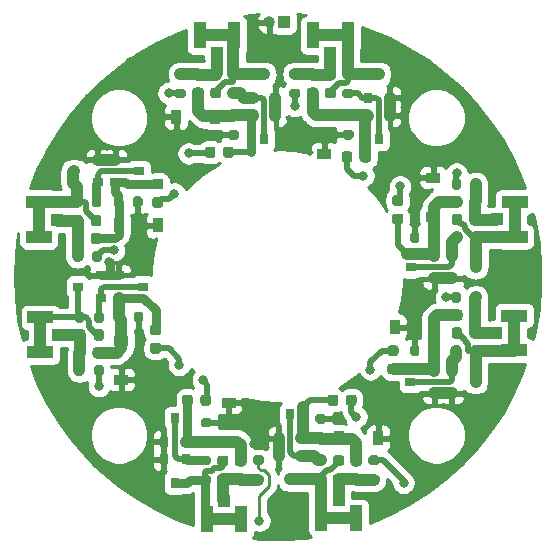
<source format=gbr>
%TF.GenerationSoftware,KiCad,Pcbnew,5.1.7-a382d34a8~87~ubuntu20.04.1*%
%TF.CreationDate,2021-02-25T10:09:00+00:00*%
%TF.ProjectId,UFOPulse,55464f50-756c-4736-952e-6b696361645f,rev?*%
%TF.SameCoordinates,Original*%
%TF.FileFunction,Copper,L1,Top*%
%TF.FilePolarity,Positive*%
%FSLAX46Y46*%
G04 Gerber Fmt 4.6, Leading zero omitted, Abs format (unit mm)*
G04 Created by KiCad (PCBNEW 5.1.7-a382d34a8~87~ubuntu20.04.1) date 2021-02-25 10:09:00*
%MOMM*%
%LPD*%
G01*
G04 APERTURE LIST*
%TA.AperFunction,ComponentPad*%
%ADD10O,1.000000X1.000000*%
%TD*%
%TA.AperFunction,ComponentPad*%
%ADD11R,1.000000X1.000000*%
%TD*%
%TA.AperFunction,SMDPad,CuDef*%
%ADD12R,0.900000X0.800000*%
%TD*%
%TA.AperFunction,SMDPad,CuDef*%
%ADD13R,0.800000X0.900000*%
%TD*%
%TA.AperFunction,SMDPad,CuDef*%
%ADD14R,2.200000X1.050000*%
%TD*%
%TA.AperFunction,SMDPad,CuDef*%
%ADD15R,1.050000X1.000000*%
%TD*%
%TA.AperFunction,SMDPad,CuDef*%
%ADD16R,1.050000X2.200000*%
%TD*%
%TA.AperFunction,SMDPad,CuDef*%
%ADD17R,1.000000X1.050000*%
%TD*%
%TA.AperFunction,SMDPad,CuDef*%
%ADD18R,0.900000X1.200000*%
%TD*%
%TA.AperFunction,SMDPad,CuDef*%
%ADD19R,1.200000X0.900000*%
%TD*%
%TA.AperFunction,ViaPad*%
%ADD20C,0.800000*%
%TD*%
%TA.AperFunction,Conductor*%
%ADD21C,1.000000*%
%TD*%
%TA.AperFunction,Conductor*%
%ADD22C,0.750000*%
%TD*%
%TA.AperFunction,Conductor*%
%ADD23C,0.500000*%
%TD*%
%TA.AperFunction,Conductor*%
%ADD24C,0.250000*%
%TD*%
%TA.AperFunction,Conductor*%
%ADD25C,0.254000*%
%TD*%
%TA.AperFunction,Conductor*%
%ADD26C,0.100000*%
%TD*%
G04 APERTURE END LIST*
D10*
%TO.P,J10,2*%
%TO.N,GND*%
X139830000Y-83600000D03*
D11*
%TO.P,J10,1*%
%TO.N,VCC*%
X141100000Y-83600000D03*
%TD*%
%TO.P,R24,2*%
%TO.N,Net-(Q15-Pad3)*%
%TA.AperFunction,SMDPad,CuDef*%
G36*
G01*
X156075000Y-111125000D02*
X156075000Y-111675000D01*
G75*
G02*
X155875000Y-111875000I-200000J0D01*
G01*
X155475000Y-111875000D01*
G75*
G02*
X155275000Y-111675000I0J200000D01*
G01*
X155275000Y-111125000D01*
G75*
G02*
X155475000Y-110925000I200000J0D01*
G01*
X155875000Y-110925000D01*
G75*
G02*
X156075000Y-111125000I0J-200000D01*
G01*
G37*
%TD.AperFunction*%
%TO.P,R24,1*%
%TO.N,Net-(J8-Pad2)*%
%TA.AperFunction,SMDPad,CuDef*%
G36*
G01*
X157725000Y-111125000D02*
X157725000Y-111675000D01*
G75*
G02*
X157525000Y-111875000I-200000J0D01*
G01*
X157125000Y-111875000D01*
G75*
G02*
X156925000Y-111675000I0J200000D01*
G01*
X156925000Y-111125000D01*
G75*
G02*
X157125000Y-110925000I200000J0D01*
G01*
X157525000Y-110925000D01*
G75*
G02*
X157725000Y-111125000I0J-200000D01*
G01*
G37*
%TD.AperFunction*%
%TD*%
%TO.P,R23,2*%
%TO.N,GND*%
%TA.AperFunction,SMDPad,CuDef*%
G36*
G01*
X152550000Y-111125000D02*
X152550000Y-111675000D01*
G75*
G02*
X152350000Y-111875000I-200000J0D01*
G01*
X151950000Y-111875000D01*
G75*
G02*
X151750000Y-111675000I0J200000D01*
G01*
X151750000Y-111125000D01*
G75*
G02*
X151950000Y-110925000I200000J0D01*
G01*
X152350000Y-110925000D01*
G75*
G02*
X152550000Y-111125000I0J-200000D01*
G01*
G37*
%TD.AperFunction*%
%TO.P,R23,1*%
%TO.N,Net-(C15-Pad1)*%
%TA.AperFunction,SMDPad,CuDef*%
G36*
G01*
X154200000Y-111125000D02*
X154200000Y-111675000D01*
G75*
G02*
X154000000Y-111875000I-200000J0D01*
G01*
X153600000Y-111875000D01*
G75*
G02*
X153400000Y-111675000I0J200000D01*
G01*
X153400000Y-111125000D01*
G75*
G02*
X153600000Y-110925000I200000J0D01*
G01*
X154000000Y-110925000D01*
G75*
G02*
X154200000Y-111125000I0J-200000D01*
G01*
G37*
%TD.AperFunction*%
%TD*%
%TO.P,R22,2*%
%TO.N,VCC*%
%TA.AperFunction,SMDPad,CuDef*%
G36*
G01*
X156075000Y-106625000D02*
X156075000Y-107175000D01*
G75*
G02*
X155875000Y-107375000I-200000J0D01*
G01*
X155475000Y-107375000D01*
G75*
G02*
X155275000Y-107175000I0J200000D01*
G01*
X155275000Y-106625000D01*
G75*
G02*
X155475000Y-106425000I200000J0D01*
G01*
X155875000Y-106425000D01*
G75*
G02*
X156075000Y-106625000I0J-200000D01*
G01*
G37*
%TD.AperFunction*%
%TO.P,R22,1*%
%TO.N,Net-(C16-Pad1)*%
%TA.AperFunction,SMDPad,CuDef*%
G36*
G01*
X157725000Y-106625000D02*
X157725000Y-107175000D01*
G75*
G02*
X157525000Y-107375000I-200000J0D01*
G01*
X157125000Y-107375000D01*
G75*
G02*
X156925000Y-107175000I0J200000D01*
G01*
X156925000Y-106625000D01*
G75*
G02*
X157125000Y-106425000I200000J0D01*
G01*
X157525000Y-106425000D01*
G75*
G02*
X157725000Y-106625000I0J-200000D01*
G01*
G37*
%TD.AperFunction*%
%TD*%
%TO.P,R21,2*%
%TO.N,Net-(Q13-Pad3)*%
%TA.AperFunction,SMDPad,CuDef*%
G36*
G01*
X146225000Y-89225000D02*
X146775000Y-89225000D01*
G75*
G02*
X146975000Y-89425000I0J-200000D01*
G01*
X146975000Y-89825000D01*
G75*
G02*
X146775000Y-90025000I-200000J0D01*
G01*
X146225000Y-90025000D01*
G75*
G02*
X146025000Y-89825000I0J200000D01*
G01*
X146025000Y-89425000D01*
G75*
G02*
X146225000Y-89225000I200000J0D01*
G01*
G37*
%TD.AperFunction*%
%TO.P,R21,1*%
%TO.N,Net-(J7-Pad2)*%
%TA.AperFunction,SMDPad,CuDef*%
G36*
G01*
X146225000Y-87575000D02*
X146775000Y-87575000D01*
G75*
G02*
X146975000Y-87775000I0J-200000D01*
G01*
X146975000Y-88175000D01*
G75*
G02*
X146775000Y-88375000I-200000J0D01*
G01*
X146225000Y-88375000D01*
G75*
G02*
X146025000Y-88175000I0J200000D01*
G01*
X146025000Y-87775000D01*
G75*
G02*
X146225000Y-87575000I200000J0D01*
G01*
G37*
%TD.AperFunction*%
%TD*%
%TO.P,R20,2*%
%TO.N,GND*%
%TA.AperFunction,SMDPad,CuDef*%
G36*
G01*
X146225000Y-92725000D02*
X146775000Y-92725000D01*
G75*
G02*
X146975000Y-92925000I0J-200000D01*
G01*
X146975000Y-93325000D01*
G75*
G02*
X146775000Y-93525000I-200000J0D01*
G01*
X146225000Y-93525000D01*
G75*
G02*
X146025000Y-93325000I0J200000D01*
G01*
X146025000Y-92925000D01*
G75*
G02*
X146225000Y-92725000I200000J0D01*
G01*
G37*
%TD.AperFunction*%
%TO.P,R20,1*%
%TO.N,Net-(C13-Pad1)*%
%TA.AperFunction,SMDPad,CuDef*%
G36*
G01*
X146225000Y-91075000D02*
X146775000Y-91075000D01*
G75*
G02*
X146975000Y-91275000I0J-200000D01*
G01*
X146975000Y-91675000D01*
G75*
G02*
X146775000Y-91875000I-200000J0D01*
G01*
X146225000Y-91875000D01*
G75*
G02*
X146025000Y-91675000I0J200000D01*
G01*
X146025000Y-91275000D01*
G75*
G02*
X146225000Y-91075000I200000J0D01*
G01*
G37*
%TD.AperFunction*%
%TD*%
%TO.P,R19,2*%
%TO.N,VCC*%
%TA.AperFunction,SMDPad,CuDef*%
G36*
G01*
X141725000Y-89225000D02*
X142275000Y-89225000D01*
G75*
G02*
X142475000Y-89425000I0J-200000D01*
G01*
X142475000Y-89825000D01*
G75*
G02*
X142275000Y-90025000I-200000J0D01*
G01*
X141725000Y-90025000D01*
G75*
G02*
X141525000Y-89825000I0J200000D01*
G01*
X141525000Y-89425000D01*
G75*
G02*
X141725000Y-89225000I200000J0D01*
G01*
G37*
%TD.AperFunction*%
%TO.P,R19,1*%
%TO.N,Net-(C14-Pad1)*%
%TA.AperFunction,SMDPad,CuDef*%
G36*
G01*
X141725000Y-87575000D02*
X142275000Y-87575000D01*
G75*
G02*
X142475000Y-87775000I0J-200000D01*
G01*
X142475000Y-88175000D01*
G75*
G02*
X142275000Y-88375000I-200000J0D01*
G01*
X141725000Y-88375000D01*
G75*
G02*
X141525000Y-88175000I0J200000D01*
G01*
X141525000Y-87775000D01*
G75*
G02*
X141725000Y-87575000I200000J0D01*
G01*
G37*
%TD.AperFunction*%
%TD*%
%TO.P,R18,2*%
%TO.N,Net-(Q11-Pad3)*%
%TA.AperFunction,SMDPad,CuDef*%
G36*
G01*
X124800000Y-99075000D02*
X124800000Y-98525000D01*
G75*
G02*
X125000000Y-98325000I200000J0D01*
G01*
X125400000Y-98325000D01*
G75*
G02*
X125600000Y-98525000I0J-200000D01*
G01*
X125600000Y-99075000D01*
G75*
G02*
X125400000Y-99275000I-200000J0D01*
G01*
X125000000Y-99275000D01*
G75*
G02*
X124800000Y-99075000I0J200000D01*
G01*
G37*
%TD.AperFunction*%
%TO.P,R18,1*%
%TO.N,Net-(J6-Pad2)*%
%TA.AperFunction,SMDPad,CuDef*%
G36*
G01*
X123150000Y-99075000D02*
X123150000Y-98525000D01*
G75*
G02*
X123350000Y-98325000I200000J0D01*
G01*
X123750000Y-98325000D01*
G75*
G02*
X123950000Y-98525000I0J-200000D01*
G01*
X123950000Y-99075000D01*
G75*
G02*
X123750000Y-99275000I-200000J0D01*
G01*
X123350000Y-99275000D01*
G75*
G02*
X123150000Y-99075000I0J200000D01*
G01*
G37*
%TD.AperFunction*%
%TD*%
%TO.P,R17,2*%
%TO.N,GND*%
%TA.AperFunction,SMDPad,CuDef*%
G36*
G01*
X128300000Y-99075000D02*
X128300000Y-98525000D01*
G75*
G02*
X128500000Y-98325000I200000J0D01*
G01*
X128900000Y-98325000D01*
G75*
G02*
X129100000Y-98525000I0J-200000D01*
G01*
X129100000Y-99075000D01*
G75*
G02*
X128900000Y-99275000I-200000J0D01*
G01*
X128500000Y-99275000D01*
G75*
G02*
X128300000Y-99075000I0J200000D01*
G01*
G37*
%TD.AperFunction*%
%TO.P,R17,1*%
%TO.N,Net-(C11-Pad1)*%
%TA.AperFunction,SMDPad,CuDef*%
G36*
G01*
X126650000Y-99075000D02*
X126650000Y-98525000D01*
G75*
G02*
X126850000Y-98325000I200000J0D01*
G01*
X127250000Y-98325000D01*
G75*
G02*
X127450000Y-98525000I0J-200000D01*
G01*
X127450000Y-99075000D01*
G75*
G02*
X127250000Y-99275000I-200000J0D01*
G01*
X126850000Y-99275000D01*
G75*
G02*
X126650000Y-99075000I0J200000D01*
G01*
G37*
%TD.AperFunction*%
%TD*%
%TO.P,R16,2*%
%TO.N,VCC*%
%TA.AperFunction,SMDPad,CuDef*%
G36*
G01*
X124850000Y-103675000D02*
X124850000Y-103125000D01*
G75*
G02*
X125050000Y-102925000I200000J0D01*
G01*
X125450000Y-102925000D01*
G75*
G02*
X125650000Y-103125000I0J-200000D01*
G01*
X125650000Y-103675000D01*
G75*
G02*
X125450000Y-103875000I-200000J0D01*
G01*
X125050000Y-103875000D01*
G75*
G02*
X124850000Y-103675000I0J200000D01*
G01*
G37*
%TD.AperFunction*%
%TO.P,R16,1*%
%TO.N,Net-(C12-Pad1)*%
%TA.AperFunction,SMDPad,CuDef*%
G36*
G01*
X123200000Y-103675000D02*
X123200000Y-103125000D01*
G75*
G02*
X123400000Y-102925000I200000J0D01*
G01*
X123800000Y-102925000D01*
G75*
G02*
X124000000Y-103125000I0J-200000D01*
G01*
X124000000Y-103675000D01*
G75*
G02*
X123800000Y-103875000I-200000J0D01*
G01*
X123400000Y-103875000D01*
G75*
G02*
X123200000Y-103675000I0J200000D01*
G01*
G37*
%TD.AperFunction*%
%TD*%
%TO.P,R15,2*%
%TO.N,Net-(Q10-Pad1)*%
%TA.AperFunction,SMDPad,CuDef*%
G36*
G01*
X134675000Y-121100000D02*
X134125000Y-121100000D01*
G75*
G02*
X133925000Y-120900000I0J200000D01*
G01*
X133925000Y-120500000D01*
G75*
G02*
X134125000Y-120300000I200000J0D01*
G01*
X134675000Y-120300000D01*
G75*
G02*
X134875000Y-120500000I0J-200000D01*
G01*
X134875000Y-120900000D01*
G75*
G02*
X134675000Y-121100000I-200000J0D01*
G01*
G37*
%TD.AperFunction*%
%TO.P,R15,1*%
%TO.N,Net-(J5-Pad2)*%
%TA.AperFunction,SMDPad,CuDef*%
G36*
G01*
X134675000Y-122750000D02*
X134125000Y-122750000D01*
G75*
G02*
X133925000Y-122550000I0J200000D01*
G01*
X133925000Y-122150000D01*
G75*
G02*
X134125000Y-121950000I200000J0D01*
G01*
X134675000Y-121950000D01*
G75*
G02*
X134875000Y-122150000I0J-200000D01*
G01*
X134875000Y-122550000D01*
G75*
G02*
X134675000Y-122750000I-200000J0D01*
G01*
G37*
%TD.AperFunction*%
%TD*%
%TO.P,R14,2*%
%TO.N,GND*%
%TA.AperFunction,SMDPad,CuDef*%
G36*
G01*
X134775000Y-117900000D02*
X134225000Y-117900000D01*
G75*
G02*
X134025000Y-117700000I0J200000D01*
G01*
X134025000Y-117300000D01*
G75*
G02*
X134225000Y-117100000I200000J0D01*
G01*
X134775000Y-117100000D01*
G75*
G02*
X134975000Y-117300000I0J-200000D01*
G01*
X134975000Y-117700000D01*
G75*
G02*
X134775000Y-117900000I-200000J0D01*
G01*
G37*
%TD.AperFunction*%
%TO.P,R14,1*%
%TO.N,Net-(C10-Pad2)*%
%TA.AperFunction,SMDPad,CuDef*%
G36*
G01*
X134775000Y-119550000D02*
X134225000Y-119550000D01*
G75*
G02*
X134025000Y-119350000I0J200000D01*
G01*
X134025000Y-118950000D01*
G75*
G02*
X134225000Y-118750000I200000J0D01*
G01*
X134775000Y-118750000D01*
G75*
G02*
X134975000Y-118950000I0J-200000D01*
G01*
X134975000Y-119350000D01*
G75*
G02*
X134775000Y-119550000I-200000J0D01*
G01*
G37*
%TD.AperFunction*%
%TD*%
%TO.P,R13,2*%
%TO.N,VCC*%
%TA.AperFunction,SMDPad,CuDef*%
G36*
G01*
X139175000Y-121075000D02*
X138625000Y-121075000D01*
G75*
G02*
X138425000Y-120875000I0J200000D01*
G01*
X138425000Y-120475000D01*
G75*
G02*
X138625000Y-120275000I200000J0D01*
G01*
X139175000Y-120275000D01*
G75*
G02*
X139375000Y-120475000I0J-200000D01*
G01*
X139375000Y-120875000D01*
G75*
G02*
X139175000Y-121075000I-200000J0D01*
G01*
G37*
%TD.AperFunction*%
%TO.P,R13,1*%
%TO.N,Net-(C10-Pad1)*%
%TA.AperFunction,SMDPad,CuDef*%
G36*
G01*
X139175000Y-122725000D02*
X138625000Y-122725000D01*
G75*
G02*
X138425000Y-122525000I0J200000D01*
G01*
X138425000Y-122125000D01*
G75*
G02*
X138625000Y-121925000I200000J0D01*
G01*
X139175000Y-121925000D01*
G75*
G02*
X139375000Y-122125000I0J-200000D01*
G01*
X139375000Y-122525000D01*
G75*
G02*
X139175000Y-122725000I-200000J0D01*
G01*
G37*
%TD.AperFunction*%
%TD*%
%TO.P,R12,2*%
%TO.N,Net-(Q7-Pad3)*%
%TA.AperFunction,SMDPad,CuDef*%
G36*
G01*
X144475000Y-121075000D02*
X143925000Y-121075000D01*
G75*
G02*
X143725000Y-120875000I0J200000D01*
G01*
X143725000Y-120475000D01*
G75*
G02*
X143925000Y-120275000I200000J0D01*
G01*
X144475000Y-120275000D01*
G75*
G02*
X144675000Y-120475000I0J-200000D01*
G01*
X144675000Y-120875000D01*
G75*
G02*
X144475000Y-121075000I-200000J0D01*
G01*
G37*
%TD.AperFunction*%
%TO.P,R12,1*%
%TO.N,Net-(J4-Pad2)*%
%TA.AperFunction,SMDPad,CuDef*%
G36*
G01*
X144475000Y-122725000D02*
X143925000Y-122725000D01*
G75*
G02*
X143725000Y-122525000I0J200000D01*
G01*
X143725000Y-122125000D01*
G75*
G02*
X143925000Y-121925000I200000J0D01*
G01*
X144475000Y-121925000D01*
G75*
G02*
X144675000Y-122125000I0J-200000D01*
G01*
X144675000Y-122525000D01*
G75*
G02*
X144475000Y-122725000I-200000J0D01*
G01*
G37*
%TD.AperFunction*%
%TD*%
%TO.P,R11,2*%
%TO.N,GND*%
%TA.AperFunction,SMDPad,CuDef*%
G36*
G01*
X144475000Y-117575000D02*
X143925000Y-117575000D01*
G75*
G02*
X143725000Y-117375000I0J200000D01*
G01*
X143725000Y-116975000D01*
G75*
G02*
X143925000Y-116775000I200000J0D01*
G01*
X144475000Y-116775000D01*
G75*
G02*
X144675000Y-116975000I0J-200000D01*
G01*
X144675000Y-117375000D01*
G75*
G02*
X144475000Y-117575000I-200000J0D01*
G01*
G37*
%TD.AperFunction*%
%TO.P,R11,1*%
%TO.N,Net-(C7-Pad1)*%
%TA.AperFunction,SMDPad,CuDef*%
G36*
G01*
X144475000Y-119225000D02*
X143925000Y-119225000D01*
G75*
G02*
X143725000Y-119025000I0J200000D01*
G01*
X143725000Y-118625000D01*
G75*
G02*
X143925000Y-118425000I200000J0D01*
G01*
X144475000Y-118425000D01*
G75*
G02*
X144675000Y-118625000I0J-200000D01*
G01*
X144675000Y-119025000D01*
G75*
G02*
X144475000Y-119225000I-200000J0D01*
G01*
G37*
%TD.AperFunction*%
%TD*%
%TO.P,R10,2*%
%TO.N,VCC*%
%TA.AperFunction,SMDPad,CuDef*%
G36*
G01*
X148975001Y-121075000D02*
X148425001Y-121075000D01*
G75*
G02*
X148225001Y-120875000I0J200000D01*
G01*
X148225001Y-120475000D01*
G75*
G02*
X148425001Y-120275000I200000J0D01*
G01*
X148975001Y-120275000D01*
G75*
G02*
X149175001Y-120475000I0J-200000D01*
G01*
X149175001Y-120875000D01*
G75*
G02*
X148975001Y-121075000I-200000J0D01*
G01*
G37*
%TD.AperFunction*%
%TO.P,R10,1*%
%TO.N,Net-(C8-Pad1)*%
%TA.AperFunction,SMDPad,CuDef*%
G36*
G01*
X148975001Y-122725000D02*
X148425001Y-122725000D01*
G75*
G02*
X148225001Y-122525000I0J200000D01*
G01*
X148225001Y-122125000D01*
G75*
G02*
X148425001Y-121925000I200000J0D01*
G01*
X148975001Y-121925000D01*
G75*
G02*
X149175001Y-122125000I0J-200000D01*
G01*
X149175001Y-122525000D01*
G75*
G02*
X148975001Y-122725000I-200000J0D01*
G01*
G37*
%TD.AperFunction*%
%TD*%
%TO.P,R9,2*%
%TO.N,Net-(Q5-Pad3)*%
%TA.AperFunction,SMDPad,CuDef*%
G36*
G01*
X156100000Y-101525000D02*
X156100000Y-102075000D01*
G75*
G02*
X155900000Y-102275000I-200000J0D01*
G01*
X155500000Y-102275000D01*
G75*
G02*
X155300000Y-102075000I0J200000D01*
G01*
X155300000Y-101525000D01*
G75*
G02*
X155500000Y-101325000I200000J0D01*
G01*
X155900000Y-101325000D01*
G75*
G02*
X156100000Y-101525000I0J-200000D01*
G01*
G37*
%TD.AperFunction*%
%TO.P,R9,1*%
%TO.N,Net-(J3-Pad2)*%
%TA.AperFunction,SMDPad,CuDef*%
G36*
G01*
X157750000Y-101525000D02*
X157750000Y-102075000D01*
G75*
G02*
X157550000Y-102275000I-200000J0D01*
G01*
X157150000Y-102275000D01*
G75*
G02*
X156950000Y-102075000I0J200000D01*
G01*
X156950000Y-101525000D01*
G75*
G02*
X157150000Y-101325000I200000J0D01*
G01*
X157550000Y-101325000D01*
G75*
G02*
X157750000Y-101525000I0J-200000D01*
G01*
G37*
%TD.AperFunction*%
%TD*%
%TO.P,R8,2*%
%TO.N,GND*%
%TA.AperFunction,SMDPad,CuDef*%
G36*
G01*
X152550000Y-101525000D02*
X152550000Y-102075000D01*
G75*
G02*
X152350000Y-102275000I-200000J0D01*
G01*
X151950000Y-102275000D01*
G75*
G02*
X151750000Y-102075000I0J200000D01*
G01*
X151750000Y-101525000D01*
G75*
G02*
X151950000Y-101325000I200000J0D01*
G01*
X152350000Y-101325000D01*
G75*
G02*
X152550000Y-101525000I0J-200000D01*
G01*
G37*
%TD.AperFunction*%
%TO.P,R8,1*%
%TO.N,Net-(C5-Pad1)*%
%TA.AperFunction,SMDPad,CuDef*%
G36*
G01*
X154200000Y-101525000D02*
X154200000Y-102075000D01*
G75*
G02*
X154000000Y-102275000I-200000J0D01*
G01*
X153600000Y-102275000D01*
G75*
G02*
X153400000Y-102075000I0J200000D01*
G01*
X153400000Y-101525000D01*
G75*
G02*
X153600000Y-101325000I200000J0D01*
G01*
X154000000Y-101325000D01*
G75*
G02*
X154200000Y-101525000I0J-200000D01*
G01*
G37*
%TD.AperFunction*%
%TD*%
%TO.P,R7,2*%
%TO.N,VCC*%
%TA.AperFunction,SMDPad,CuDef*%
G36*
G01*
X156075000Y-97025000D02*
X156075000Y-97575000D01*
G75*
G02*
X155875000Y-97775000I-200000J0D01*
G01*
X155475000Y-97775000D01*
G75*
G02*
X155275000Y-97575000I0J200000D01*
G01*
X155275000Y-97025000D01*
G75*
G02*
X155475000Y-96825000I200000J0D01*
G01*
X155875000Y-96825000D01*
G75*
G02*
X156075000Y-97025000I0J-200000D01*
G01*
G37*
%TD.AperFunction*%
%TO.P,R7,1*%
%TO.N,Net-(C6-Pad1)*%
%TA.AperFunction,SMDPad,CuDef*%
G36*
G01*
X157725000Y-97025000D02*
X157725000Y-97575000D01*
G75*
G02*
X157525000Y-97775000I-200000J0D01*
G01*
X157125000Y-97775000D01*
G75*
G02*
X156925000Y-97575000I0J200000D01*
G01*
X156925000Y-97025000D01*
G75*
G02*
X157125000Y-96825000I200000J0D01*
G01*
X157525000Y-96825000D01*
G75*
G02*
X157725000Y-97025000I0J-200000D01*
G01*
G37*
%TD.AperFunction*%
%TD*%
%TO.P,R6,2*%
%TO.N,Net-(Q3-Pad3)*%
%TA.AperFunction,SMDPad,CuDef*%
G36*
G01*
X136525001Y-89225000D02*
X137075001Y-89225000D01*
G75*
G02*
X137275001Y-89425000I0J-200000D01*
G01*
X137275001Y-89825000D01*
G75*
G02*
X137075001Y-90025000I-200000J0D01*
G01*
X136525001Y-90025000D01*
G75*
G02*
X136325001Y-89825000I0J200000D01*
G01*
X136325001Y-89425000D01*
G75*
G02*
X136525001Y-89225000I200000J0D01*
G01*
G37*
%TD.AperFunction*%
%TO.P,R6,1*%
%TO.N,Net-(J2-Pad2)*%
%TA.AperFunction,SMDPad,CuDef*%
G36*
G01*
X136525001Y-87575000D02*
X137075001Y-87575000D01*
G75*
G02*
X137275001Y-87775000I0J-200000D01*
G01*
X137275001Y-88175000D01*
G75*
G02*
X137075001Y-88375000I-200000J0D01*
G01*
X136525001Y-88375000D01*
G75*
G02*
X136325001Y-88175000I0J200000D01*
G01*
X136325001Y-87775000D01*
G75*
G02*
X136525001Y-87575000I200000J0D01*
G01*
G37*
%TD.AperFunction*%
%TD*%
%TO.P,R5,2*%
%TO.N,GND*%
%TA.AperFunction,SMDPad,CuDef*%
G36*
G01*
X136525000Y-92725000D02*
X137075000Y-92725000D01*
G75*
G02*
X137275000Y-92925000I0J-200000D01*
G01*
X137275000Y-93325000D01*
G75*
G02*
X137075000Y-93525000I-200000J0D01*
G01*
X136525000Y-93525000D01*
G75*
G02*
X136325000Y-93325000I0J200000D01*
G01*
X136325000Y-92925000D01*
G75*
G02*
X136525000Y-92725000I200000J0D01*
G01*
G37*
%TD.AperFunction*%
%TO.P,R5,1*%
%TO.N,Net-(C3-Pad1)*%
%TA.AperFunction,SMDPad,CuDef*%
G36*
G01*
X136525000Y-91075000D02*
X137075000Y-91075000D01*
G75*
G02*
X137275000Y-91275000I0J-200000D01*
G01*
X137275000Y-91675000D01*
G75*
G02*
X137075000Y-91875000I-200000J0D01*
G01*
X136525000Y-91875000D01*
G75*
G02*
X136325000Y-91675000I0J200000D01*
G01*
X136325000Y-91275000D01*
G75*
G02*
X136525000Y-91075000I200000J0D01*
G01*
G37*
%TD.AperFunction*%
%TD*%
%TO.P,R4,2*%
%TO.N,VCC*%
%TA.AperFunction,SMDPad,CuDef*%
G36*
G01*
X132025000Y-89225000D02*
X132575000Y-89225000D01*
G75*
G02*
X132775000Y-89425000I0J-200000D01*
G01*
X132775000Y-89825000D01*
G75*
G02*
X132575000Y-90025000I-200000J0D01*
G01*
X132025000Y-90025000D01*
G75*
G02*
X131825000Y-89825000I0J200000D01*
G01*
X131825000Y-89425000D01*
G75*
G02*
X132025000Y-89225000I200000J0D01*
G01*
G37*
%TD.AperFunction*%
%TO.P,R4,1*%
%TO.N,Net-(C4-Pad1)*%
%TA.AperFunction,SMDPad,CuDef*%
G36*
G01*
X132025000Y-87575000D02*
X132575000Y-87575000D01*
G75*
G02*
X132775000Y-87775000I0J-200000D01*
G01*
X132775000Y-88175000D01*
G75*
G02*
X132575000Y-88375000I-200000J0D01*
G01*
X132025000Y-88375000D01*
G75*
G02*
X131825000Y-88175000I0J200000D01*
G01*
X131825000Y-87775000D01*
G75*
G02*
X132025000Y-87575000I200000J0D01*
G01*
G37*
%TD.AperFunction*%
%TD*%
%TO.P,R3,2*%
%TO.N,Net-(Q1-Pad3)*%
%TA.AperFunction,SMDPad,CuDef*%
G36*
G01*
X125028388Y-108849160D02*
X125028388Y-108299160D01*
G75*
G02*
X125228388Y-108099160I200000J0D01*
G01*
X125628388Y-108099160D01*
G75*
G02*
X125828388Y-108299160I0J-200000D01*
G01*
X125828388Y-108849160D01*
G75*
G02*
X125628388Y-109049160I-200000J0D01*
G01*
X125228388Y-109049160D01*
G75*
G02*
X125028388Y-108849160I0J200000D01*
G01*
G37*
%TD.AperFunction*%
%TO.P,R3,1*%
%TO.N,Net-(J1-Pad2)*%
%TA.AperFunction,SMDPad,CuDef*%
G36*
G01*
X123378388Y-108849160D02*
X123378388Y-108299160D01*
G75*
G02*
X123578388Y-108099160I200000J0D01*
G01*
X123978388Y-108099160D01*
G75*
G02*
X124178388Y-108299160I0J-200000D01*
G01*
X124178388Y-108849160D01*
G75*
G02*
X123978388Y-109049160I-200000J0D01*
G01*
X123578388Y-109049160D01*
G75*
G02*
X123378388Y-108849160I0J200000D01*
G01*
G37*
%TD.AperFunction*%
%TD*%
%TO.P,R2,2*%
%TO.N,GND*%
%TA.AperFunction,SMDPad,CuDef*%
G36*
G01*
X128353388Y-108849160D02*
X128353388Y-108299160D01*
G75*
G02*
X128553388Y-108099160I200000J0D01*
G01*
X128953388Y-108099160D01*
G75*
G02*
X129153388Y-108299160I0J-200000D01*
G01*
X129153388Y-108849160D01*
G75*
G02*
X128953388Y-109049160I-200000J0D01*
G01*
X128553388Y-109049160D01*
G75*
G02*
X128353388Y-108849160I0J200000D01*
G01*
G37*
%TD.AperFunction*%
%TO.P,R2,1*%
%TO.N,Net-(C1-Pad1)*%
%TA.AperFunction,SMDPad,CuDef*%
G36*
G01*
X126703388Y-108849160D02*
X126703388Y-108299160D01*
G75*
G02*
X126903388Y-108099160I200000J0D01*
G01*
X127303388Y-108099160D01*
G75*
G02*
X127503388Y-108299160I0J-200000D01*
G01*
X127503388Y-108849160D01*
G75*
G02*
X127303388Y-109049160I-200000J0D01*
G01*
X126903388Y-109049160D01*
G75*
G02*
X126703388Y-108849160I0J200000D01*
G01*
G37*
%TD.AperFunction*%
%TD*%
%TO.P,R1,2*%
%TO.N,VCC*%
%TA.AperFunction,SMDPad,CuDef*%
G36*
G01*
X125003387Y-113349159D02*
X125003387Y-112799159D01*
G75*
G02*
X125203387Y-112599159I200000J0D01*
G01*
X125603387Y-112599159D01*
G75*
G02*
X125803387Y-112799159I0J-200000D01*
G01*
X125803387Y-113349159D01*
G75*
G02*
X125603387Y-113549159I-200000J0D01*
G01*
X125203387Y-113549159D01*
G75*
G02*
X125003387Y-113349159I0J200000D01*
G01*
G37*
%TD.AperFunction*%
%TO.P,R1,1*%
%TO.N,Net-(C2-Pad1)*%
%TA.AperFunction,SMDPad,CuDef*%
G36*
G01*
X123353387Y-113349159D02*
X123353387Y-112799159D01*
G75*
G02*
X123553387Y-112599159I200000J0D01*
G01*
X123953387Y-112599159D01*
G75*
G02*
X124153387Y-112799159I0J-200000D01*
G01*
X124153387Y-113349159D01*
G75*
G02*
X123953387Y-113549159I-200000J0D01*
G01*
X123553387Y-113549159D01*
G75*
G02*
X123353387Y-113349159I0J200000D01*
G01*
G37*
%TD.AperFunction*%
%TD*%
D12*
%TO.P,Q16,3*%
%TO.N,Net-(J8-Pad2)*%
X157300000Y-114050000D03*
%TO.P,Q16,2*%
%TO.N,GND*%
X155300000Y-115000000D03*
%TO.P,Q16,1*%
%TO.N,Net-(Q15-Pad3)*%
X155300000Y-113100000D03*
%TD*%
%TO.P,Q15,3*%
%TO.N,Net-(Q15-Pad3)*%
X151780000Y-114050000D03*
%TO.P,Q15,2*%
%TO.N,Net-(C15-Pad1)*%
X153780000Y-113100000D03*
%TO.P,Q15,1*%
%TO.N,GND*%
X153780000Y-115000000D03*
%TD*%
D13*
%TO.P,Q14,3*%
%TO.N,Net-(J7-Pad2)*%
X149100000Y-88000000D03*
%TO.P,Q14,2*%
%TO.N,GND*%
X150050000Y-90000000D03*
%TO.P,Q14,1*%
%TO.N,Net-(Q13-Pad3)*%
X148150000Y-90000000D03*
%TD*%
%TO.P,Q13,3*%
%TO.N,Net-(Q13-Pad3)*%
X149100000Y-93500000D03*
%TO.P,Q13,2*%
%TO.N,Net-(C13-Pad1)*%
X148150000Y-91500000D03*
%TO.P,Q13,1*%
%TO.N,GND*%
X150050000Y-91500000D03*
%TD*%
D12*
%TO.P,Q12,3*%
%TO.N,Net-(J6-Pad2)*%
X123300000Y-96200000D03*
%TO.P,Q12,2*%
%TO.N,GND*%
X125300000Y-95250000D03*
%TO.P,Q12,1*%
%TO.N,Net-(Q11-Pad3)*%
X125300000Y-97150000D03*
%TD*%
%TO.P,Q11,3*%
%TO.N,Net-(Q11-Pad3)*%
X128800000Y-96200000D03*
%TO.P,Q11,2*%
%TO.N,Net-(C11-Pad1)*%
X126800000Y-97150000D03*
%TO.P,Q11,1*%
%TO.N,GND*%
X126800000Y-95250000D03*
%TD*%
D13*
%TO.P,Q10,3*%
%TO.N,Net-(J5-Pad2)*%
X131850000Y-122599999D03*
%TO.P,Q10,2*%
%TO.N,GND*%
X130900000Y-120599999D03*
%TO.P,Q10,1*%
%TO.N,Net-(Q10-Pad1)*%
X132800000Y-120599999D03*
%TD*%
%TO.P,Q9,3*%
%TO.N,Net-(Q10-Pad1)*%
X131850000Y-117100000D03*
%TO.P,Q9,2*%
%TO.N,Net-(C10-Pad2)*%
X132800000Y-119100000D03*
%TO.P,Q9,1*%
%TO.N,GND*%
X130900000Y-119100000D03*
%TD*%
%TO.P,Q8,3*%
%TO.N,Net-(J4-Pad2)*%
X141600000Y-122300000D03*
%TO.P,Q8,2*%
%TO.N,GND*%
X140650000Y-120300000D03*
%TO.P,Q8,1*%
%TO.N,Net-(Q7-Pad3)*%
X142550000Y-120300000D03*
%TD*%
%TO.P,Q7,3*%
%TO.N,Net-(Q7-Pad3)*%
X141600000Y-116799999D03*
%TO.P,Q7,2*%
%TO.N,Net-(C7-Pad1)*%
X142550000Y-118799999D03*
%TO.P,Q7,1*%
%TO.N,GND*%
X140650000Y-118799999D03*
%TD*%
D12*
%TO.P,Q6,3*%
%TO.N,Net-(J3-Pad2)*%
X157300000Y-104340000D03*
%TO.P,Q6,2*%
%TO.N,GND*%
X155300000Y-105290000D03*
%TO.P,Q6,1*%
%TO.N,Net-(Q5-Pad3)*%
X155300000Y-103390000D03*
%TD*%
%TO.P,Q5,3*%
%TO.N,Net-(Q5-Pad3)*%
X151800000Y-104340000D03*
%TO.P,Q5,2*%
%TO.N,Net-(C5-Pad1)*%
X153800000Y-103390000D03*
%TO.P,Q5,1*%
%TO.N,GND*%
X153800000Y-105290000D03*
%TD*%
D13*
%TO.P,Q4,3*%
%TO.N,Net-(J2-Pad2)*%
X139400000Y-88000000D03*
%TO.P,Q4,2*%
%TO.N,GND*%
X140350000Y-90000000D03*
%TO.P,Q4,1*%
%TO.N,Net-(Q3-Pad3)*%
X138450000Y-90000000D03*
%TD*%
%TO.P,Q3,3*%
%TO.N,Net-(Q3-Pad3)*%
X139400000Y-93500000D03*
%TO.P,Q3,2*%
%TO.N,Net-(C3-Pad1)*%
X138450000Y-91500000D03*
%TO.P,Q3,1*%
%TO.N,GND*%
X140350000Y-91500000D03*
%TD*%
D12*
%TO.P,Q2,3*%
%TO.N,Net-(J1-Pad2)*%
X123603388Y-105974159D03*
%TO.P,Q2,2*%
%TO.N,GND*%
X125603388Y-105024159D03*
%TO.P,Q2,1*%
%TO.N,Net-(Q1-Pad3)*%
X125603388Y-106924159D03*
%TD*%
%TO.P,Q1,3*%
%TO.N,Net-(Q1-Pad3)*%
X129103388Y-105974159D03*
%TO.P,Q1,2*%
%TO.N,Net-(C1-Pad1)*%
X127103388Y-106924159D03*
%TO.P,Q1,1*%
%TO.N,GND*%
X127103388Y-105024159D03*
%TD*%
%TO.P,L8,2*%
%TO.N,Net-(J8-Pad2)*%
%TA.AperFunction,SMDPad,CuDef*%
G36*
G01*
X156150001Y-109643750D02*
X156150001Y-110156250D01*
G75*
G02*
X155931251Y-110375000I-218750J0D01*
G01*
X155493751Y-110375000D01*
G75*
G02*
X155275001Y-110156250I0J218750D01*
G01*
X155275001Y-109643750D01*
G75*
G02*
X155493751Y-109425000I218750J0D01*
G01*
X155931251Y-109425000D01*
G75*
G02*
X156150001Y-109643750I0J-218750D01*
G01*
G37*
%TD.AperFunction*%
%TO.P,L8,1*%
%TO.N,Net-(C16-Pad1)*%
%TA.AperFunction,SMDPad,CuDef*%
G36*
G01*
X157725001Y-109643750D02*
X157725001Y-110156250D01*
G75*
G02*
X157506251Y-110375000I-218750J0D01*
G01*
X157068751Y-110375000D01*
G75*
G02*
X156850001Y-110156250I0J218750D01*
G01*
X156850001Y-109643750D01*
G75*
G02*
X157068751Y-109425000I218750J0D01*
G01*
X157506251Y-109425000D01*
G75*
G02*
X157725001Y-109643750I0J-218750D01*
G01*
G37*
%TD.AperFunction*%
%TD*%
%TO.P,L7,2*%
%TO.N,Net-(J7-Pad2)*%
%TA.AperFunction,SMDPad,CuDef*%
G36*
G01*
X144743750Y-89150000D02*
X145256250Y-89150000D01*
G75*
G02*
X145475000Y-89368750I0J-218750D01*
G01*
X145475000Y-89806250D01*
G75*
G02*
X145256250Y-90025000I-218750J0D01*
G01*
X144743750Y-90025000D01*
G75*
G02*
X144525000Y-89806250I0J218750D01*
G01*
X144525000Y-89368750D01*
G75*
G02*
X144743750Y-89150000I218750J0D01*
G01*
G37*
%TD.AperFunction*%
%TO.P,L7,1*%
%TO.N,Net-(C14-Pad1)*%
%TA.AperFunction,SMDPad,CuDef*%
G36*
G01*
X144743750Y-87575000D02*
X145256250Y-87575000D01*
G75*
G02*
X145475000Y-87793750I0J-218750D01*
G01*
X145475000Y-88231250D01*
G75*
G02*
X145256250Y-88450000I-218750J0D01*
G01*
X144743750Y-88450000D01*
G75*
G02*
X144525000Y-88231250I0J218750D01*
G01*
X144525000Y-87793750D01*
G75*
G02*
X144743750Y-87575000I218750J0D01*
G01*
G37*
%TD.AperFunction*%
%TD*%
%TO.P,L6,2*%
%TO.N,Net-(J6-Pad2)*%
%TA.AperFunction,SMDPad,CuDef*%
G36*
G01*
X124750000Y-100656250D02*
X124750000Y-100143750D01*
G75*
G02*
X124968750Y-99925000I218750J0D01*
G01*
X125406250Y-99925000D01*
G75*
G02*
X125625000Y-100143750I0J-218750D01*
G01*
X125625000Y-100656250D01*
G75*
G02*
X125406250Y-100875000I-218750J0D01*
G01*
X124968750Y-100875000D01*
G75*
G02*
X124750000Y-100656250I0J218750D01*
G01*
G37*
%TD.AperFunction*%
%TO.P,L6,1*%
%TO.N,Net-(C12-Pad1)*%
%TA.AperFunction,SMDPad,CuDef*%
G36*
G01*
X123175000Y-100656250D02*
X123175000Y-100143750D01*
G75*
G02*
X123393750Y-99925000I218750J0D01*
G01*
X123831250Y-99925000D01*
G75*
G02*
X124050000Y-100143750I0J-218750D01*
G01*
X124050000Y-100656250D01*
G75*
G02*
X123831250Y-100875000I-218750J0D01*
G01*
X123393750Y-100875000D01*
G75*
G02*
X123175000Y-100656250I0J218750D01*
G01*
G37*
%TD.AperFunction*%
%TD*%
%TO.P,L5,2*%
%TO.N,Net-(J5-Pad2)*%
%TA.AperFunction,SMDPad,CuDef*%
G36*
G01*
X136156250Y-121162498D02*
X135643750Y-121162498D01*
G75*
G02*
X135425000Y-120943748I0J218750D01*
G01*
X135425000Y-120506248D01*
G75*
G02*
X135643750Y-120287498I218750J0D01*
G01*
X136156250Y-120287498D01*
G75*
G02*
X136375000Y-120506248I0J-218750D01*
G01*
X136375000Y-120943748D01*
G75*
G02*
X136156250Y-121162498I-218750J0D01*
G01*
G37*
%TD.AperFunction*%
%TO.P,L5,1*%
%TO.N,Net-(C10-Pad1)*%
%TA.AperFunction,SMDPad,CuDef*%
G36*
G01*
X136156250Y-122737498D02*
X135643750Y-122737498D01*
G75*
G02*
X135425000Y-122518748I0J218750D01*
G01*
X135425000Y-122081248D01*
G75*
G02*
X135643750Y-121862498I218750J0D01*
G01*
X136156250Y-121862498D01*
G75*
G02*
X136375000Y-122081248I0J-218750D01*
G01*
X136375000Y-122518748D01*
G75*
G02*
X136156250Y-122737498I-218750J0D01*
G01*
G37*
%TD.AperFunction*%
%TD*%
%TO.P,L4,2*%
%TO.N,Net-(J4-Pad2)*%
%TA.AperFunction,SMDPad,CuDef*%
G36*
G01*
X145956250Y-121150000D02*
X145443750Y-121150000D01*
G75*
G02*
X145225000Y-120931250I0J218750D01*
G01*
X145225000Y-120493750D01*
G75*
G02*
X145443750Y-120275000I218750J0D01*
G01*
X145956250Y-120275000D01*
G75*
G02*
X146175000Y-120493750I0J-218750D01*
G01*
X146175000Y-120931250D01*
G75*
G02*
X145956250Y-121150000I-218750J0D01*
G01*
G37*
%TD.AperFunction*%
%TO.P,L4,1*%
%TO.N,Net-(C8-Pad1)*%
%TA.AperFunction,SMDPad,CuDef*%
G36*
G01*
X145956250Y-122725000D02*
X145443750Y-122725000D01*
G75*
G02*
X145225000Y-122506250I0J218750D01*
G01*
X145225000Y-122068750D01*
G75*
G02*
X145443750Y-121850000I218750J0D01*
G01*
X145956250Y-121850000D01*
G75*
G02*
X146175000Y-122068750I0J-218750D01*
G01*
X146175000Y-122506250D01*
G75*
G02*
X145956250Y-122725000I-218750J0D01*
G01*
G37*
%TD.AperFunction*%
%TD*%
%TO.P,L3,2*%
%TO.N,Net-(J3-Pad2)*%
%TA.AperFunction,SMDPad,CuDef*%
G36*
G01*
X156150000Y-100043750D02*
X156150000Y-100556250D01*
G75*
G02*
X155931250Y-100775000I-218750J0D01*
G01*
X155493750Y-100775000D01*
G75*
G02*
X155275000Y-100556250I0J218750D01*
G01*
X155275000Y-100043750D01*
G75*
G02*
X155493750Y-99825000I218750J0D01*
G01*
X155931250Y-99825000D01*
G75*
G02*
X156150000Y-100043750I0J-218750D01*
G01*
G37*
%TD.AperFunction*%
%TO.P,L3,1*%
%TO.N,Net-(C6-Pad1)*%
%TA.AperFunction,SMDPad,CuDef*%
G36*
G01*
X157725000Y-100043750D02*
X157725000Y-100556250D01*
G75*
G02*
X157506250Y-100775000I-218750J0D01*
G01*
X157068750Y-100775000D01*
G75*
G02*
X156850000Y-100556250I0J218750D01*
G01*
X156850000Y-100043750D01*
G75*
G02*
X157068750Y-99825000I218750J0D01*
G01*
X157506250Y-99825000D01*
G75*
G02*
X157725000Y-100043750I0J-218750D01*
G01*
G37*
%TD.AperFunction*%
%TD*%
%TO.P,L2,2*%
%TO.N,Net-(J2-Pad2)*%
%TA.AperFunction,SMDPad,CuDef*%
G36*
G01*
X135043749Y-89150000D02*
X135556249Y-89150000D01*
G75*
G02*
X135774999Y-89368750I0J-218750D01*
G01*
X135774999Y-89806250D01*
G75*
G02*
X135556249Y-90025000I-218750J0D01*
G01*
X135043749Y-90025000D01*
G75*
G02*
X134824999Y-89806250I0J218750D01*
G01*
X134824999Y-89368750D01*
G75*
G02*
X135043749Y-89150000I218750J0D01*
G01*
G37*
%TD.AperFunction*%
%TO.P,L2,1*%
%TO.N,Net-(C4-Pad1)*%
%TA.AperFunction,SMDPad,CuDef*%
G36*
G01*
X135043749Y-87575000D02*
X135556249Y-87575000D01*
G75*
G02*
X135774999Y-87793750I0J-218750D01*
G01*
X135774999Y-88231250D01*
G75*
G02*
X135556249Y-88450000I-218750J0D01*
G01*
X135043749Y-88450000D01*
G75*
G02*
X134824999Y-88231250I0J218750D01*
G01*
X134824999Y-87793750D01*
G75*
G02*
X135043749Y-87575000I218750J0D01*
G01*
G37*
%TD.AperFunction*%
%TD*%
%TO.P,L1,2*%
%TO.N,Net-(J1-Pad2)*%
%TA.AperFunction,SMDPad,CuDef*%
G36*
G01*
X124953388Y-110330410D02*
X124953388Y-109817910D01*
G75*
G02*
X125172138Y-109599160I218750J0D01*
G01*
X125609638Y-109599160D01*
G75*
G02*
X125828388Y-109817910I0J-218750D01*
G01*
X125828388Y-110330410D01*
G75*
G02*
X125609638Y-110549160I-218750J0D01*
G01*
X125172138Y-110549160D01*
G75*
G02*
X124953388Y-110330410I0J218750D01*
G01*
G37*
%TD.AperFunction*%
%TO.P,L1,1*%
%TO.N,Net-(C2-Pad1)*%
%TA.AperFunction,SMDPad,CuDef*%
G36*
G01*
X123378388Y-110330410D02*
X123378388Y-109817910D01*
G75*
G02*
X123597138Y-109599160I218750J0D01*
G01*
X124034638Y-109599160D01*
G75*
G02*
X124253388Y-109817910I0J-218750D01*
G01*
X124253388Y-110330410D01*
G75*
G02*
X124034638Y-110549160I-218750J0D01*
G01*
X123597138Y-110549160D01*
G75*
G02*
X123378388Y-110330410I0J218750D01*
G01*
G37*
%TD.AperFunction*%
%TD*%
D14*
%TO.P,J8,2*%
%TO.N,Net-(J8-Pad2)*%
X160575000Y-108425000D03*
D15*
%TO.P,J8,1*%
%TO.N,Net-(C16-Pad1)*%
X159050000Y-109900000D03*
D14*
%TO.P,J8,2*%
%TO.N,Net-(J8-Pad2)*%
X160575000Y-111375000D03*
%TD*%
D16*
%TO.P,J7,2*%
%TO.N,Net-(J7-Pad2)*%
X143535001Y-84705000D03*
D17*
%TO.P,J7,1*%
%TO.N,Net-(C14-Pad1)*%
X145010001Y-86230000D03*
D16*
%TO.P,J7,2*%
%TO.N,Net-(J7-Pad2)*%
X146485001Y-84705000D03*
%TD*%
D14*
%TO.P,J6,2*%
%TO.N,Net-(J6-Pad2)*%
X120325000Y-101775000D03*
D15*
%TO.P,J6,1*%
%TO.N,Net-(C12-Pad1)*%
X121850000Y-100300000D03*
D14*
%TO.P,J6,2*%
%TO.N,Net-(J6-Pad2)*%
X120325000Y-98825000D03*
%TD*%
D16*
%TO.P,J5,2*%
%TO.N,Net-(J5-Pad2)*%
X137475000Y-125675000D03*
D17*
%TO.P,J5,1*%
%TO.N,Net-(C10-Pad1)*%
X136000000Y-124150000D03*
D16*
%TO.P,J5,2*%
%TO.N,Net-(J5-Pad2)*%
X134525000Y-125675000D03*
%TD*%
%TO.P,J4,2*%
%TO.N,Net-(J4-Pad2)*%
X147175000Y-125575000D03*
D17*
%TO.P,J4,1*%
%TO.N,Net-(C8-Pad1)*%
X145700000Y-124050000D03*
D16*
%TO.P,J4,2*%
%TO.N,Net-(J4-Pad2)*%
X144225000Y-125575000D03*
%TD*%
D14*
%TO.P,J3,2*%
%TO.N,Net-(J3-Pad2)*%
X160595000Y-98815000D03*
D15*
%TO.P,J3,1*%
%TO.N,Net-(C6-Pad1)*%
X159070000Y-100290000D03*
D14*
%TO.P,J3,2*%
%TO.N,Net-(J3-Pad2)*%
X160595000Y-101765000D03*
%TD*%
D16*
%TO.P,J2,2*%
%TO.N,Net-(J2-Pad2)*%
X133925000Y-84694999D03*
D17*
%TO.P,J2,1*%
%TO.N,Net-(C4-Pad1)*%
X135400000Y-86219999D03*
D16*
%TO.P,J2,2*%
%TO.N,Net-(J2-Pad2)*%
X136875000Y-84694999D03*
%TD*%
D14*
%TO.P,J1,2*%
%TO.N,Net-(J1-Pad2)*%
X120440520Y-111540454D03*
D15*
%TO.P,J1,1*%
%TO.N,Net-(C2-Pad1)*%
X121965520Y-110065454D03*
D14*
%TO.P,J1,2*%
%TO.N,Net-(J1-Pad2)*%
X120440520Y-108590454D03*
%TD*%
D18*
%TO.P,D15,2*%
%TO.N,Net-(C15-Pad1)*%
X153750000Y-109400000D03*
%TO.P,D15,1*%
%TO.N,GND*%
X150450000Y-109400000D03*
%TD*%
D19*
%TO.P,D13,2*%
%TO.N,Net-(C13-Pad1)*%
X144500000Y-91450000D03*
%TO.P,D13,1*%
%TO.N,GND*%
X144500000Y-94750000D03*
%TD*%
D18*
%TO.P,D11,2*%
%TO.N,Net-(C11-Pad1)*%
X127100000Y-100800000D03*
%TO.P,D11,1*%
%TO.N,GND*%
X130400000Y-100800000D03*
%TD*%
D19*
%TO.P,D9,2*%
%TO.N,Net-(C10-Pad2)*%
X136400000Y-119100000D03*
%TO.P,D9,1*%
%TO.N,GND*%
X136400000Y-115800000D03*
%TD*%
D18*
%TO.P,D7,2*%
%TO.N,Net-(C7-Pad1)*%
X145750000Y-118800000D03*
%TO.P,D7,1*%
%TO.N,GND*%
X149050000Y-118800000D03*
%TD*%
D19*
%TO.P,D5,2*%
%TO.N,Net-(C5-Pad1)*%
X153700000Y-100050000D03*
%TO.P,D5,1*%
%TO.N,GND*%
X153700000Y-96750000D03*
%TD*%
D18*
%TO.P,D3,2*%
%TO.N,Net-(C3-Pad1)*%
X135250000Y-91600000D03*
%TO.P,D3,1*%
%TO.N,GND*%
X131950000Y-91600000D03*
%TD*%
D19*
%TO.P,D1,2*%
%TO.N,Net-(C1-Pad1)*%
X127300000Y-110550000D03*
%TO.P,D1,1*%
%TO.N,GND*%
X127300000Y-113850000D03*
%TD*%
%TO.P,C16,2*%
%TO.N,Net-(C15-Pad1)*%
%TA.AperFunction,SMDPad,CuDef*%
G36*
G01*
X156175000Y-108150000D02*
X156175000Y-108650000D01*
G75*
G02*
X155950000Y-108875000I-225000J0D01*
G01*
X155500000Y-108875000D01*
G75*
G02*
X155275000Y-108650000I0J225000D01*
G01*
X155275000Y-108150000D01*
G75*
G02*
X155500000Y-107925000I225000J0D01*
G01*
X155950000Y-107925000D01*
G75*
G02*
X156175000Y-108150000I0J-225000D01*
G01*
G37*
%TD.AperFunction*%
%TO.P,C16,1*%
%TO.N,Net-(C16-Pad1)*%
%TA.AperFunction,SMDPad,CuDef*%
G36*
G01*
X157725000Y-108150000D02*
X157725000Y-108650000D01*
G75*
G02*
X157500000Y-108875000I-225000J0D01*
G01*
X157050000Y-108875000D01*
G75*
G02*
X156825000Y-108650000I0J225000D01*
G01*
X156825000Y-108150000D01*
G75*
G02*
X157050000Y-107925000I225000J0D01*
G01*
X157500000Y-107925000D01*
G75*
G02*
X157725000Y-108150000I0J-225000D01*
G01*
G37*
%TD.AperFunction*%
%TD*%
%TO.P,C15,2*%
%TO.N,TRIG6*%
%TA.AperFunction,SMDPad,CuDef*%
G36*
G01*
X150550000Y-111850000D02*
X150050000Y-111850000D01*
G75*
G02*
X149825000Y-111625000I0J225000D01*
G01*
X149825000Y-111175000D01*
G75*
G02*
X150050000Y-110950000I225000J0D01*
G01*
X150550000Y-110950000D01*
G75*
G02*
X150775000Y-111175000I0J-225000D01*
G01*
X150775000Y-111625000D01*
G75*
G02*
X150550000Y-111850000I-225000J0D01*
G01*
G37*
%TD.AperFunction*%
%TO.P,C15,1*%
%TO.N,Net-(C15-Pad1)*%
%TA.AperFunction,SMDPad,CuDef*%
G36*
G01*
X150550000Y-113400000D02*
X150050000Y-113400000D01*
G75*
G02*
X149825000Y-113175000I0J225000D01*
G01*
X149825000Y-112725000D01*
G75*
G02*
X150050000Y-112500000I225000J0D01*
G01*
X150550000Y-112500000D01*
G75*
G02*
X150775000Y-112725000I0J-225000D01*
G01*
X150775000Y-113175000D01*
G75*
G02*
X150550000Y-113400000I-225000J0D01*
G01*
G37*
%TD.AperFunction*%
%TD*%
%TO.P,C14,2*%
%TO.N,Net-(C13-Pad1)*%
%TA.AperFunction,SMDPad,CuDef*%
G36*
G01*
X143250000Y-89125000D02*
X143750000Y-89125000D01*
G75*
G02*
X143975000Y-89350000I0J-225000D01*
G01*
X143975000Y-89800000D01*
G75*
G02*
X143750000Y-90025000I-225000J0D01*
G01*
X143250000Y-90025000D01*
G75*
G02*
X143025000Y-89800000I0J225000D01*
G01*
X143025000Y-89350000D01*
G75*
G02*
X143250000Y-89125000I225000J0D01*
G01*
G37*
%TD.AperFunction*%
%TO.P,C14,1*%
%TO.N,Net-(C14-Pad1)*%
%TA.AperFunction,SMDPad,CuDef*%
G36*
G01*
X143250000Y-87575000D02*
X143750000Y-87575000D01*
G75*
G02*
X143975000Y-87800000I0J-225000D01*
G01*
X143975000Y-88250000D01*
G75*
G02*
X143750000Y-88475000I-225000J0D01*
G01*
X143250000Y-88475000D01*
G75*
G02*
X143025000Y-88250000I0J225000D01*
G01*
X143025000Y-87800000D01*
G75*
G02*
X143250000Y-87575000I225000J0D01*
G01*
G37*
%TD.AperFunction*%
%TD*%
%TO.P,C13,2*%
%TO.N,TRIG4*%
%TA.AperFunction,SMDPad,CuDef*%
G36*
G01*
X146875000Y-94750000D02*
X146875000Y-95250000D01*
G75*
G02*
X146650000Y-95475000I-225000J0D01*
G01*
X146200000Y-95475000D01*
G75*
G02*
X145975000Y-95250000I0J225000D01*
G01*
X145975000Y-94750000D01*
G75*
G02*
X146200000Y-94525000I225000J0D01*
G01*
X146650000Y-94525000D01*
G75*
G02*
X146875000Y-94750000I0J-225000D01*
G01*
G37*
%TD.AperFunction*%
%TO.P,C13,1*%
%TO.N,Net-(C13-Pad1)*%
%TA.AperFunction,SMDPad,CuDef*%
G36*
G01*
X148425000Y-94750000D02*
X148425000Y-95250000D01*
G75*
G02*
X148200000Y-95475000I-225000J0D01*
G01*
X147750000Y-95475000D01*
G75*
G02*
X147525000Y-95250000I0J225000D01*
G01*
X147525000Y-94750000D01*
G75*
G02*
X147750000Y-94525000I225000J0D01*
G01*
X148200000Y-94525000D01*
G75*
G02*
X148425000Y-94750000I0J-225000D01*
G01*
G37*
%TD.AperFunction*%
%TD*%
%TO.P,C12,2*%
%TO.N,Net-(C11-Pad1)*%
%TA.AperFunction,SMDPad,CuDef*%
G36*
G01*
X124725000Y-102150000D02*
X124725000Y-101650000D01*
G75*
G02*
X124950000Y-101425000I225000J0D01*
G01*
X125400000Y-101425000D01*
G75*
G02*
X125625000Y-101650000I0J-225000D01*
G01*
X125625000Y-102150000D01*
G75*
G02*
X125400000Y-102375000I-225000J0D01*
G01*
X124950000Y-102375000D01*
G75*
G02*
X124725000Y-102150000I0J225000D01*
G01*
G37*
%TD.AperFunction*%
%TO.P,C12,1*%
%TO.N,Net-(C12-Pad1)*%
%TA.AperFunction,SMDPad,CuDef*%
G36*
G01*
X123175000Y-102150000D02*
X123175000Y-101650000D01*
G75*
G02*
X123400000Y-101425000I225000J0D01*
G01*
X123850000Y-101425000D01*
G75*
G02*
X124075000Y-101650000I0J-225000D01*
G01*
X124075000Y-102150000D01*
G75*
G02*
X123850000Y-102375000I-225000J0D01*
G01*
X123400000Y-102375000D01*
G75*
G02*
X123175000Y-102150000I0J225000D01*
G01*
G37*
%TD.AperFunction*%
%TD*%
%TO.P,C11,2*%
%TO.N,TRIG2*%
%TA.AperFunction,SMDPad,CuDef*%
G36*
G01*
X130150000Y-98400000D02*
X130650000Y-98400000D01*
G75*
G02*
X130875000Y-98625000I0J-225000D01*
G01*
X130875000Y-99075000D01*
G75*
G02*
X130650000Y-99300000I-225000J0D01*
G01*
X130150000Y-99300000D01*
G75*
G02*
X129925000Y-99075000I0J225000D01*
G01*
X129925000Y-98625000D01*
G75*
G02*
X130150000Y-98400000I225000J0D01*
G01*
G37*
%TD.AperFunction*%
%TO.P,C11,1*%
%TO.N,Net-(C11-Pad1)*%
%TA.AperFunction,SMDPad,CuDef*%
G36*
G01*
X130150000Y-96850000D02*
X130650000Y-96850000D01*
G75*
G02*
X130875000Y-97075000I0J-225000D01*
G01*
X130875000Y-97525000D01*
G75*
G02*
X130650000Y-97750000I-225000J0D01*
G01*
X130150000Y-97750000D01*
G75*
G02*
X129925000Y-97525000I0J225000D01*
G01*
X129925000Y-97075000D01*
G75*
G02*
X130150000Y-96850000I225000J0D01*
G01*
G37*
%TD.AperFunction*%
%TD*%
%TO.P,C10,2*%
%TO.N,Net-(C10-Pad2)*%
%TA.AperFunction,SMDPad,CuDef*%
G36*
G01*
X137650000Y-121200000D02*
X137150000Y-121200000D01*
G75*
G02*
X136925000Y-120975000I0J225000D01*
G01*
X136925000Y-120525000D01*
G75*
G02*
X137150000Y-120300000I225000J0D01*
G01*
X137650000Y-120300000D01*
G75*
G02*
X137875000Y-120525000I0J-225000D01*
G01*
X137875000Y-120975000D01*
G75*
G02*
X137650000Y-121200000I-225000J0D01*
G01*
G37*
%TD.AperFunction*%
%TO.P,C10,1*%
%TO.N,Net-(C10-Pad1)*%
%TA.AperFunction,SMDPad,CuDef*%
G36*
G01*
X137650000Y-122750000D02*
X137150000Y-122750000D01*
G75*
G02*
X136925000Y-122525000I0J225000D01*
G01*
X136925000Y-122075000D01*
G75*
G02*
X137150000Y-121850000I225000J0D01*
G01*
X137650000Y-121850000D01*
G75*
G02*
X137875000Y-122075000I0J-225000D01*
G01*
X137875000Y-122525000D01*
G75*
G02*
X137650000Y-122750000I-225000J0D01*
G01*
G37*
%TD.AperFunction*%
%TD*%
%TO.P,C9,2*%
%TO.N,TRIG0*%
%TA.AperFunction,SMDPad,CuDef*%
G36*
G01*
X134000000Y-115850000D02*
X134000000Y-115350000D01*
G75*
G02*
X134225000Y-115125000I225000J0D01*
G01*
X134675000Y-115125000D01*
G75*
G02*
X134900000Y-115350000I0J-225000D01*
G01*
X134900000Y-115850000D01*
G75*
G02*
X134675000Y-116075000I-225000J0D01*
G01*
X134225000Y-116075000D01*
G75*
G02*
X134000000Y-115850000I0J225000D01*
G01*
G37*
%TD.AperFunction*%
%TO.P,C9,1*%
%TO.N,Net-(C10-Pad2)*%
%TA.AperFunction,SMDPad,CuDef*%
G36*
G01*
X132450000Y-115850000D02*
X132450000Y-115350000D01*
G75*
G02*
X132675000Y-115125000I225000J0D01*
G01*
X133125000Y-115125000D01*
G75*
G02*
X133350000Y-115350000I0J-225000D01*
G01*
X133350000Y-115850000D01*
G75*
G02*
X133125000Y-116075000I-225000J0D01*
G01*
X132675000Y-116075000D01*
G75*
G02*
X132450000Y-115850000I0J225000D01*
G01*
G37*
%TD.AperFunction*%
%TD*%
%TO.P,C8,2*%
%TO.N,Net-(C7-Pad1)*%
%TA.AperFunction,SMDPad,CuDef*%
G36*
G01*
X147449999Y-121175000D02*
X146949999Y-121175000D01*
G75*
G02*
X146724999Y-120950000I0J225000D01*
G01*
X146724999Y-120500000D01*
G75*
G02*
X146949999Y-120275000I225000J0D01*
G01*
X147449999Y-120275000D01*
G75*
G02*
X147674999Y-120500000I0J-225000D01*
G01*
X147674999Y-120950000D01*
G75*
G02*
X147449999Y-121175000I-225000J0D01*
G01*
G37*
%TD.AperFunction*%
%TO.P,C8,1*%
%TO.N,Net-(C8-Pad1)*%
%TA.AperFunction,SMDPad,CuDef*%
G36*
G01*
X147449999Y-122725000D02*
X146949999Y-122725000D01*
G75*
G02*
X146724999Y-122500000I0J225000D01*
G01*
X146724999Y-122050000D01*
G75*
G02*
X146949999Y-121825000I225000J0D01*
G01*
X147449999Y-121825000D01*
G75*
G02*
X147674999Y-122050000I0J-225000D01*
G01*
X147674999Y-122500000D01*
G75*
G02*
X147449999Y-122725000I-225000J0D01*
G01*
G37*
%TD.AperFunction*%
%TD*%
%TO.P,C7,2*%
%TO.N,TRIG7*%
%TA.AperFunction,SMDPad,CuDef*%
G36*
G01*
X146325000Y-115850000D02*
X146325000Y-115350000D01*
G75*
G02*
X146550000Y-115125000I225000J0D01*
G01*
X147000000Y-115125000D01*
G75*
G02*
X147225000Y-115350000I0J-225000D01*
G01*
X147225000Y-115850000D01*
G75*
G02*
X147000000Y-116075000I-225000J0D01*
G01*
X146550000Y-116075000D01*
G75*
G02*
X146325000Y-115850000I0J225000D01*
G01*
G37*
%TD.AperFunction*%
%TO.P,C7,1*%
%TO.N,Net-(C7-Pad1)*%
%TA.AperFunction,SMDPad,CuDef*%
G36*
G01*
X144775000Y-115850000D02*
X144775000Y-115350000D01*
G75*
G02*
X145000000Y-115125000I225000J0D01*
G01*
X145450000Y-115125000D01*
G75*
G02*
X145675000Y-115350000I0J-225000D01*
G01*
X145675000Y-115850000D01*
G75*
G02*
X145450000Y-116075000I-225000J0D01*
G01*
X145000000Y-116075000D01*
G75*
G02*
X144775000Y-115850000I0J225000D01*
G01*
G37*
%TD.AperFunction*%
%TD*%
%TO.P,C6,2*%
%TO.N,Net-(C5-Pad1)*%
%TA.AperFunction,SMDPad,CuDef*%
G36*
G01*
X156150000Y-98550000D02*
X156150000Y-99050000D01*
G75*
G02*
X155925000Y-99275000I-225000J0D01*
G01*
X155475000Y-99275000D01*
G75*
G02*
X155250000Y-99050000I0J225000D01*
G01*
X155250000Y-98550000D01*
G75*
G02*
X155475000Y-98325000I225000J0D01*
G01*
X155925000Y-98325000D01*
G75*
G02*
X156150000Y-98550000I0J-225000D01*
G01*
G37*
%TD.AperFunction*%
%TO.P,C6,1*%
%TO.N,Net-(C6-Pad1)*%
%TA.AperFunction,SMDPad,CuDef*%
G36*
G01*
X157700000Y-98550000D02*
X157700000Y-99050000D01*
G75*
G02*
X157475000Y-99275000I-225000J0D01*
G01*
X157025000Y-99275000D01*
G75*
G02*
X156800000Y-99050000I0J225000D01*
G01*
X156800000Y-98550000D01*
G75*
G02*
X157025000Y-98325000I225000J0D01*
G01*
X157475000Y-98325000D01*
G75*
G02*
X157700000Y-98550000I0J-225000D01*
G01*
G37*
%TD.AperFunction*%
%TD*%
%TO.P,C5,2*%
%TO.N,TRIG5*%
%TA.AperFunction,SMDPad,CuDef*%
G36*
G01*
X150950000Y-99150000D02*
X150450000Y-99150000D01*
G75*
G02*
X150225000Y-98925000I0J225000D01*
G01*
X150225000Y-98475000D01*
G75*
G02*
X150450000Y-98250000I225000J0D01*
G01*
X150950000Y-98250000D01*
G75*
G02*
X151175000Y-98475000I0J-225000D01*
G01*
X151175000Y-98925000D01*
G75*
G02*
X150950000Y-99150000I-225000J0D01*
G01*
G37*
%TD.AperFunction*%
%TO.P,C5,1*%
%TO.N,Net-(C5-Pad1)*%
%TA.AperFunction,SMDPad,CuDef*%
G36*
G01*
X150950000Y-100700000D02*
X150450000Y-100700000D01*
G75*
G02*
X150225000Y-100475000I0J225000D01*
G01*
X150225000Y-100025000D01*
G75*
G02*
X150450000Y-99800000I225000J0D01*
G01*
X150950000Y-99800000D01*
G75*
G02*
X151175000Y-100025000I0J-225000D01*
G01*
X151175000Y-100475000D01*
G75*
G02*
X150950000Y-100700000I-225000J0D01*
G01*
G37*
%TD.AperFunction*%
%TD*%
%TO.P,C4,2*%
%TO.N,Net-(C3-Pad1)*%
%TA.AperFunction,SMDPad,CuDef*%
G36*
G01*
X133550000Y-89125000D02*
X134050000Y-89125000D01*
G75*
G02*
X134275000Y-89350000I0J-225000D01*
G01*
X134275000Y-89800000D01*
G75*
G02*
X134050000Y-90025000I-225000J0D01*
G01*
X133550000Y-90025000D01*
G75*
G02*
X133325000Y-89800000I0J225000D01*
G01*
X133325000Y-89350000D01*
G75*
G02*
X133550000Y-89125000I225000J0D01*
G01*
G37*
%TD.AperFunction*%
%TO.P,C4,1*%
%TO.N,Net-(C4-Pad1)*%
%TA.AperFunction,SMDPad,CuDef*%
G36*
G01*
X133550000Y-87575000D02*
X134050000Y-87575000D01*
G75*
G02*
X134275000Y-87800000I0J-225000D01*
G01*
X134275000Y-88250000D01*
G75*
G02*
X134050000Y-88475000I-225000J0D01*
G01*
X133550000Y-88475000D01*
G75*
G02*
X133325000Y-88250000I0J225000D01*
G01*
X133325000Y-87800000D01*
G75*
G02*
X133550000Y-87575000I225000J0D01*
G01*
G37*
%TD.AperFunction*%
%TD*%
%TO.P,C3,2*%
%TO.N,TRIG3*%
%TA.AperFunction,SMDPad,CuDef*%
G36*
G01*
X135275000Y-94350000D02*
X135275000Y-94850000D01*
G75*
G02*
X135050000Y-95075000I-225000J0D01*
G01*
X134600000Y-95075000D01*
G75*
G02*
X134375000Y-94850000I0J225000D01*
G01*
X134375000Y-94350000D01*
G75*
G02*
X134600000Y-94125000I225000J0D01*
G01*
X135050000Y-94125000D01*
G75*
G02*
X135275000Y-94350000I0J-225000D01*
G01*
G37*
%TD.AperFunction*%
%TO.P,C3,1*%
%TO.N,Net-(C3-Pad1)*%
%TA.AperFunction,SMDPad,CuDef*%
G36*
G01*
X136825000Y-94350000D02*
X136825000Y-94850000D01*
G75*
G02*
X136600000Y-95075000I-225000J0D01*
G01*
X136150000Y-95075000D01*
G75*
G02*
X135925000Y-94850000I0J225000D01*
G01*
X135925000Y-94350000D01*
G75*
G02*
X136150000Y-94125000I225000J0D01*
G01*
X136600000Y-94125000D01*
G75*
G02*
X136825000Y-94350000I0J-225000D01*
G01*
G37*
%TD.AperFunction*%
%TD*%
%TO.P,C2,2*%
%TO.N,Net-(C1-Pad1)*%
%TA.AperFunction,SMDPad,CuDef*%
G36*
G01*
X124903387Y-111824159D02*
X124903387Y-111324159D01*
G75*
G02*
X125128387Y-111099159I225000J0D01*
G01*
X125578387Y-111099159D01*
G75*
G02*
X125803387Y-111324159I0J-225000D01*
G01*
X125803387Y-111824159D01*
G75*
G02*
X125578387Y-112049159I-225000J0D01*
G01*
X125128387Y-112049159D01*
G75*
G02*
X124903387Y-111824159I0J225000D01*
G01*
G37*
%TD.AperFunction*%
%TO.P,C2,1*%
%TO.N,Net-(C2-Pad1)*%
%TA.AperFunction,SMDPad,CuDef*%
G36*
G01*
X123353387Y-111824159D02*
X123353387Y-111324159D01*
G75*
G02*
X123578387Y-111099159I225000J0D01*
G01*
X124028387Y-111099159D01*
G75*
G02*
X124253387Y-111324159I0J-225000D01*
G01*
X124253387Y-111824159D01*
G75*
G02*
X124028387Y-112049159I-225000J0D01*
G01*
X123578387Y-112049159D01*
G75*
G02*
X123353387Y-111824159I0J225000D01*
G01*
G37*
%TD.AperFunction*%
%TD*%
%TO.P,C1,2*%
%TO.N,TRIG1*%
%TA.AperFunction,SMDPad,CuDef*%
G36*
G01*
X129950000Y-110750000D02*
X130450000Y-110750000D01*
G75*
G02*
X130675000Y-110975000I0J-225000D01*
G01*
X130675000Y-111425000D01*
G75*
G02*
X130450000Y-111650000I-225000J0D01*
G01*
X129950000Y-111650000D01*
G75*
G02*
X129725000Y-111425000I0J225000D01*
G01*
X129725000Y-110975000D01*
G75*
G02*
X129950000Y-110750000I225000J0D01*
G01*
G37*
%TD.AperFunction*%
%TO.P,C1,1*%
%TO.N,Net-(C1-Pad1)*%
%TA.AperFunction,SMDPad,CuDef*%
G36*
G01*
X129950000Y-109200000D02*
X130450000Y-109200000D01*
G75*
G02*
X130675000Y-109425000I0J-225000D01*
G01*
X130675000Y-109875000D01*
G75*
G02*
X130450000Y-110100000I-225000J0D01*
G01*
X129950000Y-110100000D01*
G75*
G02*
X129725000Y-109875000I0J225000D01*
G01*
X129725000Y-109425000D01*
G75*
G02*
X129950000Y-109200000I225000J0D01*
G01*
G37*
%TD.AperFunction*%
%TD*%
D20*
%TO.N,GND*%
X126300000Y-103900000D03*
X160500000Y-96300000D03*
X128000000Y-87000000D03*
X118800000Y-104900000D03*
X145800000Y-117100000D03*
X153300000Y-106900000D03*
X123000000Y-118300000D03*
X156100000Y-120600000D03*
X140100000Y-116200000D03*
X138500000Y-119300000D03*
X140650000Y-119250000D03*
X121600000Y-114300000D03*
X123700000Y-115800000D03*
X128400000Y-122200000D03*
X130500000Y-124200000D03*
X141800000Y-126800000D03*
X140500000Y-126700000D03*
X150200000Y-124700000D03*
X153800000Y-122300000D03*
X157800000Y-118500000D03*
X159200000Y-116300000D03*
X160700000Y-113300000D03*
X157500000Y-116500000D03*
X159500000Y-103700000D03*
X159600000Y-105800000D03*
X161600000Y-103800000D03*
X161700000Y-105900000D03*
X157500000Y-92300000D03*
X159900000Y-95200000D03*
X157500000Y-94700000D03*
X148900000Y-85100000D03*
X151900000Y-86600000D03*
X154600000Y-88400000D03*
X130600000Y-85700000D03*
X129700000Y-88000000D03*
X125500000Y-89300000D03*
X122800000Y-92300000D03*
X121100000Y-95300000D03*
X123000000Y-94100000D03*
X130200000Y-94200000D03*
X129400000Y-115300000D03*
X120300000Y-103800000D03*
X120400000Y-106000000D03*
X121900000Y-104800000D03*
%TO.N,TRIG1*%
X132200000Y-112600000D03*
%TO.N,TRIG3*%
X133000000Y-94700000D03*
%TO.N,TRIG5*%
X150900000Y-97500000D03*
%TO.N,TRIG7*%
X147200000Y-117000000D03*
%TO.N,TRIG0*%
X134200000Y-113900000D03*
%TO.N,TRIG2*%
X131800000Y-98100000D03*
%TO.N,TRIG4*%
X147800000Y-96600000D03*
%TO.N,TRIG6*%
X148400000Y-113000000D03*
%TO.N,VCC*%
X125400000Y-114400000D03*
X126700000Y-102900000D03*
X131300000Y-89600000D03*
X142000000Y-90700000D03*
X155700000Y-96400000D03*
X154800000Y-106900000D03*
X151200000Y-122600000D03*
X139001042Y-125801040D03*
%TD*%
D21*
%TO.N,Net-(C1-Pad1)*%
X127103388Y-106924160D02*
X127103388Y-108574160D01*
X127103388Y-106924159D02*
X127103388Y-106924160D01*
X127300000Y-108770772D02*
X127300000Y-110550000D01*
X127103388Y-108574160D02*
X127300000Y-108770772D01*
X126925841Y-111574159D02*
X125353388Y-111574159D01*
X127300000Y-111200000D02*
X126925841Y-111574159D01*
X127300000Y-110550000D02*
X127300000Y-111200000D01*
D22*
X130200000Y-109650000D02*
X130200000Y-108000000D01*
X127128389Y-106949160D02*
X127103388Y-106924159D01*
X129149160Y-106949160D02*
X127128389Y-106949160D01*
X130200000Y-108000000D02*
X129149160Y-106949160D01*
D21*
%TO.N,Net-(C2-Pad1)*%
X123807182Y-110065454D02*
X121965519Y-110065454D01*
X123815887Y-110074160D02*
X123807182Y-110065454D01*
X123803387Y-110086660D02*
X123803387Y-111574159D01*
X123815887Y-110074160D02*
X123803387Y-110086660D01*
X123753387Y-111624159D02*
X123753387Y-113074159D01*
X123803387Y-111574159D02*
X123753387Y-111624159D01*
%TO.N,Net-(C3-Pad1)*%
X133800000Y-89575000D02*
X133800000Y-91100000D01*
X134250000Y-91550000D02*
X134800000Y-91550000D01*
X133800000Y-91100000D02*
X134250000Y-91550000D01*
X136725000Y-91550000D02*
X136800000Y-91475000D01*
X134800000Y-91550000D02*
X136725000Y-91550000D01*
X138425000Y-91475000D02*
X138450000Y-91500000D01*
X136800000Y-91475000D02*
X138425000Y-91475000D01*
D22*
X138450000Y-91500000D02*
X138275000Y-91675000D01*
D23*
X138250000Y-94600000D02*
X138275000Y-94575000D01*
X136375000Y-94600000D02*
X138250000Y-94600000D01*
D22*
X138275000Y-91675000D02*
X138275000Y-94575000D01*
D21*
%TO.N,Net-(C4-Pad1)*%
X135400000Y-87912500D02*
X135300000Y-88012500D01*
X135400001Y-86220000D02*
X135400000Y-87912500D01*
X133750000Y-87975000D02*
X133800000Y-88025000D01*
X132300000Y-87975000D02*
X133750000Y-87975000D01*
X135287500Y-88025000D02*
X135300000Y-88012500D01*
X133800000Y-88025000D02*
X135287500Y-88025000D01*
%TO.N,Net-(C5-Pad1)*%
X155700000Y-98800000D02*
X154200000Y-98800000D01*
X153799999Y-99200000D02*
X153799999Y-99800000D01*
X154200000Y-98800000D02*
X153799999Y-99200000D01*
X153799999Y-99800000D02*
X153800000Y-101800000D01*
X153800000Y-101800000D02*
X153800000Y-103390000D01*
X153800000Y-103390000D02*
X153610000Y-103200000D01*
D23*
X150700000Y-102247380D02*
X150753849Y-102453849D01*
X150700000Y-100250000D02*
X150700000Y-102247380D01*
X150753849Y-102453849D02*
X151500000Y-103200000D01*
D21*
X153610000Y-103200000D02*
X151500000Y-103200000D01*
%TO.N,Net-(C6-Pad1)*%
X157325000Y-98725000D02*
X157250000Y-98800000D01*
X157325000Y-97300000D02*
X157325000Y-98725000D01*
X157250000Y-100262500D02*
X157287500Y-100300000D01*
X157250000Y-98800000D02*
X157250000Y-100262500D01*
X159060000Y-100299999D02*
X159070000Y-100290000D01*
X157287500Y-100300000D02*
X159060000Y-100299999D01*
%TO.N,Net-(C7-Pad1)*%
X147200000Y-120725000D02*
X147200000Y-119200000D01*
X146850000Y-118850000D02*
X146200000Y-118850000D01*
X147200000Y-119200000D02*
X146850000Y-118850000D01*
X144225000Y-118850000D02*
X144200000Y-118825000D01*
X146200000Y-118850000D02*
X144225000Y-118850000D01*
X142575000Y-118825000D02*
X142550000Y-118800001D01*
X144200000Y-118825000D02*
X142575000Y-118825000D01*
X142550000Y-118800001D02*
X142700002Y-118649999D01*
D23*
X143300000Y-115600000D02*
X142700002Y-116199998D01*
X145225000Y-115600000D02*
X143300000Y-115600000D01*
D21*
X142700002Y-118649999D02*
X142700002Y-116199998D01*
%TO.N,Net-(C8-Pad1)*%
X145700000Y-124050000D02*
X145700000Y-122287500D01*
X145712500Y-122275000D02*
X145700000Y-122287500D01*
X147200000Y-122275000D02*
X145712500Y-122275000D01*
X147250000Y-122325000D02*
X147200000Y-122275000D01*
X148700001Y-122325000D02*
X147250000Y-122325000D01*
%TO.N,Net-(C10-Pad2)*%
X137400000Y-120750000D02*
X137400000Y-119400000D01*
X137100000Y-119100000D02*
X136399999Y-119100000D01*
X137400000Y-119400000D02*
X137100000Y-119100000D01*
X134550000Y-119100000D02*
X134500000Y-119150000D01*
X136399999Y-119100000D02*
X134550000Y-119100000D01*
X132850000Y-119150000D02*
X132800000Y-119100000D01*
X134500000Y-119150000D02*
X132850000Y-119150000D01*
D22*
X132900000Y-119000000D02*
X132900000Y-115600000D01*
X132800000Y-119100000D02*
X132900000Y-119000000D01*
D21*
%TO.N,Net-(C10-Pad1)*%
X137425000Y-122325000D02*
X137400000Y-122300000D01*
X138900000Y-122325000D02*
X137425000Y-122325000D01*
X135900001Y-122300000D02*
X135900000Y-122299999D01*
X137400000Y-122300000D02*
X135900001Y-122300000D01*
X135900000Y-124050001D02*
X136000000Y-124150000D01*
X135900000Y-122299999D02*
X135900000Y-124050001D01*
D22*
%TO.N,Net-(C11-Pad1)*%
X130400000Y-97300000D02*
X127800000Y-97300000D01*
X127650000Y-97150000D02*
X126800000Y-97150000D01*
X127800000Y-97300000D02*
X127650000Y-97150000D01*
X127100000Y-98850000D02*
X127050000Y-98800000D01*
X127100000Y-100800000D02*
X127100000Y-98850000D01*
X127050000Y-98800000D02*
X127050000Y-98250000D01*
X126800000Y-98000000D02*
X126800000Y-97150000D01*
X127050000Y-98250000D02*
X126800000Y-98000000D01*
X125175000Y-101900000D02*
X126800000Y-101900000D01*
X127100000Y-101600000D02*
X127100000Y-100800000D01*
X126800000Y-101900000D02*
X127100000Y-101600000D01*
D21*
%TO.N,Net-(C12-Pad1)*%
X121950000Y-100400000D02*
X121850000Y-100300000D01*
X123625000Y-100400000D02*
X121950000Y-100400000D01*
X123600000Y-101925000D02*
X123625000Y-101900000D01*
X123600000Y-103400000D02*
X123600000Y-101925000D01*
X123625000Y-100412500D02*
X123612500Y-100400000D01*
X123625000Y-101900000D02*
X123625000Y-100412500D01*
%TO.N,Net-(C13-Pad1)*%
X143500000Y-89575000D02*
X143500000Y-91200000D01*
X143750000Y-91450001D02*
X144500001Y-91450000D01*
X143500000Y-91200000D02*
X143750000Y-91450001D01*
X146475000Y-91450001D02*
X146500000Y-91475000D01*
X144500001Y-91450000D02*
X146475000Y-91450001D01*
X148125000Y-91475000D02*
X148150000Y-91500000D01*
X146500000Y-91475000D02*
X148125000Y-91475000D01*
X147975000Y-91675000D02*
X147975000Y-95000000D01*
X148150000Y-91500000D02*
X147975000Y-91675000D01*
%TO.N,Net-(C14-Pad1)*%
X145000000Y-86240000D02*
X145010000Y-86230000D01*
X145000000Y-88012501D02*
X145000000Y-86240000D01*
X144987500Y-88025000D02*
X145000000Y-88012501D01*
X143500000Y-88025000D02*
X144987500Y-88025000D01*
X143450000Y-87975001D02*
X143500000Y-88025000D01*
X142000000Y-87975000D02*
X143450000Y-87975001D01*
%TO.N,Net-(C15-Pad1)*%
X155725000Y-108400000D02*
X154000000Y-108400000D01*
X153749999Y-108650000D02*
X153750000Y-109400001D01*
X154000000Y-108400000D02*
X153749999Y-108650000D01*
X153750000Y-111350000D02*
X153800000Y-111400000D01*
X153750000Y-109400001D02*
X153750000Y-111350000D01*
X153800000Y-113080000D02*
X153780000Y-113100000D01*
X153800000Y-111400000D02*
X153800000Y-113080000D01*
X153630000Y-112950000D02*
X150400000Y-112950000D01*
X153780000Y-113100000D02*
X153630000Y-112950000D01*
%TO.N,Net-(C16-Pad1)*%
X157287500Y-108412500D02*
X157275000Y-108400000D01*
X157287500Y-109900000D02*
X157287500Y-108412500D01*
X157287500Y-109900000D02*
X159050000Y-109900000D01*
X157275000Y-106950000D02*
X157325000Y-106900000D01*
X157275000Y-108400000D02*
X157275000Y-106950000D01*
D22*
%TO.N,GND*%
X126324159Y-103924159D02*
X126300000Y-103900000D01*
X126324159Y-105024159D02*
X126324159Y-103924159D01*
X125603388Y-105024159D02*
X126324159Y-105024159D01*
X126324159Y-105024159D02*
X127103388Y-105024159D01*
D21*
X126800000Y-95250000D02*
X125300000Y-95250000D01*
X140350000Y-90000000D02*
X140350000Y-91500000D01*
X150050000Y-90000000D02*
X150050000Y-91500000D01*
X155300000Y-105290000D02*
X153800000Y-105290000D01*
X155300000Y-115000000D02*
X153780001Y-115000000D01*
X140650000Y-120300000D02*
X140650000Y-119250000D01*
X140650000Y-119250000D02*
X140650000Y-118800001D01*
D23*
%TO.N,Net-(J1-Pad2)*%
X125390888Y-110074160D02*
X125278388Y-110074160D01*
X123603388Y-108399160D02*
X123778388Y-108574160D01*
X123603388Y-105974159D02*
X123603388Y-108399160D01*
X120456814Y-108574160D02*
X120440520Y-108590454D01*
X123778388Y-108574160D02*
X120456814Y-108574160D01*
X123778388Y-108574160D02*
X124274160Y-108574160D01*
X124274160Y-108574160D02*
X124578378Y-108878378D01*
X124578378Y-108878378D02*
X124578378Y-109378378D01*
X125274160Y-110074160D02*
X125390888Y-110074160D01*
X124578378Y-109378378D02*
X125274160Y-110074160D01*
D21*
X120440520Y-108590454D02*
X120440520Y-111540454D01*
%TO.N,Net-(J2-Pad2)*%
X136800000Y-84770000D02*
X136875000Y-84695000D01*
X136800000Y-87974999D02*
X136800000Y-84770000D01*
X139375000Y-87974999D02*
X139400000Y-88000000D01*
X136800000Y-87974999D02*
X139375000Y-87974999D01*
D23*
X136800000Y-88674990D02*
X136800000Y-87974999D01*
X136058282Y-88674990D02*
X136800000Y-88674990D01*
X135299999Y-89433272D02*
X136058282Y-88674990D01*
X135300000Y-89587500D02*
X135299999Y-89433272D01*
D21*
X133925000Y-84695000D02*
X136875000Y-84695000D01*
%TO.N,Net-(J3-Pad2)*%
X160595000Y-98815000D02*
X160595000Y-101765000D01*
X157385000Y-101765000D02*
X157350000Y-101800000D01*
X160595000Y-101765000D02*
X157385000Y-101765000D01*
X157350000Y-104290000D02*
X157300000Y-104340000D01*
X157350000Y-101800000D02*
X157350000Y-104290000D01*
D23*
X155712500Y-100299999D02*
X155712500Y-100312500D01*
X156100000Y-100700000D02*
X156266728Y-100700001D01*
X155712500Y-100312500D02*
X156100000Y-100700000D01*
X156400000Y-101105746D02*
X156550010Y-101255756D01*
X156400000Y-100833273D02*
X156400000Y-101105746D01*
X156266728Y-100700001D02*
X156400000Y-100833273D01*
X157043516Y-101800000D02*
X157350000Y-101800000D01*
X156550010Y-101306494D02*
X157043516Y-101800000D01*
X156550010Y-101255756D02*
X156550010Y-101306494D01*
D21*
%TO.N,Net-(J4-Pad2)*%
X144200001Y-125550000D02*
X144225000Y-125575000D01*
X144200000Y-122325000D02*
X144200001Y-125550000D01*
X144175000Y-122300000D02*
X144200000Y-122325000D01*
X141600000Y-122300000D02*
X144175000Y-122300000D01*
D23*
X145700000Y-120712500D02*
X145700000Y-120800000D01*
X145700000Y-120800000D02*
X144974990Y-121525010D01*
X144200000Y-122018517D02*
X144200000Y-122325000D01*
X144693507Y-121525010D02*
X144200000Y-122018517D01*
X144974990Y-121525010D02*
X144693507Y-121525010D01*
D21*
X144225000Y-125575000D02*
X147175000Y-125575000D01*
D23*
%TO.N,Net-(J5-Pad2)*%
X135144265Y-121349989D02*
X134944244Y-121550010D01*
X135750011Y-121349989D02*
X135144265Y-121349989D01*
X135900000Y-121200000D02*
X135750011Y-121349989D01*
X135900000Y-120724999D02*
X135900000Y-121200000D01*
X134944244Y-121550010D02*
X134549990Y-121550010D01*
X134400000Y-121700000D02*
X134400000Y-122350000D01*
X134549990Y-121550010D02*
X134400000Y-121700000D01*
D22*
X134400000Y-122350000D02*
X133149999Y-122350000D01*
X132900000Y-122600000D02*
X131850000Y-122600000D01*
X133149999Y-122350000D02*
X132900000Y-122600000D01*
X134400000Y-125550000D02*
X134525000Y-125675000D01*
X134400000Y-122350000D02*
X134400000Y-125550000D01*
D21*
X134525000Y-125675000D02*
X137475000Y-125675000D01*
%TO.N,Net-(J6-Pad2)*%
X120325000Y-101775000D02*
X120325000Y-98825000D01*
X123550000Y-98800000D02*
X123550000Y-97550000D01*
X123550000Y-97550000D02*
X123200000Y-97200000D01*
X123200000Y-96300000D02*
X123300000Y-96200000D01*
X123200000Y-97200000D02*
X123200000Y-96300000D01*
X123525000Y-98825000D02*
X123550000Y-98800000D01*
X120325000Y-98825000D02*
X123525000Y-98825000D01*
D23*
X125187500Y-100400000D02*
X125187500Y-100387500D01*
X125187500Y-100387500D02*
X124349990Y-99549990D01*
X124349990Y-99549990D02*
X124349990Y-98949990D01*
X124200000Y-98800000D02*
X123550000Y-98800000D01*
X124349990Y-98949990D02*
X124200000Y-98800000D01*
D21*
%TO.N,Net-(J7-Pad2)*%
X146485000Y-84705000D02*
X143535000Y-84705000D01*
X146485000Y-87960000D02*
X146500000Y-87975000D01*
X146485000Y-84705000D02*
X146485000Y-87960000D01*
X149075000Y-87975000D02*
X149100000Y-88000000D01*
X146500000Y-87975000D02*
X149075000Y-87975000D01*
D23*
X145000000Y-89587500D02*
X145000000Y-89500000D01*
X145000000Y-89500000D02*
X145725010Y-88774990D01*
X145725010Y-88774990D02*
X146325010Y-88774990D01*
X146500000Y-88600000D02*
X146500000Y-87975000D01*
X146325010Y-88774990D02*
X146500000Y-88600000D01*
D21*
%TO.N,Net-(J8-Pad2)*%
X157325000Y-114025000D02*
X157300000Y-114050000D01*
X157325000Y-111400000D02*
X157325000Y-114025000D01*
X160550000Y-111400000D02*
X160575000Y-111375000D01*
X157325000Y-111400000D02*
X160550000Y-111400000D01*
X160575000Y-111375000D02*
X160575000Y-108425000D01*
D23*
X156625010Y-111400000D02*
X157325000Y-111400000D01*
X156625010Y-110825010D02*
X156625010Y-111400000D01*
X156400000Y-110600000D02*
X156625010Y-110825010D01*
X156400000Y-110500000D02*
X156400000Y-110600000D01*
X155800000Y-109900000D02*
X156400000Y-110500000D01*
X155712500Y-109900000D02*
X155800000Y-109900000D01*
%TO.N,Net-(Q1-Pad3)*%
X125428388Y-107099159D02*
X125603388Y-106924159D01*
X125428388Y-108574160D02*
X125428388Y-107099159D01*
X129103388Y-105974159D02*
X125825841Y-105974159D01*
X125603388Y-106196612D02*
X125603388Y-106924159D01*
X125825841Y-105974159D02*
X125603388Y-106196612D01*
D21*
%TO.N,Net-(Q3-Pad3)*%
X136800000Y-89625001D02*
X137325000Y-89625001D01*
X137700000Y-90000000D02*
X138450000Y-90000000D01*
X137325000Y-89625001D02*
X137700000Y-90000000D01*
D23*
X139200000Y-90000000D02*
X138450000Y-90000000D01*
X139400000Y-90200000D02*
X139200000Y-90000000D01*
X139400000Y-93500000D02*
X139400000Y-90200000D01*
D21*
%TO.N,Net-(Q5-Pad3)*%
X155700000Y-101800000D02*
X155300000Y-102200000D01*
X155300000Y-102200000D02*
X155300000Y-103390000D01*
D23*
X151800000Y-104340000D02*
X155060000Y-104340000D01*
X155300000Y-104100000D02*
X155300000Y-103390000D01*
X155060000Y-104340000D02*
X155300000Y-104100000D01*
D21*
%TO.N,Net-(Q7-Pad3)*%
X144200000Y-120675000D02*
X143975000Y-120675000D01*
X143600000Y-120300000D02*
X142550000Y-120300000D01*
X143975000Y-120675000D02*
X143600000Y-120300000D01*
D23*
X141600000Y-116800001D02*
X141600000Y-120000000D01*
X141900000Y-120300000D02*
X142550000Y-120300000D01*
X141600000Y-120000000D02*
X141900000Y-120300000D01*
%TO.N,Net-(Q10-Pad1)*%
X131850000Y-117100000D02*
X131850000Y-120350000D01*
X132100000Y-120600000D02*
X132800000Y-120600000D01*
X131850000Y-120350000D02*
X132100000Y-120600000D01*
D22*
X132900001Y-120700000D02*
X132800000Y-120599999D01*
X134400000Y-120700000D02*
X132900001Y-120700000D01*
%TO.N,Net-(Q11-Pad3)*%
X125200000Y-97250000D02*
X125300000Y-97150000D01*
X125200000Y-98800000D02*
X125200000Y-97250000D01*
D23*
X125300000Y-97150000D02*
X125300000Y-96500000D01*
X125600000Y-96200000D02*
X128800000Y-96200000D01*
X125300000Y-96500000D02*
X125600000Y-96200000D01*
%TO.N,Net-(Q13-Pad3)*%
X149100000Y-90200000D02*
X148900000Y-90000000D01*
X148900000Y-90000000D02*
X148150000Y-90000000D01*
X149100000Y-93500000D02*
X149100000Y-90200000D01*
X146500000Y-89625000D02*
X147325000Y-89625000D01*
X147700000Y-90000000D02*
X148150000Y-90000000D01*
X147325000Y-89625000D02*
X147700000Y-90000000D01*
D21*
%TO.N,Net-(Q15-Pad3)*%
X155675000Y-111400000D02*
X155675000Y-111925000D01*
X155300000Y-112300000D02*
X155300000Y-113100000D01*
X155675000Y-111925000D02*
X155300000Y-112300000D01*
D23*
X151780000Y-114050000D02*
X155150000Y-114050000D01*
X155300000Y-113900001D02*
X155300000Y-113100000D01*
X155150000Y-114050000D02*
X155300000Y-113900001D01*
%TO.N,TRIG1*%
X131000000Y-111200000D02*
X130200000Y-111200000D01*
X131300000Y-111200000D02*
X131000000Y-111200000D01*
X132200000Y-112100000D02*
X131300000Y-111200000D01*
X132200000Y-112600000D02*
X132200000Y-112100000D01*
%TO.N,TRIG3*%
X134725000Y-94700000D02*
X134825000Y-94600000D01*
X133000000Y-94700000D02*
X134725000Y-94700000D01*
%TO.N,TRIG5*%
X150900000Y-98500000D02*
X150700000Y-98700000D01*
X150900000Y-97500000D02*
X150900000Y-98500000D01*
%TO.N,TRIG7*%
X146775000Y-115600000D02*
X146775000Y-116575000D01*
X146775000Y-116575000D02*
X147200000Y-117000000D01*
%TO.N,TRIG0*%
X134600000Y-115450000D02*
X134450000Y-115600000D01*
X134600000Y-114300000D02*
X134600000Y-115450000D01*
X134200000Y-113900000D02*
X134600000Y-114300000D01*
%TO.N,TRIG2*%
X131800000Y-98100000D02*
X131300000Y-98600000D01*
X130650000Y-98600000D02*
X130400000Y-98850000D01*
X131300000Y-98600000D02*
X130650000Y-98600000D01*
%TO.N,TRIG4*%
X147800000Y-96600000D02*
X147000000Y-96600000D01*
X146425000Y-96025000D02*
X146425000Y-95000000D01*
X147000000Y-96600000D02*
X146425000Y-96025000D01*
%TO.N,TRIG6*%
X148400000Y-113000000D02*
X148400000Y-112400000D01*
X149400000Y-111400000D02*
X150400000Y-111400000D01*
X148400000Y-112400000D02*
X149400000Y-111400000D01*
%TO.N,VCC*%
X125403387Y-114396613D02*
X125400000Y-114400000D01*
X125403387Y-113074159D02*
X125403387Y-114396613D01*
X125750000Y-102900000D02*
X126700000Y-102900000D01*
X125250000Y-103400000D02*
X125750000Y-102900000D01*
X131325000Y-89625000D02*
X131300000Y-89600000D01*
X132300000Y-89625000D02*
X131325000Y-89625000D01*
X142000000Y-89625000D02*
X142000000Y-90700000D01*
X155675000Y-96425000D02*
X155700000Y-96400000D01*
X155675000Y-97300000D02*
X155675000Y-96425000D01*
X155675000Y-106900000D02*
X154800000Y-106900000D01*
X148700001Y-120675000D02*
X149475000Y-120675000D01*
X151200000Y-122400000D02*
X151200000Y-122600000D01*
X149475000Y-120675000D02*
X151200000Y-122400000D01*
D24*
X138900000Y-120675000D02*
X138900000Y-121300000D01*
X139099990Y-121499990D02*
X139399990Y-121499990D01*
X138900000Y-121300000D02*
X139099990Y-121499990D01*
X139399990Y-121499990D02*
X139800000Y-121900000D01*
X139800000Y-121900000D02*
X139800000Y-122900000D01*
X139001042Y-123698958D02*
X139001042Y-125801040D01*
X139800000Y-122900000D02*
X139001042Y-123698958D01*
%TD*%
D25*
%TO.N,GND*%
X140563816Y-122769173D02*
X140574188Y-122874482D01*
X140610498Y-122994180D01*
X140669463Y-123104494D01*
X140748815Y-123201185D01*
X140845506Y-123280537D01*
X140955820Y-123339502D01*
X141075518Y-123375812D01*
X141200000Y-123388072D01*
X141276940Y-123388072D01*
X141377501Y-123418577D01*
X141544248Y-123435000D01*
X143065001Y-123435000D01*
X143065001Y-124443795D01*
X143061928Y-124475000D01*
X143061928Y-125525433D01*
X143059510Y-125549978D01*
X143061928Y-125574533D01*
X143061928Y-126675000D01*
X143074188Y-126799482D01*
X143110498Y-126919180D01*
X143169463Y-127029494D01*
X143248815Y-127126185D01*
X143324175Y-127188031D01*
X142871987Y-127254804D01*
X141010944Y-127371891D01*
X139146630Y-127332839D01*
X138414935Y-127255935D01*
X138451185Y-127226185D01*
X138530537Y-127129494D01*
X138589502Y-127019180D01*
X138625812Y-126899482D01*
X138638072Y-126775000D01*
X138638072Y-126770969D01*
X138699144Y-126796266D01*
X138899103Y-126836040D01*
X139102981Y-126836040D01*
X139302940Y-126796266D01*
X139491298Y-126718245D01*
X139660816Y-126604977D01*
X139804979Y-126460814D01*
X139918247Y-126291296D01*
X139996268Y-126102938D01*
X140036042Y-125902979D01*
X140036042Y-125699101D01*
X139996268Y-125499142D01*
X139918247Y-125310784D01*
X139804979Y-125141266D01*
X139761042Y-125097329D01*
X139761042Y-124013759D01*
X140311002Y-123463799D01*
X140340001Y-123440001D01*
X140434974Y-123324276D01*
X140505546Y-123192247D01*
X140549003Y-123048986D01*
X140560000Y-122937333D01*
X140560000Y-122937324D01*
X140563676Y-122900001D01*
X140560000Y-122862678D01*
X140560000Y-122762033D01*
X140563816Y-122769173D01*
%TA.AperFunction,Conductor*%
D26*
G36*
X140563816Y-122769173D02*
G01*
X140574188Y-122874482D01*
X140610498Y-122994180D01*
X140669463Y-123104494D01*
X140748815Y-123201185D01*
X140845506Y-123280537D01*
X140955820Y-123339502D01*
X141075518Y-123375812D01*
X141200000Y-123388072D01*
X141276940Y-123388072D01*
X141377501Y-123418577D01*
X141544248Y-123435000D01*
X143065001Y-123435000D01*
X143065001Y-124443795D01*
X143061928Y-124475000D01*
X143061928Y-125525433D01*
X143059510Y-125549978D01*
X143061928Y-125574533D01*
X143061928Y-126675000D01*
X143074188Y-126799482D01*
X143110498Y-126919180D01*
X143169463Y-127029494D01*
X143248815Y-127126185D01*
X143324175Y-127188031D01*
X142871987Y-127254804D01*
X141010944Y-127371891D01*
X139146630Y-127332839D01*
X138414935Y-127255935D01*
X138451185Y-127226185D01*
X138530537Y-127129494D01*
X138589502Y-127019180D01*
X138625812Y-126899482D01*
X138638072Y-126775000D01*
X138638072Y-126770969D01*
X138699144Y-126796266D01*
X138899103Y-126836040D01*
X139102981Y-126836040D01*
X139302940Y-126796266D01*
X139491298Y-126718245D01*
X139660816Y-126604977D01*
X139804979Y-126460814D01*
X139918247Y-126291296D01*
X139996268Y-126102938D01*
X140036042Y-125902979D01*
X140036042Y-125699101D01*
X139996268Y-125499142D01*
X139918247Y-125310784D01*
X139804979Y-125141266D01*
X139761042Y-125097329D01*
X139761042Y-124013759D01*
X140311002Y-123463799D01*
X140340001Y-123440001D01*
X140434974Y-123324276D01*
X140505546Y-123192247D01*
X140549003Y-123048986D01*
X140560000Y-122937333D01*
X140560000Y-122937324D01*
X140563676Y-122900001D01*
X140560000Y-122862678D01*
X140560000Y-122762033D01*
X140563816Y-122769173D01*
G37*
%TD.AperFunction*%
D25*
X128880388Y-108447160D02*
X128900388Y-108447160D01*
X128900388Y-108701160D01*
X128880388Y-108701160D01*
X128880388Y-109525410D01*
X129039138Y-109684160D01*
X129086928Y-109685445D01*
X129086928Y-109875000D01*
X129103512Y-110043377D01*
X129152625Y-110205283D01*
X129232382Y-110354497D01*
X129290242Y-110425000D01*
X129232382Y-110495503D01*
X129152625Y-110644717D01*
X129103512Y-110806623D01*
X129086928Y-110975000D01*
X129086928Y-111425000D01*
X129103512Y-111593377D01*
X129152625Y-111755283D01*
X129232382Y-111904497D01*
X129339716Y-112035284D01*
X129470503Y-112142618D01*
X129619717Y-112222375D01*
X129781623Y-112271488D01*
X129950000Y-112288072D01*
X130450000Y-112288072D01*
X130618377Y-112271488D01*
X130780283Y-112222375D01*
X130929497Y-112142618D01*
X130963299Y-112114877D01*
X131195110Y-112346688D01*
X131165000Y-112498061D01*
X131165000Y-112701939D01*
X131204774Y-112901898D01*
X131282795Y-113090256D01*
X131396063Y-113259774D01*
X131540226Y-113403937D01*
X131709744Y-113517205D01*
X131898102Y-113595226D01*
X132098061Y-113635000D01*
X132301939Y-113635000D01*
X132501898Y-113595226D01*
X132690256Y-113517205D01*
X132859774Y-113403937D01*
X133003937Y-113259774D01*
X133117205Y-113090256D01*
X133176935Y-112946057D01*
X133182358Y-112951832D01*
X133457139Y-113179150D01*
X133396063Y-113240226D01*
X133282795Y-113409744D01*
X133204774Y-113598102D01*
X133165000Y-113798061D01*
X133165000Y-114001939D01*
X133204774Y-114201898D01*
X133282795Y-114390256D01*
X133375017Y-114528277D01*
X133293377Y-114503512D01*
X133125000Y-114486928D01*
X132675000Y-114486928D01*
X132506623Y-114503512D01*
X132344717Y-114552625D01*
X132195503Y-114632382D01*
X132064716Y-114739716D01*
X131957382Y-114870503D01*
X131877625Y-115019717D01*
X131828512Y-115181623D01*
X131811928Y-115350000D01*
X131811928Y-115850000D01*
X131827877Y-116011928D01*
X131450000Y-116011928D01*
X131325518Y-116024188D01*
X131205820Y-116060498D01*
X131095506Y-116119463D01*
X130998815Y-116198815D01*
X130919463Y-116295506D01*
X130860498Y-116405820D01*
X130824188Y-116525518D01*
X130811928Y-116650000D01*
X130811928Y-117550000D01*
X130824188Y-117674482D01*
X130860498Y-117794180D01*
X130919463Y-117904494D01*
X130965000Y-117959982D01*
X130965001Y-120306521D01*
X130960719Y-120350000D01*
X130977805Y-120523490D01*
X131028412Y-120690313D01*
X131047000Y-120725089D01*
X131047000Y-120726999D01*
X131027000Y-120726999D01*
X131027000Y-121526249D01*
X131111607Y-121610856D01*
X131095506Y-121619462D01*
X130998815Y-121698814D01*
X130919463Y-121795505D01*
X130860498Y-121905819D01*
X130824188Y-122025517D01*
X130811928Y-122149999D01*
X130811928Y-123049999D01*
X130824188Y-123174481D01*
X130860498Y-123294179D01*
X130919463Y-123404493D01*
X130998815Y-123501184D01*
X131095506Y-123580536D01*
X131205820Y-123639501D01*
X131325518Y-123675811D01*
X131450000Y-123688071D01*
X132250000Y-123688071D01*
X132374482Y-123675811D01*
X132494180Y-123639501D01*
X132549372Y-123610000D01*
X132850394Y-123610000D01*
X132900002Y-123614886D01*
X132949607Y-123610000D01*
X132949608Y-123610000D01*
X133097994Y-123595385D01*
X133288380Y-123537632D01*
X133390000Y-123483315D01*
X133390001Y-124398391D01*
X133374188Y-124450518D01*
X133361928Y-124575000D01*
X133361928Y-126174559D01*
X131916627Y-125637057D01*
X130229375Y-124843097D01*
X128614478Y-123910735D01*
X127083262Y-122846513D01*
X125646469Y-121657894D01*
X125025707Y-121049999D01*
X129861928Y-121049999D01*
X129874188Y-121174481D01*
X129910498Y-121294179D01*
X129969463Y-121404493D01*
X130048815Y-121501184D01*
X130145506Y-121580536D01*
X130255820Y-121639501D01*
X130375518Y-121675811D01*
X130500000Y-121688071D01*
X130614250Y-121684999D01*
X130773000Y-121526249D01*
X130773000Y-120726999D01*
X130023750Y-120726999D01*
X129865000Y-120885749D01*
X129861928Y-121049999D01*
X125025707Y-121049999D01*
X124314175Y-120353216D01*
X123095727Y-118941630D01*
X122630479Y-118301271D01*
X124616692Y-118301271D01*
X124616692Y-118792337D01*
X124712495Y-119273968D01*
X124900417Y-119727654D01*
X125173239Y-120135960D01*
X125520476Y-120483197D01*
X125928782Y-120756019D01*
X126382468Y-120943941D01*
X126864099Y-121039744D01*
X127355165Y-121039744D01*
X127836796Y-120943941D01*
X128290482Y-120756019D01*
X128698788Y-120483197D01*
X129046025Y-120135960D01*
X129318847Y-119727654D01*
X129392433Y-119550000D01*
X129861928Y-119550000D01*
X129874188Y-119674482D01*
X129910498Y-119794180D01*
X129940335Y-119850000D01*
X129910498Y-119905819D01*
X129874188Y-120025517D01*
X129861928Y-120149999D01*
X129865000Y-120314249D01*
X130023750Y-120472999D01*
X130773000Y-120472999D01*
X130773000Y-119227000D01*
X130023750Y-119227000D01*
X129865000Y-119385750D01*
X129861928Y-119550000D01*
X129392433Y-119550000D01*
X129506769Y-119273968D01*
X129602572Y-118792337D01*
X129602572Y-118650000D01*
X129861928Y-118650000D01*
X129865000Y-118814250D01*
X130023750Y-118973000D01*
X130773000Y-118973000D01*
X130773000Y-118173750D01*
X130614250Y-118015000D01*
X130500000Y-118011928D01*
X130375518Y-118024188D01*
X130255820Y-118060498D01*
X130145506Y-118119463D01*
X130048815Y-118198815D01*
X129969463Y-118295506D01*
X129910498Y-118405820D01*
X129874188Y-118525518D01*
X129861928Y-118650000D01*
X129602572Y-118650000D01*
X129602572Y-118301271D01*
X129506769Y-117819640D01*
X129318847Y-117365954D01*
X129046025Y-116957648D01*
X128698788Y-116610411D01*
X128290482Y-116337589D01*
X127836796Y-116149667D01*
X127355165Y-116053864D01*
X126864099Y-116053864D01*
X126382468Y-116149667D01*
X125928782Y-116337589D01*
X125520476Y-116610411D01*
X125173239Y-116957648D01*
X124900417Y-117365954D01*
X124712495Y-117819640D01*
X124616692Y-118301271D01*
X122630479Y-118301271D01*
X121999670Y-117433037D01*
X121033694Y-115838020D01*
X120204572Y-114167766D01*
X119624838Y-112703526D01*
X121540520Y-112703526D01*
X121665002Y-112691266D01*
X121784700Y-112654956D01*
X121895014Y-112595991D01*
X121991705Y-112516639D01*
X122071057Y-112419948D01*
X122130022Y-112309634D01*
X122166332Y-112189936D01*
X122178592Y-112065454D01*
X122178592Y-111203526D01*
X122490520Y-111203526D01*
X122521712Y-111200454D01*
X122668387Y-111200454D01*
X122668387Y-111290973D01*
X122634810Y-111401661D01*
X122612896Y-111624159D01*
X122618387Y-111679910D01*
X122618387Y-113129911D01*
X122634810Y-113296658D01*
X122699711Y-113510606D01*
X122771586Y-113645074D01*
X122779109Y-113669875D01*
X122856556Y-113814767D01*
X122960781Y-113941765D01*
X123087779Y-114045990D01*
X123232671Y-114123437D01*
X123389887Y-114171128D01*
X123493201Y-114181303D01*
X123530889Y-114192736D01*
X123753387Y-114214650D01*
X123975886Y-114192736D01*
X124013575Y-114181303D01*
X124116887Y-114171128D01*
X124274103Y-114123437D01*
X124418995Y-114045990D01*
X124430153Y-114036833D01*
X124404774Y-114098102D01*
X124365000Y-114298061D01*
X124365000Y-114501939D01*
X124404774Y-114701898D01*
X124482795Y-114890256D01*
X124596063Y-115059774D01*
X124740226Y-115203937D01*
X124909744Y-115317205D01*
X125098102Y-115395226D01*
X125298061Y-115435000D01*
X125501939Y-115435000D01*
X125701898Y-115395226D01*
X125890256Y-115317205D01*
X126059774Y-115203937D01*
X126203937Y-115059774D01*
X126317205Y-114890256D01*
X126342846Y-114828354D01*
X126345506Y-114830537D01*
X126455820Y-114889502D01*
X126575518Y-114925812D01*
X126700000Y-114938072D01*
X127014250Y-114935000D01*
X127173000Y-114776250D01*
X127173000Y-113977000D01*
X127427000Y-113977000D01*
X127427000Y-114776250D01*
X127585750Y-114935000D01*
X127900000Y-114938072D01*
X128024482Y-114925812D01*
X128144180Y-114889502D01*
X128254494Y-114830537D01*
X128351185Y-114751185D01*
X128430537Y-114654494D01*
X128489502Y-114544180D01*
X128525812Y-114424482D01*
X128538072Y-114300000D01*
X128535000Y-114135750D01*
X128376250Y-113977000D01*
X127427000Y-113977000D01*
X127173000Y-113977000D01*
X127153000Y-113977000D01*
X127153000Y-113723000D01*
X127173000Y-113723000D01*
X127173000Y-112923750D01*
X127427000Y-112923750D01*
X127427000Y-113723000D01*
X128376250Y-113723000D01*
X128535000Y-113564250D01*
X128538072Y-113400000D01*
X128525812Y-113275518D01*
X128489502Y-113155820D01*
X128430537Y-113045506D01*
X128351185Y-112948815D01*
X128254494Y-112869463D01*
X128144180Y-112810498D01*
X128024482Y-112774188D01*
X127900000Y-112761928D01*
X127585750Y-112765000D01*
X127427000Y-112923750D01*
X127173000Y-112923750D01*
X127014250Y-112765000D01*
X126700000Y-112761928D01*
X126575518Y-112774188D01*
X126455820Y-112810498D01*
X126441459Y-112818174D01*
X126441459Y-112799159D01*
X126432595Y-112709159D01*
X126870090Y-112709159D01*
X126925841Y-112714650D01*
X126981592Y-112709159D01*
X126981593Y-112709159D01*
X127148340Y-112692736D01*
X127362288Y-112627835D01*
X127559464Y-112522443D01*
X127732290Y-112380608D01*
X127767836Y-112337295D01*
X128063140Y-112041992D01*
X128106449Y-112006449D01*
X128248284Y-111833623D01*
X128353676Y-111636447D01*
X128391816Y-111510718D01*
X128418577Y-111422499D01*
X128424557Y-111361780D01*
X128430537Y-111354494D01*
X128489502Y-111244180D01*
X128525812Y-111124482D01*
X128538072Y-111000000D01*
X128538072Y-110100000D01*
X128525812Y-109975518D01*
X128489502Y-109855820D01*
X128435000Y-109753856D01*
X128435000Y-109685038D01*
X128467638Y-109684160D01*
X128626388Y-109525410D01*
X128626388Y-108701160D01*
X128606388Y-108701160D01*
X128606388Y-108447160D01*
X128626388Y-108447160D01*
X128626388Y-108427160D01*
X128880388Y-108427160D01*
X128880388Y-108447160D01*
%TA.AperFunction,Conductor*%
D26*
G36*
X128880388Y-108447160D02*
G01*
X128900388Y-108447160D01*
X128900388Y-108701160D01*
X128880388Y-108701160D01*
X128880388Y-109525410D01*
X129039138Y-109684160D01*
X129086928Y-109685445D01*
X129086928Y-109875000D01*
X129103512Y-110043377D01*
X129152625Y-110205283D01*
X129232382Y-110354497D01*
X129290242Y-110425000D01*
X129232382Y-110495503D01*
X129152625Y-110644717D01*
X129103512Y-110806623D01*
X129086928Y-110975000D01*
X129086928Y-111425000D01*
X129103512Y-111593377D01*
X129152625Y-111755283D01*
X129232382Y-111904497D01*
X129339716Y-112035284D01*
X129470503Y-112142618D01*
X129619717Y-112222375D01*
X129781623Y-112271488D01*
X129950000Y-112288072D01*
X130450000Y-112288072D01*
X130618377Y-112271488D01*
X130780283Y-112222375D01*
X130929497Y-112142618D01*
X130963299Y-112114877D01*
X131195110Y-112346688D01*
X131165000Y-112498061D01*
X131165000Y-112701939D01*
X131204774Y-112901898D01*
X131282795Y-113090256D01*
X131396063Y-113259774D01*
X131540226Y-113403937D01*
X131709744Y-113517205D01*
X131898102Y-113595226D01*
X132098061Y-113635000D01*
X132301939Y-113635000D01*
X132501898Y-113595226D01*
X132690256Y-113517205D01*
X132859774Y-113403937D01*
X133003937Y-113259774D01*
X133117205Y-113090256D01*
X133176935Y-112946057D01*
X133182358Y-112951832D01*
X133457139Y-113179150D01*
X133396063Y-113240226D01*
X133282795Y-113409744D01*
X133204774Y-113598102D01*
X133165000Y-113798061D01*
X133165000Y-114001939D01*
X133204774Y-114201898D01*
X133282795Y-114390256D01*
X133375017Y-114528277D01*
X133293377Y-114503512D01*
X133125000Y-114486928D01*
X132675000Y-114486928D01*
X132506623Y-114503512D01*
X132344717Y-114552625D01*
X132195503Y-114632382D01*
X132064716Y-114739716D01*
X131957382Y-114870503D01*
X131877625Y-115019717D01*
X131828512Y-115181623D01*
X131811928Y-115350000D01*
X131811928Y-115850000D01*
X131827877Y-116011928D01*
X131450000Y-116011928D01*
X131325518Y-116024188D01*
X131205820Y-116060498D01*
X131095506Y-116119463D01*
X130998815Y-116198815D01*
X130919463Y-116295506D01*
X130860498Y-116405820D01*
X130824188Y-116525518D01*
X130811928Y-116650000D01*
X130811928Y-117550000D01*
X130824188Y-117674482D01*
X130860498Y-117794180D01*
X130919463Y-117904494D01*
X130965000Y-117959982D01*
X130965001Y-120306521D01*
X130960719Y-120350000D01*
X130977805Y-120523490D01*
X131028412Y-120690313D01*
X131047000Y-120725089D01*
X131047000Y-120726999D01*
X131027000Y-120726999D01*
X131027000Y-121526249D01*
X131111607Y-121610856D01*
X131095506Y-121619462D01*
X130998815Y-121698814D01*
X130919463Y-121795505D01*
X130860498Y-121905819D01*
X130824188Y-122025517D01*
X130811928Y-122149999D01*
X130811928Y-123049999D01*
X130824188Y-123174481D01*
X130860498Y-123294179D01*
X130919463Y-123404493D01*
X130998815Y-123501184D01*
X131095506Y-123580536D01*
X131205820Y-123639501D01*
X131325518Y-123675811D01*
X131450000Y-123688071D01*
X132250000Y-123688071D01*
X132374482Y-123675811D01*
X132494180Y-123639501D01*
X132549372Y-123610000D01*
X132850394Y-123610000D01*
X132900002Y-123614886D01*
X132949607Y-123610000D01*
X132949608Y-123610000D01*
X133097994Y-123595385D01*
X133288380Y-123537632D01*
X133390000Y-123483315D01*
X133390001Y-124398391D01*
X133374188Y-124450518D01*
X133361928Y-124575000D01*
X133361928Y-126174559D01*
X131916627Y-125637057D01*
X130229375Y-124843097D01*
X128614478Y-123910735D01*
X127083262Y-122846513D01*
X125646469Y-121657894D01*
X125025707Y-121049999D01*
X129861928Y-121049999D01*
X129874188Y-121174481D01*
X129910498Y-121294179D01*
X129969463Y-121404493D01*
X130048815Y-121501184D01*
X130145506Y-121580536D01*
X130255820Y-121639501D01*
X130375518Y-121675811D01*
X130500000Y-121688071D01*
X130614250Y-121684999D01*
X130773000Y-121526249D01*
X130773000Y-120726999D01*
X130023750Y-120726999D01*
X129865000Y-120885749D01*
X129861928Y-121049999D01*
X125025707Y-121049999D01*
X124314175Y-120353216D01*
X123095727Y-118941630D01*
X122630479Y-118301271D01*
X124616692Y-118301271D01*
X124616692Y-118792337D01*
X124712495Y-119273968D01*
X124900417Y-119727654D01*
X125173239Y-120135960D01*
X125520476Y-120483197D01*
X125928782Y-120756019D01*
X126382468Y-120943941D01*
X126864099Y-121039744D01*
X127355165Y-121039744D01*
X127836796Y-120943941D01*
X128290482Y-120756019D01*
X128698788Y-120483197D01*
X129046025Y-120135960D01*
X129318847Y-119727654D01*
X129392433Y-119550000D01*
X129861928Y-119550000D01*
X129874188Y-119674482D01*
X129910498Y-119794180D01*
X129940335Y-119850000D01*
X129910498Y-119905819D01*
X129874188Y-120025517D01*
X129861928Y-120149999D01*
X129865000Y-120314249D01*
X130023750Y-120472999D01*
X130773000Y-120472999D01*
X130773000Y-119227000D01*
X130023750Y-119227000D01*
X129865000Y-119385750D01*
X129861928Y-119550000D01*
X129392433Y-119550000D01*
X129506769Y-119273968D01*
X129602572Y-118792337D01*
X129602572Y-118650000D01*
X129861928Y-118650000D01*
X129865000Y-118814250D01*
X130023750Y-118973000D01*
X130773000Y-118973000D01*
X130773000Y-118173750D01*
X130614250Y-118015000D01*
X130500000Y-118011928D01*
X130375518Y-118024188D01*
X130255820Y-118060498D01*
X130145506Y-118119463D01*
X130048815Y-118198815D01*
X129969463Y-118295506D01*
X129910498Y-118405820D01*
X129874188Y-118525518D01*
X129861928Y-118650000D01*
X129602572Y-118650000D01*
X129602572Y-118301271D01*
X129506769Y-117819640D01*
X129318847Y-117365954D01*
X129046025Y-116957648D01*
X128698788Y-116610411D01*
X128290482Y-116337589D01*
X127836796Y-116149667D01*
X127355165Y-116053864D01*
X126864099Y-116053864D01*
X126382468Y-116149667D01*
X125928782Y-116337589D01*
X125520476Y-116610411D01*
X125173239Y-116957648D01*
X124900417Y-117365954D01*
X124712495Y-117819640D01*
X124616692Y-118301271D01*
X122630479Y-118301271D01*
X121999670Y-117433037D01*
X121033694Y-115838020D01*
X120204572Y-114167766D01*
X119624838Y-112703526D01*
X121540520Y-112703526D01*
X121665002Y-112691266D01*
X121784700Y-112654956D01*
X121895014Y-112595991D01*
X121991705Y-112516639D01*
X122071057Y-112419948D01*
X122130022Y-112309634D01*
X122166332Y-112189936D01*
X122178592Y-112065454D01*
X122178592Y-111203526D01*
X122490520Y-111203526D01*
X122521712Y-111200454D01*
X122668387Y-111200454D01*
X122668387Y-111290973D01*
X122634810Y-111401661D01*
X122612896Y-111624159D01*
X122618387Y-111679910D01*
X122618387Y-113129911D01*
X122634810Y-113296658D01*
X122699711Y-113510606D01*
X122771586Y-113645074D01*
X122779109Y-113669875D01*
X122856556Y-113814767D01*
X122960781Y-113941765D01*
X123087779Y-114045990D01*
X123232671Y-114123437D01*
X123389887Y-114171128D01*
X123493201Y-114181303D01*
X123530889Y-114192736D01*
X123753387Y-114214650D01*
X123975886Y-114192736D01*
X124013575Y-114181303D01*
X124116887Y-114171128D01*
X124274103Y-114123437D01*
X124418995Y-114045990D01*
X124430153Y-114036833D01*
X124404774Y-114098102D01*
X124365000Y-114298061D01*
X124365000Y-114501939D01*
X124404774Y-114701898D01*
X124482795Y-114890256D01*
X124596063Y-115059774D01*
X124740226Y-115203937D01*
X124909744Y-115317205D01*
X125098102Y-115395226D01*
X125298061Y-115435000D01*
X125501939Y-115435000D01*
X125701898Y-115395226D01*
X125890256Y-115317205D01*
X126059774Y-115203937D01*
X126203937Y-115059774D01*
X126317205Y-114890256D01*
X126342846Y-114828354D01*
X126345506Y-114830537D01*
X126455820Y-114889502D01*
X126575518Y-114925812D01*
X126700000Y-114938072D01*
X127014250Y-114935000D01*
X127173000Y-114776250D01*
X127173000Y-113977000D01*
X127427000Y-113977000D01*
X127427000Y-114776250D01*
X127585750Y-114935000D01*
X127900000Y-114938072D01*
X128024482Y-114925812D01*
X128144180Y-114889502D01*
X128254494Y-114830537D01*
X128351185Y-114751185D01*
X128430537Y-114654494D01*
X128489502Y-114544180D01*
X128525812Y-114424482D01*
X128538072Y-114300000D01*
X128535000Y-114135750D01*
X128376250Y-113977000D01*
X127427000Y-113977000D01*
X127173000Y-113977000D01*
X127153000Y-113977000D01*
X127153000Y-113723000D01*
X127173000Y-113723000D01*
X127173000Y-112923750D01*
X127427000Y-112923750D01*
X127427000Y-113723000D01*
X128376250Y-113723000D01*
X128535000Y-113564250D01*
X128538072Y-113400000D01*
X128525812Y-113275518D01*
X128489502Y-113155820D01*
X128430537Y-113045506D01*
X128351185Y-112948815D01*
X128254494Y-112869463D01*
X128144180Y-112810498D01*
X128024482Y-112774188D01*
X127900000Y-112761928D01*
X127585750Y-112765000D01*
X127427000Y-112923750D01*
X127173000Y-112923750D01*
X127014250Y-112765000D01*
X126700000Y-112761928D01*
X126575518Y-112774188D01*
X126455820Y-112810498D01*
X126441459Y-112818174D01*
X126441459Y-112799159D01*
X126432595Y-112709159D01*
X126870090Y-112709159D01*
X126925841Y-112714650D01*
X126981592Y-112709159D01*
X126981593Y-112709159D01*
X127148340Y-112692736D01*
X127362288Y-112627835D01*
X127559464Y-112522443D01*
X127732290Y-112380608D01*
X127767836Y-112337295D01*
X128063140Y-112041992D01*
X128106449Y-112006449D01*
X128248284Y-111833623D01*
X128353676Y-111636447D01*
X128391816Y-111510718D01*
X128418577Y-111422499D01*
X128424557Y-111361780D01*
X128430537Y-111354494D01*
X128489502Y-111244180D01*
X128525812Y-111124482D01*
X128538072Y-111000000D01*
X128538072Y-110100000D01*
X128525812Y-109975518D01*
X128489502Y-109855820D01*
X128435000Y-109753856D01*
X128435000Y-109685038D01*
X128467638Y-109684160D01*
X128626388Y-109525410D01*
X128626388Y-108701160D01*
X128606388Y-108701160D01*
X128606388Y-108447160D01*
X128626388Y-108447160D01*
X128626388Y-108427160D01*
X128880388Y-108427160D01*
X128880388Y-108447160D01*
G37*
%TD.AperFunction*%
D25*
X159475000Y-112538072D02*
X160525439Y-112538072D01*
X160550000Y-112540491D01*
X160574561Y-112538072D01*
X161514275Y-112538072D01*
X161246134Y-113308068D01*
X160487682Y-115011577D01*
X159589345Y-116645646D01*
X158557424Y-118198813D01*
X157399155Y-119660184D01*
X156122665Y-121019508D01*
X154736905Y-122267252D01*
X153251598Y-123394661D01*
X151677161Y-124393830D01*
X150024637Y-125257748D01*
X148338072Y-125966715D01*
X148338072Y-124475000D01*
X148325812Y-124350518D01*
X148289502Y-124230820D01*
X148230537Y-124120506D01*
X148151185Y-124023815D01*
X148054494Y-123944463D01*
X147944180Y-123885498D01*
X147824482Y-123849188D01*
X147700000Y-123836928D01*
X146838072Y-123836928D01*
X146838072Y-123525000D01*
X146835000Y-123493808D01*
X146835000Y-123410000D01*
X146916813Y-123410000D01*
X147027501Y-123443577D01*
X147194248Y-123460000D01*
X147194249Y-123460000D01*
X147250000Y-123465491D01*
X147305752Y-123460000D01*
X148755753Y-123460000D01*
X148922500Y-123443577D01*
X149136448Y-123378676D01*
X149270918Y-123306801D01*
X149295717Y-123299278D01*
X149440609Y-123221831D01*
X149567607Y-123117606D01*
X149671832Y-122990608D01*
X149749279Y-122845716D01*
X149796970Y-122688500D01*
X149807145Y-122585188D01*
X149818578Y-122547499D01*
X149840492Y-122325000D01*
X149836894Y-122288473D01*
X150165000Y-122616579D01*
X150165000Y-122701939D01*
X150204774Y-122901898D01*
X150282795Y-123090256D01*
X150396063Y-123259774D01*
X150540226Y-123403937D01*
X150709744Y-123517205D01*
X150898102Y-123595226D01*
X151098061Y-123635000D01*
X151301939Y-123635000D01*
X151501898Y-123595226D01*
X151690256Y-123517205D01*
X151859774Y-123403937D01*
X152003937Y-123259774D01*
X152117205Y-123090256D01*
X152195226Y-122901898D01*
X152235000Y-122701939D01*
X152235000Y-122498061D01*
X152195226Y-122298102D01*
X152117205Y-122109744D01*
X152003937Y-121940226D01*
X151859774Y-121796063D01*
X151836440Y-121780472D01*
X151828817Y-121771183D01*
X151795050Y-121743471D01*
X150131534Y-120079956D01*
X150103817Y-120046183D01*
X149969059Y-119935589D01*
X149895952Y-119896513D01*
X149951185Y-119851185D01*
X150030537Y-119754494D01*
X150089502Y-119644180D01*
X150125812Y-119524482D01*
X150138072Y-119400000D01*
X150135000Y-119085750D01*
X149976250Y-118927000D01*
X149177000Y-118927000D01*
X149177000Y-118947000D01*
X148923000Y-118947000D01*
X148923000Y-118927000D01*
X148903000Y-118927000D01*
X148903000Y-118673000D01*
X148923000Y-118673000D01*
X148923000Y-117723750D01*
X149177000Y-117723750D01*
X149177000Y-118673000D01*
X149976250Y-118673000D01*
X150135000Y-118514250D01*
X150137082Y-118301271D01*
X151486753Y-118301271D01*
X151486753Y-118792337D01*
X151582555Y-119273967D01*
X151770478Y-119727652D01*
X152043300Y-120135959D01*
X152390535Y-120483194D01*
X152798842Y-120756016D01*
X153252527Y-120943939D01*
X153734157Y-121039741D01*
X154225223Y-121039741D01*
X154706853Y-120943939D01*
X155160538Y-120756016D01*
X155568845Y-120483194D01*
X155916080Y-120135959D01*
X156188902Y-119727652D01*
X156376825Y-119273967D01*
X156472627Y-118792337D01*
X156472627Y-118301271D01*
X156376825Y-117819641D01*
X156188902Y-117365956D01*
X155916080Y-116957649D01*
X155568845Y-116610414D01*
X155160538Y-116337592D01*
X154706853Y-116149669D01*
X154225223Y-116053867D01*
X153734157Y-116053867D01*
X153252527Y-116149669D01*
X152798842Y-116337592D01*
X152390535Y-116610414D01*
X152043300Y-116957649D01*
X151770478Y-117365956D01*
X151582555Y-117819641D01*
X151486753Y-118301271D01*
X150137082Y-118301271D01*
X150138072Y-118200000D01*
X150125812Y-118075518D01*
X150089502Y-117955820D01*
X150030537Y-117845506D01*
X149951185Y-117748815D01*
X149854494Y-117669463D01*
X149744180Y-117610498D01*
X149624482Y-117574188D01*
X149500000Y-117561928D01*
X149335750Y-117565000D01*
X149177000Y-117723750D01*
X148923000Y-117723750D01*
X148764250Y-117565000D01*
X148600000Y-117561928D01*
X148475518Y-117574188D01*
X148355820Y-117610498D01*
X148245506Y-117669463D01*
X148148815Y-117748815D01*
X148069463Y-117845506D01*
X148010498Y-117955820D01*
X147974188Y-118075518D01*
X147961928Y-118200000D01*
X147963475Y-118358283D01*
X147963135Y-118358004D01*
X147691996Y-118086865D01*
X147656449Y-118043551D01*
X147565476Y-117968891D01*
X147690256Y-117917205D01*
X147859774Y-117803937D01*
X148003937Y-117659774D01*
X148117205Y-117490256D01*
X148195226Y-117301898D01*
X148235000Y-117101939D01*
X148235000Y-116898061D01*
X148195226Y-116698102D01*
X148117205Y-116509744D01*
X148003937Y-116340226D01*
X147859774Y-116196063D01*
X147803911Y-116158737D01*
X147846488Y-116018377D01*
X147863072Y-115850000D01*
X147863072Y-115400000D01*
X152691928Y-115400000D01*
X152704188Y-115524482D01*
X152740498Y-115644180D01*
X152799463Y-115754494D01*
X152878815Y-115851185D01*
X152975506Y-115930537D01*
X153085820Y-115989502D01*
X153205518Y-116025812D01*
X153330000Y-116038072D01*
X153494250Y-116035000D01*
X153653000Y-115876250D01*
X153653000Y-115127000D01*
X153907000Y-115127000D01*
X153907000Y-115876250D01*
X154065750Y-116035000D01*
X154230000Y-116038072D01*
X154354482Y-116025812D01*
X154474180Y-115989502D01*
X154540000Y-115954320D01*
X154605820Y-115989502D01*
X154725518Y-116025812D01*
X154850000Y-116038072D01*
X155014250Y-116035000D01*
X155173000Y-115876250D01*
X155173000Y-115127000D01*
X155427000Y-115127000D01*
X155427000Y-115876250D01*
X155585750Y-116035000D01*
X155750000Y-116038072D01*
X155874482Y-116025812D01*
X155994180Y-115989502D01*
X156104494Y-115930537D01*
X156201185Y-115851185D01*
X156280537Y-115754494D01*
X156339502Y-115644180D01*
X156375812Y-115524482D01*
X156388072Y-115400000D01*
X156385000Y-115285750D01*
X156226250Y-115127000D01*
X155427000Y-115127000D01*
X155173000Y-115127000D01*
X153907000Y-115127000D01*
X153653000Y-115127000D01*
X152853750Y-115127000D01*
X152695000Y-115285750D01*
X152691928Y-115400000D01*
X147863072Y-115400000D01*
X147863072Y-115350000D01*
X147846488Y-115181623D01*
X147797375Y-115019717D01*
X147717618Y-114870503D01*
X147610284Y-114739716D01*
X147479497Y-114632382D01*
X147330283Y-114552625D01*
X147168377Y-114503512D01*
X147000000Y-114486928D01*
X146550000Y-114486928D01*
X146381623Y-114503512D01*
X146219717Y-114552625D01*
X146070503Y-114632382D01*
X146000000Y-114690242D01*
X145929497Y-114632382D01*
X145780283Y-114552625D01*
X145726259Y-114536237D01*
X146866291Y-113812752D01*
X147424944Y-113350593D01*
X147482795Y-113490256D01*
X147596063Y-113659774D01*
X147740226Y-113803937D01*
X147909744Y-113917205D01*
X148098102Y-113995226D01*
X148298061Y-114035000D01*
X148501939Y-114035000D01*
X148701898Y-113995226D01*
X148890256Y-113917205D01*
X149059774Y-113803937D01*
X149203937Y-113659774D01*
X149276864Y-113550631D01*
X149332382Y-113654497D01*
X149439716Y-113785284D01*
X149570503Y-113892618D01*
X149719717Y-113972375D01*
X149881623Y-114021488D01*
X150050000Y-114038072D01*
X150076940Y-114038072D01*
X150177501Y-114068577D01*
X150344248Y-114085000D01*
X150691928Y-114085000D01*
X150691928Y-114450000D01*
X150704188Y-114574482D01*
X150740498Y-114694180D01*
X150799463Y-114804494D01*
X150878815Y-114901185D01*
X150975506Y-114980537D01*
X151085820Y-115039502D01*
X151205518Y-115075812D01*
X151330000Y-115088072D01*
X152230000Y-115088072D01*
X152354482Y-115075812D01*
X152474180Y-115039502D01*
X152584494Y-114980537D01*
X152639981Y-114935000D01*
X155106532Y-114935000D01*
X155149998Y-114939281D01*
X155193467Y-114935000D01*
X155193477Y-114935000D01*
X155323490Y-114922195D01*
X155485662Y-114873000D01*
X156226250Y-114873000D01*
X156310857Y-114788393D01*
X156319463Y-114804494D01*
X156398815Y-114901185D01*
X156495506Y-114980537D01*
X156605820Y-115039502D01*
X156725518Y-115075812D01*
X156830829Y-115086184D01*
X156863554Y-115103676D01*
X157077502Y-115168577D01*
X157300000Y-115190491D01*
X157522498Y-115168577D01*
X157736446Y-115103676D01*
X157769171Y-115086184D01*
X157874482Y-115075812D01*
X157994180Y-115039502D01*
X158104494Y-114980537D01*
X158201185Y-114901185D01*
X158280537Y-114804494D01*
X158339502Y-114694180D01*
X158375812Y-114574482D01*
X158388072Y-114450000D01*
X158388072Y-114430473D01*
X158443577Y-114247499D01*
X158460000Y-114080752D01*
X158460000Y-114080742D01*
X158465490Y-114025001D01*
X158460000Y-113969259D01*
X158460000Y-112535000D01*
X159443808Y-112535000D01*
X159475000Y-112538072D01*
%TA.AperFunction,Conductor*%
D26*
G36*
X159475000Y-112538072D02*
G01*
X160525439Y-112538072D01*
X160550000Y-112540491D01*
X160574561Y-112538072D01*
X161514275Y-112538072D01*
X161246134Y-113308068D01*
X160487682Y-115011577D01*
X159589345Y-116645646D01*
X158557424Y-118198813D01*
X157399155Y-119660184D01*
X156122665Y-121019508D01*
X154736905Y-122267252D01*
X153251598Y-123394661D01*
X151677161Y-124393830D01*
X150024637Y-125257748D01*
X148338072Y-125966715D01*
X148338072Y-124475000D01*
X148325812Y-124350518D01*
X148289502Y-124230820D01*
X148230537Y-124120506D01*
X148151185Y-124023815D01*
X148054494Y-123944463D01*
X147944180Y-123885498D01*
X147824482Y-123849188D01*
X147700000Y-123836928D01*
X146838072Y-123836928D01*
X146838072Y-123525000D01*
X146835000Y-123493808D01*
X146835000Y-123410000D01*
X146916813Y-123410000D01*
X147027501Y-123443577D01*
X147194248Y-123460000D01*
X147194249Y-123460000D01*
X147250000Y-123465491D01*
X147305752Y-123460000D01*
X148755753Y-123460000D01*
X148922500Y-123443577D01*
X149136448Y-123378676D01*
X149270918Y-123306801D01*
X149295717Y-123299278D01*
X149440609Y-123221831D01*
X149567607Y-123117606D01*
X149671832Y-122990608D01*
X149749279Y-122845716D01*
X149796970Y-122688500D01*
X149807145Y-122585188D01*
X149818578Y-122547499D01*
X149840492Y-122325000D01*
X149836894Y-122288473D01*
X150165000Y-122616579D01*
X150165000Y-122701939D01*
X150204774Y-122901898D01*
X150282795Y-123090256D01*
X150396063Y-123259774D01*
X150540226Y-123403937D01*
X150709744Y-123517205D01*
X150898102Y-123595226D01*
X151098061Y-123635000D01*
X151301939Y-123635000D01*
X151501898Y-123595226D01*
X151690256Y-123517205D01*
X151859774Y-123403937D01*
X152003937Y-123259774D01*
X152117205Y-123090256D01*
X152195226Y-122901898D01*
X152235000Y-122701939D01*
X152235000Y-122498061D01*
X152195226Y-122298102D01*
X152117205Y-122109744D01*
X152003937Y-121940226D01*
X151859774Y-121796063D01*
X151836440Y-121780472D01*
X151828817Y-121771183D01*
X151795050Y-121743471D01*
X150131534Y-120079956D01*
X150103817Y-120046183D01*
X149969059Y-119935589D01*
X149895952Y-119896513D01*
X149951185Y-119851185D01*
X150030537Y-119754494D01*
X150089502Y-119644180D01*
X150125812Y-119524482D01*
X150138072Y-119400000D01*
X150135000Y-119085750D01*
X149976250Y-118927000D01*
X149177000Y-118927000D01*
X149177000Y-118947000D01*
X148923000Y-118947000D01*
X148923000Y-118927000D01*
X148903000Y-118927000D01*
X148903000Y-118673000D01*
X148923000Y-118673000D01*
X148923000Y-117723750D01*
X149177000Y-117723750D01*
X149177000Y-118673000D01*
X149976250Y-118673000D01*
X150135000Y-118514250D01*
X150137082Y-118301271D01*
X151486753Y-118301271D01*
X151486753Y-118792337D01*
X151582555Y-119273967D01*
X151770478Y-119727652D01*
X152043300Y-120135959D01*
X152390535Y-120483194D01*
X152798842Y-120756016D01*
X153252527Y-120943939D01*
X153734157Y-121039741D01*
X154225223Y-121039741D01*
X154706853Y-120943939D01*
X155160538Y-120756016D01*
X155568845Y-120483194D01*
X155916080Y-120135959D01*
X156188902Y-119727652D01*
X156376825Y-119273967D01*
X156472627Y-118792337D01*
X156472627Y-118301271D01*
X156376825Y-117819641D01*
X156188902Y-117365956D01*
X155916080Y-116957649D01*
X155568845Y-116610414D01*
X155160538Y-116337592D01*
X154706853Y-116149669D01*
X154225223Y-116053867D01*
X153734157Y-116053867D01*
X153252527Y-116149669D01*
X152798842Y-116337592D01*
X152390535Y-116610414D01*
X152043300Y-116957649D01*
X151770478Y-117365956D01*
X151582555Y-117819641D01*
X151486753Y-118301271D01*
X150137082Y-118301271D01*
X150138072Y-118200000D01*
X150125812Y-118075518D01*
X150089502Y-117955820D01*
X150030537Y-117845506D01*
X149951185Y-117748815D01*
X149854494Y-117669463D01*
X149744180Y-117610498D01*
X149624482Y-117574188D01*
X149500000Y-117561928D01*
X149335750Y-117565000D01*
X149177000Y-117723750D01*
X148923000Y-117723750D01*
X148764250Y-117565000D01*
X148600000Y-117561928D01*
X148475518Y-117574188D01*
X148355820Y-117610498D01*
X148245506Y-117669463D01*
X148148815Y-117748815D01*
X148069463Y-117845506D01*
X148010498Y-117955820D01*
X147974188Y-118075518D01*
X147961928Y-118200000D01*
X147963475Y-118358283D01*
X147963135Y-118358004D01*
X147691996Y-118086865D01*
X147656449Y-118043551D01*
X147565476Y-117968891D01*
X147690256Y-117917205D01*
X147859774Y-117803937D01*
X148003937Y-117659774D01*
X148117205Y-117490256D01*
X148195226Y-117301898D01*
X148235000Y-117101939D01*
X148235000Y-116898061D01*
X148195226Y-116698102D01*
X148117205Y-116509744D01*
X148003937Y-116340226D01*
X147859774Y-116196063D01*
X147803911Y-116158737D01*
X147846488Y-116018377D01*
X147863072Y-115850000D01*
X147863072Y-115400000D01*
X152691928Y-115400000D01*
X152704188Y-115524482D01*
X152740498Y-115644180D01*
X152799463Y-115754494D01*
X152878815Y-115851185D01*
X152975506Y-115930537D01*
X153085820Y-115989502D01*
X153205518Y-116025812D01*
X153330000Y-116038072D01*
X153494250Y-116035000D01*
X153653000Y-115876250D01*
X153653000Y-115127000D01*
X153907000Y-115127000D01*
X153907000Y-115876250D01*
X154065750Y-116035000D01*
X154230000Y-116038072D01*
X154354482Y-116025812D01*
X154474180Y-115989502D01*
X154540000Y-115954320D01*
X154605820Y-115989502D01*
X154725518Y-116025812D01*
X154850000Y-116038072D01*
X155014250Y-116035000D01*
X155173000Y-115876250D01*
X155173000Y-115127000D01*
X155427000Y-115127000D01*
X155427000Y-115876250D01*
X155585750Y-116035000D01*
X155750000Y-116038072D01*
X155874482Y-116025812D01*
X155994180Y-115989502D01*
X156104494Y-115930537D01*
X156201185Y-115851185D01*
X156280537Y-115754494D01*
X156339502Y-115644180D01*
X156375812Y-115524482D01*
X156388072Y-115400000D01*
X156385000Y-115285750D01*
X156226250Y-115127000D01*
X155427000Y-115127000D01*
X155173000Y-115127000D01*
X153907000Y-115127000D01*
X153653000Y-115127000D01*
X152853750Y-115127000D01*
X152695000Y-115285750D01*
X152691928Y-115400000D01*
X147863072Y-115400000D01*
X147863072Y-115350000D01*
X147846488Y-115181623D01*
X147797375Y-115019717D01*
X147717618Y-114870503D01*
X147610284Y-114739716D01*
X147479497Y-114632382D01*
X147330283Y-114552625D01*
X147168377Y-114503512D01*
X147000000Y-114486928D01*
X146550000Y-114486928D01*
X146381623Y-114503512D01*
X146219717Y-114552625D01*
X146070503Y-114632382D01*
X146000000Y-114690242D01*
X145929497Y-114632382D01*
X145780283Y-114552625D01*
X145726259Y-114536237D01*
X146866291Y-113812752D01*
X147424944Y-113350593D01*
X147482795Y-113490256D01*
X147596063Y-113659774D01*
X147740226Y-113803937D01*
X147909744Y-113917205D01*
X148098102Y-113995226D01*
X148298061Y-114035000D01*
X148501939Y-114035000D01*
X148701898Y-113995226D01*
X148890256Y-113917205D01*
X149059774Y-113803937D01*
X149203937Y-113659774D01*
X149276864Y-113550631D01*
X149332382Y-113654497D01*
X149439716Y-113785284D01*
X149570503Y-113892618D01*
X149719717Y-113972375D01*
X149881623Y-114021488D01*
X150050000Y-114038072D01*
X150076940Y-114038072D01*
X150177501Y-114068577D01*
X150344248Y-114085000D01*
X150691928Y-114085000D01*
X150691928Y-114450000D01*
X150704188Y-114574482D01*
X150740498Y-114694180D01*
X150799463Y-114804494D01*
X150878815Y-114901185D01*
X150975506Y-114980537D01*
X151085820Y-115039502D01*
X151205518Y-115075812D01*
X151330000Y-115088072D01*
X152230000Y-115088072D01*
X152354482Y-115075812D01*
X152474180Y-115039502D01*
X152584494Y-114980537D01*
X152639981Y-114935000D01*
X155106532Y-114935000D01*
X155149998Y-114939281D01*
X155193467Y-114935000D01*
X155193477Y-114935000D01*
X155323490Y-114922195D01*
X155485662Y-114873000D01*
X156226250Y-114873000D01*
X156310857Y-114788393D01*
X156319463Y-114804494D01*
X156398815Y-114901185D01*
X156495506Y-114980537D01*
X156605820Y-115039502D01*
X156725518Y-115075812D01*
X156830829Y-115086184D01*
X156863554Y-115103676D01*
X157077502Y-115168577D01*
X157300000Y-115190491D01*
X157522498Y-115168577D01*
X157736446Y-115103676D01*
X157769171Y-115086184D01*
X157874482Y-115075812D01*
X157994180Y-115039502D01*
X158104494Y-114980537D01*
X158201185Y-114901185D01*
X158280537Y-114804494D01*
X158339502Y-114694180D01*
X158375812Y-114574482D01*
X158388072Y-114450000D01*
X158388072Y-114430473D01*
X158443577Y-114247499D01*
X158460000Y-114080752D01*
X158460000Y-114080742D01*
X158465490Y-114025001D01*
X158460000Y-113969259D01*
X158460000Y-112535000D01*
X159443808Y-112535000D01*
X159475000Y-112538072D01*
G37*
%TD.AperFunction*%
D25*
X137870002Y-115528886D02*
X139196702Y-115781968D01*
X140544661Y-115866774D01*
X140808048Y-115850203D01*
X140748815Y-115898814D01*
X140669463Y-115995505D01*
X140610498Y-116105819D01*
X140574188Y-116225517D01*
X140561928Y-116349999D01*
X140561928Y-117249999D01*
X140574188Y-117374481D01*
X140610498Y-117494179D01*
X140669463Y-117604493D01*
X140715000Y-117659981D01*
X140715001Y-119956521D01*
X140710719Y-120000000D01*
X140727805Y-120173490D01*
X140778412Y-120340313D01*
X140797000Y-120375089D01*
X140797000Y-120427000D01*
X140777000Y-120427000D01*
X140777000Y-121226250D01*
X140861607Y-121310857D01*
X140845506Y-121319463D01*
X140748815Y-121398815D01*
X140669463Y-121495506D01*
X140610498Y-121605820D01*
X140574188Y-121725518D01*
X140563816Y-121830827D01*
X140557946Y-121841810D01*
X140555354Y-121815491D01*
X140549003Y-121751014D01*
X140505546Y-121607753D01*
X140434974Y-121475724D01*
X140360599Y-121385098D01*
X140364250Y-121385000D01*
X140523000Y-121226250D01*
X140523000Y-120427000D01*
X140503000Y-120427000D01*
X140503000Y-120173000D01*
X140523000Y-120173000D01*
X140523000Y-118926999D01*
X139773750Y-118926999D01*
X139615000Y-119085749D01*
X139611928Y-119249999D01*
X139624188Y-119374481D01*
X139660498Y-119494179D01*
X139690335Y-119550000D01*
X139660498Y-119605820D01*
X139624188Y-119725518D01*
X139620083Y-119767198D01*
X139495716Y-119700722D01*
X139338500Y-119653031D01*
X139175000Y-119636928D01*
X138625000Y-119636928D01*
X138535000Y-119645792D01*
X138535000Y-119455751D01*
X138540491Y-119399999D01*
X138518577Y-119177501D01*
X138495067Y-119100000D01*
X138453676Y-118963553D01*
X138348284Y-118766377D01*
X138206449Y-118593551D01*
X138163135Y-118558004D01*
X137955130Y-118349999D01*
X139611928Y-118349999D01*
X139615000Y-118514249D01*
X139773750Y-118672999D01*
X140523000Y-118672999D01*
X140523000Y-117873749D01*
X140364250Y-117714999D01*
X140250000Y-117711927D01*
X140125518Y-117724187D01*
X140005820Y-117760497D01*
X139895506Y-117819462D01*
X139798815Y-117898814D01*
X139719463Y-117995505D01*
X139660498Y-118105819D01*
X139624188Y-118225517D01*
X139611928Y-118349999D01*
X137955130Y-118349999D01*
X137941996Y-118336865D01*
X137906449Y-118293551D01*
X137733623Y-118151716D01*
X137536447Y-118046324D01*
X137322499Y-117981423D01*
X137155752Y-117965000D01*
X137155751Y-117965000D01*
X137100000Y-117959509D01*
X137044249Y-117965000D01*
X135606670Y-117965000D01*
X135613072Y-117900000D01*
X135610000Y-117785750D01*
X135451250Y-117627000D01*
X134627000Y-117627000D01*
X134627000Y-117647000D01*
X134373000Y-117647000D01*
X134373000Y-117627000D01*
X134353000Y-117627000D01*
X134353000Y-117373000D01*
X134373000Y-117373000D01*
X134373000Y-117353000D01*
X134627000Y-117353000D01*
X134627000Y-117373000D01*
X135451250Y-117373000D01*
X135610000Y-117214250D01*
X135613072Y-117100000D01*
X135600812Y-116975518D01*
X135564502Y-116855820D01*
X135555764Y-116839472D01*
X135555820Y-116839502D01*
X135675518Y-116875812D01*
X135800000Y-116888072D01*
X136114250Y-116885000D01*
X136273000Y-116726250D01*
X136273000Y-115927000D01*
X136527000Y-115927000D01*
X136527000Y-116726250D01*
X136685750Y-116885000D01*
X137000000Y-116888072D01*
X137124482Y-116875812D01*
X137244180Y-116839502D01*
X137354494Y-116780537D01*
X137451185Y-116701185D01*
X137530537Y-116604494D01*
X137589502Y-116494180D01*
X137625812Y-116374482D01*
X137638072Y-116250000D01*
X137635000Y-116085750D01*
X137476250Y-115927000D01*
X136527000Y-115927000D01*
X136273000Y-115927000D01*
X136253000Y-115927000D01*
X136253000Y-115673000D01*
X136273000Y-115673000D01*
X136273000Y-115653000D01*
X136527000Y-115653000D01*
X136527000Y-115673000D01*
X137476250Y-115673000D01*
X137635000Y-115514250D01*
X137636147Y-115452902D01*
X137870002Y-115528886D01*
%TA.AperFunction,Conductor*%
D26*
G36*
X137870002Y-115528886D02*
G01*
X139196702Y-115781968D01*
X140544661Y-115866774D01*
X140808048Y-115850203D01*
X140748815Y-115898814D01*
X140669463Y-115995505D01*
X140610498Y-116105819D01*
X140574188Y-116225517D01*
X140561928Y-116349999D01*
X140561928Y-117249999D01*
X140574188Y-117374481D01*
X140610498Y-117494179D01*
X140669463Y-117604493D01*
X140715000Y-117659981D01*
X140715001Y-119956521D01*
X140710719Y-120000000D01*
X140727805Y-120173490D01*
X140778412Y-120340313D01*
X140797000Y-120375089D01*
X140797000Y-120427000D01*
X140777000Y-120427000D01*
X140777000Y-121226250D01*
X140861607Y-121310857D01*
X140845506Y-121319463D01*
X140748815Y-121398815D01*
X140669463Y-121495506D01*
X140610498Y-121605820D01*
X140574188Y-121725518D01*
X140563816Y-121830827D01*
X140557946Y-121841810D01*
X140555354Y-121815491D01*
X140549003Y-121751014D01*
X140505546Y-121607753D01*
X140434974Y-121475724D01*
X140360599Y-121385098D01*
X140364250Y-121385000D01*
X140523000Y-121226250D01*
X140523000Y-120427000D01*
X140503000Y-120427000D01*
X140503000Y-120173000D01*
X140523000Y-120173000D01*
X140523000Y-118926999D01*
X139773750Y-118926999D01*
X139615000Y-119085749D01*
X139611928Y-119249999D01*
X139624188Y-119374481D01*
X139660498Y-119494179D01*
X139690335Y-119550000D01*
X139660498Y-119605820D01*
X139624188Y-119725518D01*
X139620083Y-119767198D01*
X139495716Y-119700722D01*
X139338500Y-119653031D01*
X139175000Y-119636928D01*
X138625000Y-119636928D01*
X138535000Y-119645792D01*
X138535000Y-119455751D01*
X138540491Y-119399999D01*
X138518577Y-119177501D01*
X138495067Y-119100000D01*
X138453676Y-118963553D01*
X138348284Y-118766377D01*
X138206449Y-118593551D01*
X138163135Y-118558004D01*
X137955130Y-118349999D01*
X139611928Y-118349999D01*
X139615000Y-118514249D01*
X139773750Y-118672999D01*
X140523000Y-118672999D01*
X140523000Y-117873749D01*
X140364250Y-117714999D01*
X140250000Y-117711927D01*
X140125518Y-117724187D01*
X140005820Y-117760497D01*
X139895506Y-117819462D01*
X139798815Y-117898814D01*
X139719463Y-117995505D01*
X139660498Y-118105819D01*
X139624188Y-118225517D01*
X139611928Y-118349999D01*
X137955130Y-118349999D01*
X137941996Y-118336865D01*
X137906449Y-118293551D01*
X137733623Y-118151716D01*
X137536447Y-118046324D01*
X137322499Y-117981423D01*
X137155752Y-117965000D01*
X137155751Y-117965000D01*
X137100000Y-117959509D01*
X137044249Y-117965000D01*
X135606670Y-117965000D01*
X135613072Y-117900000D01*
X135610000Y-117785750D01*
X135451250Y-117627000D01*
X134627000Y-117627000D01*
X134627000Y-117647000D01*
X134373000Y-117647000D01*
X134373000Y-117627000D01*
X134353000Y-117627000D01*
X134353000Y-117373000D01*
X134373000Y-117373000D01*
X134373000Y-117353000D01*
X134627000Y-117353000D01*
X134627000Y-117373000D01*
X135451250Y-117373000D01*
X135610000Y-117214250D01*
X135613072Y-117100000D01*
X135600812Y-116975518D01*
X135564502Y-116855820D01*
X135555764Y-116839472D01*
X135555820Y-116839502D01*
X135675518Y-116875812D01*
X135800000Y-116888072D01*
X136114250Y-116885000D01*
X136273000Y-116726250D01*
X136273000Y-115927000D01*
X136527000Y-115927000D01*
X136527000Y-116726250D01*
X136685750Y-116885000D01*
X137000000Y-116888072D01*
X137124482Y-116875812D01*
X137244180Y-116839502D01*
X137354494Y-116780537D01*
X137451185Y-116701185D01*
X137530537Y-116604494D01*
X137589502Y-116494180D01*
X137625812Y-116374482D01*
X137638072Y-116250000D01*
X137635000Y-116085750D01*
X137476250Y-115927000D01*
X136527000Y-115927000D01*
X136273000Y-115927000D01*
X136253000Y-115927000D01*
X136253000Y-115673000D01*
X136273000Y-115673000D01*
X136273000Y-115653000D01*
X136527000Y-115653000D01*
X136527000Y-115673000D01*
X137476250Y-115673000D01*
X137635000Y-115514250D01*
X137636147Y-115452902D01*
X137870002Y-115528886D01*
G37*
%TD.AperFunction*%
D25*
X145902805Y-116748490D02*
X145953412Y-116915313D01*
X146035590Y-117069059D01*
X146118468Y-117170046D01*
X146118471Y-117170049D01*
X146146184Y-117203817D01*
X146179952Y-117231530D01*
X146193465Y-117245043D01*
X146204774Y-117301898D01*
X146282795Y-117490256D01*
X146342536Y-117579665D01*
X146324482Y-117574188D01*
X146200000Y-117561928D01*
X145312721Y-117561928D01*
X145310000Y-117460750D01*
X145151250Y-117302000D01*
X144327000Y-117302000D01*
X144327000Y-117322000D01*
X144073000Y-117322000D01*
X144073000Y-117302000D01*
X144053000Y-117302000D01*
X144053000Y-117048000D01*
X144073000Y-117048000D01*
X144073000Y-117028000D01*
X144327000Y-117028000D01*
X144327000Y-117048000D01*
X145151250Y-117048000D01*
X145310000Y-116889250D01*
X145313072Y-116775000D01*
X145306973Y-116713072D01*
X145450000Y-116713072D01*
X145618377Y-116696488D01*
X145780283Y-116647375D01*
X145887218Y-116590217D01*
X145902805Y-116748490D01*
%TA.AperFunction,Conductor*%
D26*
G36*
X145902805Y-116748490D02*
G01*
X145953412Y-116915313D01*
X146035590Y-117069059D01*
X146118468Y-117170046D01*
X146118471Y-117170049D01*
X146146184Y-117203817D01*
X146179952Y-117231530D01*
X146193465Y-117245043D01*
X146204774Y-117301898D01*
X146282795Y-117490256D01*
X146342536Y-117579665D01*
X146324482Y-117574188D01*
X146200000Y-117561928D01*
X145312721Y-117561928D01*
X145310000Y-117460750D01*
X145151250Y-117302000D01*
X144327000Y-117302000D01*
X144327000Y-117322000D01*
X144073000Y-117322000D01*
X144073000Y-117302000D01*
X144053000Y-117302000D01*
X144053000Y-117048000D01*
X144073000Y-117048000D01*
X144073000Y-117028000D01*
X144327000Y-117028000D01*
X144327000Y-117048000D01*
X145151250Y-117048000D01*
X145310000Y-116889250D01*
X145313072Y-116775000D01*
X145306973Y-116713072D01*
X145450000Y-116713072D01*
X145618377Y-116696488D01*
X145780283Y-116647375D01*
X145887218Y-116590217D01*
X145902805Y-116748490D01*
G37*
%TD.AperFunction*%
D25*
X162323116Y-100482621D02*
X162634094Y-102321231D01*
X162790130Y-104179414D01*
X162790130Y-106044136D01*
X162634094Y-107902319D01*
X162323116Y-109740929D01*
X162147524Y-110424816D01*
X162126185Y-110398815D01*
X162029494Y-110319463D01*
X161919180Y-110260498D01*
X161799482Y-110224188D01*
X161710000Y-110215375D01*
X161710000Y-109584625D01*
X161799482Y-109575812D01*
X161919180Y-109539502D01*
X162029494Y-109480537D01*
X162126185Y-109401185D01*
X162205537Y-109304494D01*
X162264502Y-109194180D01*
X162300812Y-109074482D01*
X162313072Y-108950000D01*
X162313072Y-107900000D01*
X162300812Y-107775518D01*
X162264502Y-107655820D01*
X162205537Y-107545506D01*
X162126185Y-107448815D01*
X162029494Y-107369463D01*
X161919180Y-107310498D01*
X161799482Y-107274188D01*
X161675000Y-107261928D01*
X159475000Y-107261928D01*
X159350518Y-107274188D01*
X159230820Y-107310498D01*
X159120506Y-107369463D01*
X159023815Y-107448815D01*
X158944463Y-107545506D01*
X158885498Y-107655820D01*
X158849188Y-107775518D01*
X158836928Y-107900000D01*
X158836928Y-108761928D01*
X158525000Y-108761928D01*
X158493808Y-108765000D01*
X158422500Y-108765000D01*
X158422500Y-108468252D01*
X158427991Y-108412500D01*
X158420292Y-108334326D01*
X158410000Y-108229832D01*
X158410000Y-107233186D01*
X158443577Y-107122498D01*
X158465491Y-106900000D01*
X158443577Y-106677501D01*
X158378676Y-106463553D01*
X158306801Y-106329083D01*
X158299278Y-106304284D01*
X158221831Y-106159392D01*
X158117606Y-106032394D01*
X157990608Y-105928169D01*
X157845716Y-105850722D01*
X157688500Y-105803031D01*
X157585188Y-105792856D01*
X157547499Y-105781423D01*
X157325000Y-105759509D01*
X157102502Y-105781423D01*
X157064814Y-105792856D01*
X156961500Y-105803031D01*
X156804284Y-105850722D01*
X156659392Y-105928169D01*
X156532394Y-106032394D01*
X156500000Y-106071866D01*
X156467606Y-106032394D01*
X156341182Y-105928640D01*
X156375812Y-105814482D01*
X156388072Y-105690000D01*
X156385000Y-105575750D01*
X156226250Y-105417000D01*
X155427000Y-105417000D01*
X155427000Y-105437000D01*
X155173000Y-105437000D01*
X155173000Y-105417000D01*
X153927000Y-105417000D01*
X153927000Y-106166250D01*
X153998520Y-106237770D01*
X153996063Y-106240226D01*
X153882795Y-106409744D01*
X153804774Y-106598102D01*
X153765000Y-106798061D01*
X153765000Y-107001939D01*
X153804774Y-107201898D01*
X153835354Y-107275725D01*
X153777501Y-107281423D01*
X153563553Y-107346324D01*
X153366377Y-107451716D01*
X153193551Y-107593551D01*
X153158006Y-107636862D01*
X152986856Y-107808012D01*
X152943549Y-107843553D01*
X152908013Y-107886854D01*
X152908012Y-107886855D01*
X152808896Y-108007629D01*
X152801715Y-108016379D01*
X152780116Y-108056789D01*
X152696324Y-108213552D01*
X152644522Y-108384320D01*
X152631422Y-108427503D01*
X152618182Y-108561928D01*
X152609508Y-108649998D01*
X152614999Y-108705752D01*
X152615001Y-109344242D01*
X152615000Y-109344250D01*
X152615000Y-110293330D01*
X152550000Y-110286928D01*
X152435750Y-110290000D01*
X152277000Y-110448750D01*
X152277000Y-111273000D01*
X152297000Y-111273000D01*
X152297000Y-111527000D01*
X152277000Y-111527000D01*
X152277000Y-111547000D01*
X152023000Y-111547000D01*
X152023000Y-111527000D01*
X152003000Y-111527000D01*
X152003000Y-111273000D01*
X152023000Y-111273000D01*
X152023000Y-110448750D01*
X151864250Y-110290000D01*
X151750000Y-110286928D01*
X151625518Y-110299188D01*
X151505820Y-110335498D01*
X151399478Y-110392340D01*
X151430537Y-110354494D01*
X151489502Y-110244180D01*
X151525812Y-110124482D01*
X151538072Y-110000000D01*
X151535000Y-109685750D01*
X151376250Y-109527000D01*
X150577000Y-109527000D01*
X150577000Y-109547000D01*
X150333101Y-109547000D01*
X150449504Y-109253000D01*
X150577000Y-109253000D01*
X150577000Y-109273000D01*
X151376250Y-109273000D01*
X151535000Y-109114250D01*
X151538072Y-108800000D01*
X151525812Y-108675518D01*
X151489502Y-108555820D01*
X151430537Y-108445506D01*
X151351185Y-108348815D01*
X151254494Y-108269463D01*
X151144180Y-108210498D01*
X151024482Y-108174188D01*
X150900000Y-108161928D01*
X150843178Y-108162991D01*
X151109159Y-107127061D01*
X151278437Y-105787087D01*
X151278437Y-105690000D01*
X152711928Y-105690000D01*
X152724188Y-105814482D01*
X152760498Y-105934180D01*
X152819463Y-106044494D01*
X152898815Y-106141185D01*
X152995506Y-106220537D01*
X153105820Y-106279502D01*
X153225518Y-106315812D01*
X153350000Y-106328072D01*
X153514250Y-106325000D01*
X153673000Y-106166250D01*
X153673000Y-105417000D01*
X152873750Y-105417000D01*
X152715000Y-105575750D01*
X152711928Y-105690000D01*
X151278437Y-105690000D01*
X151278437Y-105371024D01*
X151350000Y-105378072D01*
X152250000Y-105378072D01*
X152374482Y-105365812D01*
X152494180Y-105329502D01*
X152604494Y-105270537D01*
X152659981Y-105225000D01*
X155016531Y-105225000D01*
X155060000Y-105229281D01*
X155103469Y-105225000D01*
X155103477Y-105225000D01*
X155233490Y-105212195D01*
X155400313Y-105161589D01*
X155427000Y-105147325D01*
X155427000Y-105163000D01*
X156226250Y-105163000D01*
X156310857Y-105078393D01*
X156319463Y-105094494D01*
X156398815Y-105191185D01*
X156495506Y-105270537D01*
X156605820Y-105329502D01*
X156725518Y-105365812D01*
X156830829Y-105376184D01*
X156863554Y-105393676D01*
X157077502Y-105458577D01*
X157300000Y-105480491D01*
X157522498Y-105458577D01*
X157736446Y-105393676D01*
X157769171Y-105376184D01*
X157874482Y-105365812D01*
X157994180Y-105329502D01*
X158104494Y-105270537D01*
X158201185Y-105191185D01*
X158280537Y-105094494D01*
X158339502Y-104984180D01*
X158375812Y-104864482D01*
X158386184Y-104759173D01*
X158403676Y-104726447D01*
X158468577Y-104512499D01*
X158485000Y-104345752D01*
X158485000Y-104345751D01*
X158490491Y-104290000D01*
X158485000Y-104234248D01*
X158485000Y-102900000D01*
X159318393Y-102900000D01*
X159370518Y-102915812D01*
X159495000Y-102928072D01*
X161695000Y-102928072D01*
X161819482Y-102915812D01*
X161939180Y-102879502D01*
X162049494Y-102820537D01*
X162146185Y-102741185D01*
X162225537Y-102644494D01*
X162284502Y-102534180D01*
X162320812Y-102414482D01*
X162333072Y-102290000D01*
X162333072Y-101240000D01*
X162320812Y-101115518D01*
X162284502Y-100995820D01*
X162225537Y-100885506D01*
X162146185Y-100788815D01*
X162049494Y-100709463D01*
X161939180Y-100650498D01*
X161819482Y-100614188D01*
X161730000Y-100605375D01*
X161730000Y-99974625D01*
X161819482Y-99965812D01*
X161939180Y-99929502D01*
X162049494Y-99870537D01*
X162145690Y-99791591D01*
X162323116Y-100482621D01*
%TA.AperFunction,Conductor*%
D26*
G36*
X162323116Y-100482621D02*
G01*
X162634094Y-102321231D01*
X162790130Y-104179414D01*
X162790130Y-106044136D01*
X162634094Y-107902319D01*
X162323116Y-109740929D01*
X162147524Y-110424816D01*
X162126185Y-110398815D01*
X162029494Y-110319463D01*
X161919180Y-110260498D01*
X161799482Y-110224188D01*
X161710000Y-110215375D01*
X161710000Y-109584625D01*
X161799482Y-109575812D01*
X161919180Y-109539502D01*
X162029494Y-109480537D01*
X162126185Y-109401185D01*
X162205537Y-109304494D01*
X162264502Y-109194180D01*
X162300812Y-109074482D01*
X162313072Y-108950000D01*
X162313072Y-107900000D01*
X162300812Y-107775518D01*
X162264502Y-107655820D01*
X162205537Y-107545506D01*
X162126185Y-107448815D01*
X162029494Y-107369463D01*
X161919180Y-107310498D01*
X161799482Y-107274188D01*
X161675000Y-107261928D01*
X159475000Y-107261928D01*
X159350518Y-107274188D01*
X159230820Y-107310498D01*
X159120506Y-107369463D01*
X159023815Y-107448815D01*
X158944463Y-107545506D01*
X158885498Y-107655820D01*
X158849188Y-107775518D01*
X158836928Y-107900000D01*
X158836928Y-108761928D01*
X158525000Y-108761928D01*
X158493808Y-108765000D01*
X158422500Y-108765000D01*
X158422500Y-108468252D01*
X158427991Y-108412500D01*
X158420292Y-108334326D01*
X158410000Y-108229832D01*
X158410000Y-107233186D01*
X158443577Y-107122498D01*
X158465491Y-106900000D01*
X158443577Y-106677501D01*
X158378676Y-106463553D01*
X158306801Y-106329083D01*
X158299278Y-106304284D01*
X158221831Y-106159392D01*
X158117606Y-106032394D01*
X157990608Y-105928169D01*
X157845716Y-105850722D01*
X157688500Y-105803031D01*
X157585188Y-105792856D01*
X157547499Y-105781423D01*
X157325000Y-105759509D01*
X157102502Y-105781423D01*
X157064814Y-105792856D01*
X156961500Y-105803031D01*
X156804284Y-105850722D01*
X156659392Y-105928169D01*
X156532394Y-106032394D01*
X156500000Y-106071866D01*
X156467606Y-106032394D01*
X156341182Y-105928640D01*
X156375812Y-105814482D01*
X156388072Y-105690000D01*
X156385000Y-105575750D01*
X156226250Y-105417000D01*
X155427000Y-105417000D01*
X155427000Y-105437000D01*
X155173000Y-105437000D01*
X155173000Y-105417000D01*
X153927000Y-105417000D01*
X153927000Y-106166250D01*
X153998520Y-106237770D01*
X153996063Y-106240226D01*
X153882795Y-106409744D01*
X153804774Y-106598102D01*
X153765000Y-106798061D01*
X153765000Y-107001939D01*
X153804774Y-107201898D01*
X153835354Y-107275725D01*
X153777501Y-107281423D01*
X153563553Y-107346324D01*
X153366377Y-107451716D01*
X153193551Y-107593551D01*
X153158006Y-107636862D01*
X152986856Y-107808012D01*
X152943549Y-107843553D01*
X152908013Y-107886854D01*
X152908012Y-107886855D01*
X152808896Y-108007629D01*
X152801715Y-108016379D01*
X152780116Y-108056789D01*
X152696324Y-108213552D01*
X152644522Y-108384320D01*
X152631422Y-108427503D01*
X152618182Y-108561928D01*
X152609508Y-108649998D01*
X152614999Y-108705752D01*
X152615001Y-109344242D01*
X152615000Y-109344250D01*
X152615000Y-110293330D01*
X152550000Y-110286928D01*
X152435750Y-110290000D01*
X152277000Y-110448750D01*
X152277000Y-111273000D01*
X152297000Y-111273000D01*
X152297000Y-111527000D01*
X152277000Y-111527000D01*
X152277000Y-111547000D01*
X152023000Y-111547000D01*
X152023000Y-111527000D01*
X152003000Y-111527000D01*
X152003000Y-111273000D01*
X152023000Y-111273000D01*
X152023000Y-110448750D01*
X151864250Y-110290000D01*
X151750000Y-110286928D01*
X151625518Y-110299188D01*
X151505820Y-110335498D01*
X151399478Y-110392340D01*
X151430537Y-110354494D01*
X151489502Y-110244180D01*
X151525812Y-110124482D01*
X151538072Y-110000000D01*
X151535000Y-109685750D01*
X151376250Y-109527000D01*
X150577000Y-109527000D01*
X150577000Y-109547000D01*
X150333101Y-109547000D01*
X150449504Y-109253000D01*
X150577000Y-109253000D01*
X150577000Y-109273000D01*
X151376250Y-109273000D01*
X151535000Y-109114250D01*
X151538072Y-108800000D01*
X151525812Y-108675518D01*
X151489502Y-108555820D01*
X151430537Y-108445506D01*
X151351185Y-108348815D01*
X151254494Y-108269463D01*
X151144180Y-108210498D01*
X151024482Y-108174188D01*
X150900000Y-108161928D01*
X150843178Y-108162991D01*
X151109159Y-107127061D01*
X151278437Y-105787087D01*
X151278437Y-105690000D01*
X152711928Y-105690000D01*
X152724188Y-105814482D01*
X152760498Y-105934180D01*
X152819463Y-106044494D01*
X152898815Y-106141185D01*
X152995506Y-106220537D01*
X153105820Y-106279502D01*
X153225518Y-106315812D01*
X153350000Y-106328072D01*
X153514250Y-106325000D01*
X153673000Y-106166250D01*
X153673000Y-105417000D01*
X152873750Y-105417000D01*
X152715000Y-105575750D01*
X152711928Y-105690000D01*
X151278437Y-105690000D01*
X151278437Y-105371024D01*
X151350000Y-105378072D01*
X152250000Y-105378072D01*
X152374482Y-105365812D01*
X152494180Y-105329502D01*
X152604494Y-105270537D01*
X152659981Y-105225000D01*
X155016531Y-105225000D01*
X155060000Y-105229281D01*
X155103469Y-105225000D01*
X155103477Y-105225000D01*
X155233490Y-105212195D01*
X155400313Y-105161589D01*
X155427000Y-105147325D01*
X155427000Y-105163000D01*
X156226250Y-105163000D01*
X156310857Y-105078393D01*
X156319463Y-105094494D01*
X156398815Y-105191185D01*
X156495506Y-105270537D01*
X156605820Y-105329502D01*
X156725518Y-105365812D01*
X156830829Y-105376184D01*
X156863554Y-105393676D01*
X157077502Y-105458577D01*
X157300000Y-105480491D01*
X157522498Y-105458577D01*
X157736446Y-105393676D01*
X157769171Y-105376184D01*
X157874482Y-105365812D01*
X157994180Y-105329502D01*
X158104494Y-105270537D01*
X158201185Y-105191185D01*
X158280537Y-105094494D01*
X158339502Y-104984180D01*
X158375812Y-104864482D01*
X158386184Y-104759173D01*
X158403676Y-104726447D01*
X158468577Y-104512499D01*
X158485000Y-104345752D01*
X158485000Y-104345751D01*
X158490491Y-104290000D01*
X158485000Y-104234248D01*
X158485000Y-102900000D01*
X159318393Y-102900000D01*
X159370518Y-102915812D01*
X159495000Y-102928072D01*
X161695000Y-102928072D01*
X161819482Y-102915812D01*
X161939180Y-102879502D01*
X162049494Y-102820537D01*
X162146185Y-102741185D01*
X162225537Y-102644494D01*
X162284502Y-102534180D01*
X162320812Y-102414482D01*
X162333072Y-102290000D01*
X162333072Y-101240000D01*
X162320812Y-101115518D01*
X162284502Y-100995820D01*
X162225537Y-100885506D01*
X162146185Y-100788815D01*
X162049494Y-100709463D01*
X161939180Y-100650498D01*
X161819482Y-100614188D01*
X161730000Y-100605375D01*
X161730000Y-99974625D01*
X161819482Y-99965812D01*
X161939180Y-99929502D01*
X162049494Y-99870537D01*
X162145690Y-99791591D01*
X162323116Y-100482621D01*
G37*
%TD.AperFunction*%
D25*
X128827000Y-98673000D02*
X128847000Y-98673000D01*
X128847000Y-98927000D01*
X128827000Y-98927000D01*
X128827000Y-99751250D01*
X128985750Y-99910000D01*
X129100000Y-99913072D01*
X129224482Y-99900812D01*
X129344180Y-99864502D01*
X129450522Y-99807660D01*
X129419463Y-99845506D01*
X129360498Y-99955820D01*
X129324188Y-100075518D01*
X129311928Y-100200000D01*
X129315000Y-100514250D01*
X129473750Y-100673000D01*
X130273000Y-100673000D01*
X130273000Y-100653000D01*
X130527000Y-100653000D01*
X130527000Y-100673000D01*
X130547000Y-100673000D01*
X130547000Y-100927000D01*
X130527000Y-100927000D01*
X130527000Y-100947000D01*
X130273000Y-100947000D01*
X130273000Y-100927000D01*
X129473750Y-100927000D01*
X129315000Y-101085750D01*
X129311928Y-101400000D01*
X129324188Y-101524482D01*
X129360498Y-101644180D01*
X129419463Y-101754494D01*
X129498815Y-101851185D01*
X129595506Y-101930537D01*
X129705820Y-101989502D01*
X129825518Y-102025812D01*
X129950000Y-102038072D01*
X130114250Y-102035000D01*
X130272998Y-101876252D01*
X130272998Y-101955971D01*
X129980163Y-103096489D01*
X129810885Y-104436463D01*
X129810885Y-104991775D01*
X129797568Y-104984657D01*
X129677870Y-104948347D01*
X129553388Y-104936087D01*
X128653388Y-104936087D01*
X128528906Y-104948347D01*
X128409208Y-104984657D01*
X128298894Y-105043622D01*
X128243407Y-105089159D01*
X125869307Y-105089159D01*
X125825840Y-105084878D01*
X125782374Y-105089159D01*
X125782364Y-105089159D01*
X125652351Y-105101964D01*
X125485528Y-105152570D01*
X125476388Y-105157455D01*
X125476388Y-105151159D01*
X124677138Y-105151159D01*
X124592531Y-105235766D01*
X124583925Y-105219665D01*
X124504573Y-105122974D01*
X124407882Y-105043622D01*
X124297568Y-104984657D01*
X124177870Y-104948347D01*
X124053388Y-104936087D01*
X123153388Y-104936087D01*
X123028906Y-104948347D01*
X122909208Y-104984657D01*
X122798894Y-105043622D01*
X122702203Y-105122974D01*
X122622851Y-105219665D01*
X122563886Y-105329979D01*
X122527576Y-105449677D01*
X122515316Y-105574159D01*
X122515316Y-106374159D01*
X122527576Y-106498641D01*
X122563886Y-106618339D01*
X122622851Y-106728653D01*
X122702203Y-106825344D01*
X122718388Y-106838627D01*
X122718389Y-107689160D01*
X122053166Y-107689160D01*
X121991705Y-107614269D01*
X121895014Y-107534917D01*
X121784700Y-107475952D01*
X121665002Y-107439642D01*
X121540520Y-107427382D01*
X119340520Y-107427382D01*
X119216038Y-107439642D01*
X119096340Y-107475952D01*
X118986026Y-107534917D01*
X118889335Y-107614269D01*
X118809983Y-107710960D01*
X118751018Y-107821274D01*
X118714708Y-107940972D01*
X118702448Y-108065454D01*
X118702448Y-109115454D01*
X118714708Y-109239936D01*
X118751018Y-109359634D01*
X118809983Y-109469948D01*
X118889335Y-109566639D01*
X118986026Y-109645991D01*
X119096340Y-109704956D01*
X119216038Y-109741266D01*
X119305520Y-109750079D01*
X119305521Y-110380829D01*
X119216038Y-110389642D01*
X119096340Y-110425952D01*
X118986026Y-110484917D01*
X118950508Y-110514066D01*
X118591460Y-108824881D01*
X118357748Y-106974862D01*
X118279662Y-105111775D01*
X118357748Y-103248688D01*
X118586928Y-101434543D01*
X118586928Y-102300000D01*
X118599188Y-102424482D01*
X118635498Y-102544180D01*
X118694463Y-102654494D01*
X118773815Y-102751185D01*
X118870506Y-102830537D01*
X118980820Y-102889502D01*
X119100518Y-102925812D01*
X119225000Y-102938072D01*
X121425000Y-102938072D01*
X121549482Y-102925812D01*
X121669180Y-102889502D01*
X121779494Y-102830537D01*
X121876185Y-102751185D01*
X121955537Y-102654494D01*
X122014502Y-102544180D01*
X122050812Y-102424482D01*
X122063072Y-102300000D01*
X122063072Y-101535000D01*
X122490000Y-101535000D01*
X122490000Y-101674227D01*
X122481423Y-101702501D01*
X122467373Y-101845157D01*
X122459509Y-101925000D01*
X122465000Y-101980751D01*
X122465000Y-103455751D01*
X122481423Y-103622498D01*
X122546324Y-103836446D01*
X122618199Y-103970917D01*
X122625722Y-103995716D01*
X122703169Y-104140608D01*
X122807394Y-104267606D01*
X122934392Y-104371831D01*
X123079284Y-104449278D01*
X123236500Y-104496969D01*
X123339812Y-104507144D01*
X123377501Y-104518577D01*
X123600000Y-104540491D01*
X123822498Y-104518577D01*
X123860186Y-104507144D01*
X123963500Y-104496969D01*
X124120716Y-104449278D01*
X124265608Y-104371831D01*
X124392606Y-104267606D01*
X124425000Y-104228134D01*
X124457394Y-104267606D01*
X124573166Y-104362618D01*
X124563886Y-104379979D01*
X124527576Y-104499677D01*
X124515316Y-104624159D01*
X124518388Y-104738409D01*
X124677138Y-104897159D01*
X125476388Y-104897159D01*
X125476388Y-104877159D01*
X125730388Y-104877159D01*
X125730388Y-104897159D01*
X126976388Y-104897159D01*
X126976388Y-104147909D01*
X127230388Y-104147909D01*
X127230388Y-104897159D01*
X128029638Y-104897159D01*
X128188388Y-104738409D01*
X128191460Y-104624159D01*
X128179200Y-104499677D01*
X128142890Y-104379979D01*
X128083925Y-104269665D01*
X128004573Y-104172974D01*
X127907882Y-104093622D01*
X127797568Y-104034657D01*
X127677870Y-103998347D01*
X127553388Y-103986087D01*
X127389138Y-103989159D01*
X127230388Y-104147909D01*
X126976388Y-104147909D01*
X126817638Y-103989159D01*
X126653388Y-103986087D01*
X126528906Y-103998347D01*
X126409208Y-104034657D01*
X126353388Y-104064494D01*
X126297568Y-104034657D01*
X126216593Y-104010093D01*
X126224278Y-103995716D01*
X126270762Y-103842480D01*
X126398102Y-103895226D01*
X126598061Y-103935000D01*
X126801939Y-103935000D01*
X127001898Y-103895226D01*
X127190256Y-103817205D01*
X127359774Y-103703937D01*
X127503937Y-103559774D01*
X127617205Y-103390256D01*
X127695226Y-103201898D01*
X127735000Y-103001939D01*
X127735000Y-102798061D01*
X127695226Y-102598102D01*
X127646906Y-102481448D01*
X127779090Y-102349265D01*
X127817633Y-102317633D01*
X127943847Y-102163840D01*
X128037632Y-101988380D01*
X128095385Y-101797994D01*
X128103991Y-101710615D01*
X128139502Y-101644180D01*
X128175812Y-101524482D01*
X128188072Y-101400000D01*
X128188072Y-100200000D01*
X128175812Y-100075518D01*
X128139502Y-99955820D01*
X128110000Y-99900627D01*
X128110000Y-99880937D01*
X128175518Y-99900812D01*
X128300000Y-99913072D01*
X128414250Y-99910000D01*
X128573000Y-99751250D01*
X128573000Y-98927000D01*
X128553000Y-98927000D01*
X128553000Y-98673000D01*
X128573000Y-98673000D01*
X128573000Y-98653000D01*
X128827000Y-98653000D01*
X128827000Y-98673000D01*
%TA.AperFunction,Conductor*%
D26*
G36*
X128827000Y-98673000D02*
G01*
X128847000Y-98673000D01*
X128847000Y-98927000D01*
X128827000Y-98927000D01*
X128827000Y-99751250D01*
X128985750Y-99910000D01*
X129100000Y-99913072D01*
X129224482Y-99900812D01*
X129344180Y-99864502D01*
X129450522Y-99807660D01*
X129419463Y-99845506D01*
X129360498Y-99955820D01*
X129324188Y-100075518D01*
X129311928Y-100200000D01*
X129315000Y-100514250D01*
X129473750Y-100673000D01*
X130273000Y-100673000D01*
X130273000Y-100653000D01*
X130527000Y-100653000D01*
X130527000Y-100673000D01*
X130547000Y-100673000D01*
X130547000Y-100927000D01*
X130527000Y-100927000D01*
X130527000Y-100947000D01*
X130273000Y-100947000D01*
X130273000Y-100927000D01*
X129473750Y-100927000D01*
X129315000Y-101085750D01*
X129311928Y-101400000D01*
X129324188Y-101524482D01*
X129360498Y-101644180D01*
X129419463Y-101754494D01*
X129498815Y-101851185D01*
X129595506Y-101930537D01*
X129705820Y-101989502D01*
X129825518Y-102025812D01*
X129950000Y-102038072D01*
X130114250Y-102035000D01*
X130272998Y-101876252D01*
X130272998Y-101955971D01*
X129980163Y-103096489D01*
X129810885Y-104436463D01*
X129810885Y-104991775D01*
X129797568Y-104984657D01*
X129677870Y-104948347D01*
X129553388Y-104936087D01*
X128653388Y-104936087D01*
X128528906Y-104948347D01*
X128409208Y-104984657D01*
X128298894Y-105043622D01*
X128243407Y-105089159D01*
X125869307Y-105089159D01*
X125825840Y-105084878D01*
X125782374Y-105089159D01*
X125782364Y-105089159D01*
X125652351Y-105101964D01*
X125485528Y-105152570D01*
X125476388Y-105157455D01*
X125476388Y-105151159D01*
X124677138Y-105151159D01*
X124592531Y-105235766D01*
X124583925Y-105219665D01*
X124504573Y-105122974D01*
X124407882Y-105043622D01*
X124297568Y-104984657D01*
X124177870Y-104948347D01*
X124053388Y-104936087D01*
X123153388Y-104936087D01*
X123028906Y-104948347D01*
X122909208Y-104984657D01*
X122798894Y-105043622D01*
X122702203Y-105122974D01*
X122622851Y-105219665D01*
X122563886Y-105329979D01*
X122527576Y-105449677D01*
X122515316Y-105574159D01*
X122515316Y-106374159D01*
X122527576Y-106498641D01*
X122563886Y-106618339D01*
X122622851Y-106728653D01*
X122702203Y-106825344D01*
X122718388Y-106838627D01*
X122718389Y-107689160D01*
X122053166Y-107689160D01*
X121991705Y-107614269D01*
X121895014Y-107534917D01*
X121784700Y-107475952D01*
X121665002Y-107439642D01*
X121540520Y-107427382D01*
X119340520Y-107427382D01*
X119216038Y-107439642D01*
X119096340Y-107475952D01*
X118986026Y-107534917D01*
X118889335Y-107614269D01*
X118809983Y-107710960D01*
X118751018Y-107821274D01*
X118714708Y-107940972D01*
X118702448Y-108065454D01*
X118702448Y-109115454D01*
X118714708Y-109239936D01*
X118751018Y-109359634D01*
X118809983Y-109469948D01*
X118889335Y-109566639D01*
X118986026Y-109645991D01*
X119096340Y-109704956D01*
X119216038Y-109741266D01*
X119305520Y-109750079D01*
X119305521Y-110380829D01*
X119216038Y-110389642D01*
X119096340Y-110425952D01*
X118986026Y-110484917D01*
X118950508Y-110514066D01*
X118591460Y-108824881D01*
X118357748Y-106974862D01*
X118279662Y-105111775D01*
X118357748Y-103248688D01*
X118586928Y-101434543D01*
X118586928Y-102300000D01*
X118599188Y-102424482D01*
X118635498Y-102544180D01*
X118694463Y-102654494D01*
X118773815Y-102751185D01*
X118870506Y-102830537D01*
X118980820Y-102889502D01*
X119100518Y-102925812D01*
X119225000Y-102938072D01*
X121425000Y-102938072D01*
X121549482Y-102925812D01*
X121669180Y-102889502D01*
X121779494Y-102830537D01*
X121876185Y-102751185D01*
X121955537Y-102654494D01*
X122014502Y-102544180D01*
X122050812Y-102424482D01*
X122063072Y-102300000D01*
X122063072Y-101535000D01*
X122490000Y-101535000D01*
X122490000Y-101674227D01*
X122481423Y-101702501D01*
X122467373Y-101845157D01*
X122459509Y-101925000D01*
X122465000Y-101980751D01*
X122465000Y-103455751D01*
X122481423Y-103622498D01*
X122546324Y-103836446D01*
X122618199Y-103970917D01*
X122625722Y-103995716D01*
X122703169Y-104140608D01*
X122807394Y-104267606D01*
X122934392Y-104371831D01*
X123079284Y-104449278D01*
X123236500Y-104496969D01*
X123339812Y-104507144D01*
X123377501Y-104518577D01*
X123600000Y-104540491D01*
X123822498Y-104518577D01*
X123860186Y-104507144D01*
X123963500Y-104496969D01*
X124120716Y-104449278D01*
X124265608Y-104371831D01*
X124392606Y-104267606D01*
X124425000Y-104228134D01*
X124457394Y-104267606D01*
X124573166Y-104362618D01*
X124563886Y-104379979D01*
X124527576Y-104499677D01*
X124515316Y-104624159D01*
X124518388Y-104738409D01*
X124677138Y-104897159D01*
X125476388Y-104897159D01*
X125476388Y-104877159D01*
X125730388Y-104877159D01*
X125730388Y-104897159D01*
X126976388Y-104897159D01*
X126976388Y-104147909D01*
X127230388Y-104147909D01*
X127230388Y-104897159D01*
X128029638Y-104897159D01*
X128188388Y-104738409D01*
X128191460Y-104624159D01*
X128179200Y-104499677D01*
X128142890Y-104379979D01*
X128083925Y-104269665D01*
X128004573Y-104172974D01*
X127907882Y-104093622D01*
X127797568Y-104034657D01*
X127677870Y-103998347D01*
X127553388Y-103986087D01*
X127389138Y-103989159D01*
X127230388Y-104147909D01*
X126976388Y-104147909D01*
X126817638Y-103989159D01*
X126653388Y-103986087D01*
X126528906Y-103998347D01*
X126409208Y-104034657D01*
X126353388Y-104064494D01*
X126297568Y-104034657D01*
X126216593Y-104010093D01*
X126224278Y-103995716D01*
X126270762Y-103842480D01*
X126398102Y-103895226D01*
X126598061Y-103935000D01*
X126801939Y-103935000D01*
X127001898Y-103895226D01*
X127190256Y-103817205D01*
X127359774Y-103703937D01*
X127503937Y-103559774D01*
X127617205Y-103390256D01*
X127695226Y-103201898D01*
X127735000Y-103001939D01*
X127735000Y-102798061D01*
X127695226Y-102598102D01*
X127646906Y-102481448D01*
X127779090Y-102349265D01*
X127817633Y-102317633D01*
X127943847Y-102163840D01*
X128037632Y-101988380D01*
X128095385Y-101797994D01*
X128103991Y-101710615D01*
X128139502Y-101644180D01*
X128175812Y-101524482D01*
X128188072Y-101400000D01*
X128188072Y-100200000D01*
X128175812Y-100075518D01*
X128139502Y-99955820D01*
X128110000Y-99900627D01*
X128110000Y-99880937D01*
X128175518Y-99900812D01*
X128300000Y-99913072D01*
X128414250Y-99910000D01*
X128573000Y-99751250D01*
X128573000Y-98927000D01*
X128553000Y-98927000D01*
X128553000Y-98673000D01*
X128573000Y-98673000D01*
X128573000Y-98653000D01*
X128827000Y-98653000D01*
X128827000Y-98673000D01*
G37*
%TD.AperFunction*%
D25*
X148305617Y-84243192D02*
X150024637Y-84965802D01*
X151677161Y-85829720D01*
X153251598Y-86828889D01*
X154736905Y-87956298D01*
X156122665Y-89204042D01*
X157399155Y-90563366D01*
X158557424Y-92024737D01*
X159589345Y-93577904D01*
X160487682Y-95211973D01*
X161246134Y-96915482D01*
X161502592Y-97651928D01*
X159495000Y-97651928D01*
X159370518Y-97664188D01*
X159250820Y-97700498D01*
X159140506Y-97759463D01*
X159043815Y-97838815D01*
X158964463Y-97935506D01*
X158905498Y-98045820D01*
X158869188Y-98165518D01*
X158856928Y-98290000D01*
X158856928Y-99151928D01*
X158545000Y-99151928D01*
X158420518Y-99164188D01*
X158417842Y-99165000D01*
X158385000Y-99165000D01*
X158385000Y-99140600D01*
X158443577Y-98947499D01*
X158460000Y-98780752D01*
X158465491Y-98725001D01*
X158460000Y-98669249D01*
X158460000Y-97244248D01*
X158443577Y-97077501D01*
X158378676Y-96863553D01*
X158306801Y-96729083D01*
X158299278Y-96704284D01*
X158221831Y-96559392D01*
X158117606Y-96432394D01*
X157990608Y-96328169D01*
X157845716Y-96250722D01*
X157688500Y-96203031D01*
X157585186Y-96192856D01*
X157547498Y-96181423D01*
X157325000Y-96159509D01*
X157102501Y-96181423D01*
X157064812Y-96192856D01*
X156961500Y-96203031D01*
X156804284Y-96250722D01*
X156733147Y-96288746D01*
X156695226Y-96098102D01*
X156617205Y-95909744D01*
X156503937Y-95740226D01*
X156359774Y-95596063D01*
X156190256Y-95482795D01*
X156001898Y-95404774D01*
X155801939Y-95365000D01*
X155598061Y-95365000D01*
X155398102Y-95404774D01*
X155209744Y-95482795D01*
X155040226Y-95596063D01*
X154896063Y-95740226D01*
X154791050Y-95897390D01*
X154751185Y-95848815D01*
X154654494Y-95769463D01*
X154544180Y-95710498D01*
X154424482Y-95674188D01*
X154300000Y-95661928D01*
X153985750Y-95665000D01*
X153827000Y-95823750D01*
X153827000Y-96623000D01*
X153847000Y-96623000D01*
X153847000Y-96877000D01*
X153827000Y-96877000D01*
X153827000Y-96897000D01*
X153573000Y-96897000D01*
X153573000Y-96877000D01*
X152623750Y-96877000D01*
X152465000Y-97035750D01*
X152461928Y-97200000D01*
X152474188Y-97324482D01*
X152510498Y-97444180D01*
X152569463Y-97554494D01*
X152648815Y-97651185D01*
X152745506Y-97730537D01*
X152855820Y-97789502D01*
X152975518Y-97825812D01*
X153100000Y-97838072D01*
X153414250Y-97835000D01*
X153572998Y-97676252D01*
X153572998Y-97835000D01*
X153597651Y-97835000D01*
X153566377Y-97851716D01*
X153393551Y-97993551D01*
X153358005Y-98036864D01*
X153036865Y-98358003D01*
X152993550Y-98393551D01*
X152851715Y-98566377D01*
X152790222Y-98681424D01*
X152755533Y-98746324D01*
X152746323Y-98763554D01*
X152681422Y-98977502D01*
X152667045Y-99123480D01*
X152665933Y-99134767D01*
X152648815Y-99148815D01*
X152569463Y-99245506D01*
X152510498Y-99355820D01*
X152474188Y-99475518D01*
X152461928Y-99600000D01*
X152461928Y-100500000D01*
X152474188Y-100624482D01*
X152493591Y-100688445D01*
X152435750Y-100690000D01*
X152277000Y-100848750D01*
X152277000Y-101673000D01*
X152297000Y-101673000D01*
X152297000Y-101927000D01*
X152277000Y-101927000D01*
X152277000Y-101947000D01*
X152023000Y-101947000D01*
X152023000Y-101927000D01*
X152003000Y-101927000D01*
X152003000Y-101673000D01*
X152023000Y-101673000D01*
X152023000Y-100848750D01*
X151864250Y-100690000D01*
X151783008Y-100687816D01*
X151796488Y-100643377D01*
X151813072Y-100475000D01*
X151813072Y-100025000D01*
X151796488Y-99856623D01*
X151747375Y-99694717D01*
X151667618Y-99545503D01*
X151609758Y-99475000D01*
X151667618Y-99404497D01*
X151747375Y-99255283D01*
X151796488Y-99093377D01*
X151813072Y-98925000D01*
X151813072Y-98475000D01*
X151796488Y-98306623D01*
X151785000Y-98268752D01*
X151785000Y-98038454D01*
X151817205Y-97990256D01*
X151895226Y-97801898D01*
X151935000Y-97601939D01*
X151935000Y-97398061D01*
X151895226Y-97198102D01*
X151817205Y-97009744D01*
X151703937Y-96840226D01*
X151559774Y-96696063D01*
X151390256Y-96582795D01*
X151201898Y-96504774D01*
X151001939Y-96465000D01*
X150798061Y-96465000D01*
X150598102Y-96504774D01*
X150409744Y-96582795D01*
X150240226Y-96696063D01*
X150096063Y-96840226D01*
X149982795Y-97009744D01*
X149904774Y-97198102D01*
X149865000Y-97398061D01*
X149865000Y-97601939D01*
X149904774Y-97801898D01*
X149907688Y-97808933D01*
X149839716Y-97864716D01*
X149732382Y-97995503D01*
X149652625Y-98144717D01*
X149603512Y-98306623D01*
X149586928Y-98475000D01*
X149586928Y-98925000D01*
X149603512Y-99093377D01*
X149652625Y-99255283D01*
X149732382Y-99404497D01*
X149790242Y-99475000D01*
X149733027Y-99544717D01*
X149625407Y-99348958D01*
X148831530Y-98256281D01*
X148180272Y-97562762D01*
X148290256Y-97517205D01*
X148459774Y-97403937D01*
X148603937Y-97259774D01*
X148717205Y-97090256D01*
X148795226Y-96901898D01*
X148835000Y-96701939D01*
X148835000Y-96498061D01*
X148795604Y-96300000D01*
X152461928Y-96300000D01*
X152465000Y-96464250D01*
X152623750Y-96623000D01*
X153573000Y-96623000D01*
X153573000Y-95823750D01*
X153414250Y-95665000D01*
X153100000Y-95661928D01*
X152975518Y-95674188D01*
X152855820Y-95710498D01*
X152745506Y-95769463D01*
X152648815Y-95848815D01*
X152569463Y-95945506D01*
X152510498Y-96055820D01*
X152474188Y-96175518D01*
X152461928Y-96300000D01*
X148795604Y-96300000D01*
X148795226Y-96298102D01*
X148717205Y-96109744D01*
X148637308Y-95990169D01*
X148679497Y-95967618D01*
X148810284Y-95860284D01*
X148917618Y-95729497D01*
X148997375Y-95580283D01*
X149046488Y-95418377D01*
X149052416Y-95358186D01*
X149093577Y-95222499D01*
X149110000Y-95055752D01*
X149110000Y-94588072D01*
X149500000Y-94588072D01*
X149624482Y-94575812D01*
X149744180Y-94539502D01*
X149854494Y-94480537D01*
X149951185Y-94401185D01*
X150030537Y-94304494D01*
X150089502Y-94194180D01*
X150125812Y-94074482D01*
X150138072Y-93950000D01*
X150138072Y-93050000D01*
X150125812Y-92925518D01*
X150089502Y-92805820D01*
X150030537Y-92695506D01*
X149985000Y-92640019D01*
X149985000Y-91627000D01*
X150177000Y-91627000D01*
X150177000Y-92426250D01*
X150335750Y-92585000D01*
X150450000Y-92588072D01*
X150574482Y-92575812D01*
X150694180Y-92539502D01*
X150804494Y-92480537D01*
X150901185Y-92401185D01*
X150980537Y-92304494D01*
X151039502Y-92194180D01*
X151075812Y-92074482D01*
X151088072Y-91950000D01*
X151085000Y-91785750D01*
X150926250Y-91627000D01*
X150177000Y-91627000D01*
X149985000Y-91627000D01*
X149985000Y-91431213D01*
X151486752Y-91431213D01*
X151486752Y-91922279D01*
X151582554Y-92403909D01*
X151770477Y-92857595D01*
X152043299Y-93265901D01*
X152390535Y-93613137D01*
X152798841Y-93885959D01*
X153252527Y-94073882D01*
X153734157Y-94169684D01*
X154225223Y-94169684D01*
X154706853Y-94073882D01*
X155160539Y-93885959D01*
X155568845Y-93613137D01*
X155916081Y-93265901D01*
X156188903Y-92857595D01*
X156376826Y-92403909D01*
X156472628Y-91922279D01*
X156472628Y-91431213D01*
X156376826Y-90949583D01*
X156188903Y-90495897D01*
X155916081Y-90087591D01*
X155568845Y-89740355D01*
X155160539Y-89467533D01*
X154706853Y-89279610D01*
X154225223Y-89183808D01*
X153734157Y-89183808D01*
X153252527Y-89279610D01*
X152798841Y-89467533D01*
X152390535Y-89740355D01*
X152043299Y-90087591D01*
X151770477Y-90495897D01*
X151582554Y-90949583D01*
X151486752Y-91431213D01*
X149985000Y-91431213D01*
X149985000Y-90243469D01*
X149989281Y-90200000D01*
X149985000Y-90156531D01*
X149985000Y-90156523D01*
X149982093Y-90127000D01*
X150177000Y-90127000D01*
X150177000Y-91373000D01*
X150926250Y-91373000D01*
X151085000Y-91214250D01*
X151088072Y-91050000D01*
X151075812Y-90925518D01*
X151039502Y-90805820D01*
X151009665Y-90750000D01*
X151039502Y-90694180D01*
X151075812Y-90574482D01*
X151088072Y-90450000D01*
X151085000Y-90285750D01*
X150926250Y-90127000D01*
X150177000Y-90127000D01*
X149982093Y-90127000D01*
X149972195Y-90026510D01*
X149923000Y-89864338D01*
X149923000Y-89073750D01*
X150177000Y-89073750D01*
X150177000Y-89873000D01*
X150926250Y-89873000D01*
X151085000Y-89714250D01*
X151088072Y-89550000D01*
X151075812Y-89425518D01*
X151039502Y-89305820D01*
X150980537Y-89195506D01*
X150901185Y-89098815D01*
X150804494Y-89019463D01*
X150694180Y-88960498D01*
X150574482Y-88924188D01*
X150450000Y-88911928D01*
X150335750Y-88915000D01*
X150177000Y-89073750D01*
X149923000Y-89073750D01*
X149838393Y-88989143D01*
X149854494Y-88980537D01*
X149951185Y-88901185D01*
X150030537Y-88804494D01*
X150089502Y-88694180D01*
X150125812Y-88574482D01*
X150136184Y-88469170D01*
X150153675Y-88436446D01*
X150218576Y-88222498D01*
X150240490Y-87999999D01*
X150218576Y-87777501D01*
X150153675Y-87563553D01*
X150136184Y-87530829D01*
X150125812Y-87425518D01*
X150089502Y-87305820D01*
X150030537Y-87195506D01*
X149951185Y-87098815D01*
X149854494Y-87019463D01*
X149744180Y-86960498D01*
X149624482Y-86924188D01*
X149500000Y-86911928D01*
X149480473Y-86911928D01*
X149297499Y-86856423D01*
X149130752Y-86840000D01*
X149130751Y-86840000D01*
X149075000Y-86834509D01*
X149019249Y-86840000D01*
X147620000Y-86840000D01*
X147620000Y-85981610D01*
X147635813Y-85929482D01*
X147648073Y-85805000D01*
X147648073Y-84029543D01*
X148305617Y-84243192D01*
%TA.AperFunction,Conductor*%
D26*
G36*
X148305617Y-84243192D02*
G01*
X150024637Y-84965802D01*
X151677161Y-85829720D01*
X153251598Y-86828889D01*
X154736905Y-87956298D01*
X156122665Y-89204042D01*
X157399155Y-90563366D01*
X158557424Y-92024737D01*
X159589345Y-93577904D01*
X160487682Y-95211973D01*
X161246134Y-96915482D01*
X161502592Y-97651928D01*
X159495000Y-97651928D01*
X159370518Y-97664188D01*
X159250820Y-97700498D01*
X159140506Y-97759463D01*
X159043815Y-97838815D01*
X158964463Y-97935506D01*
X158905498Y-98045820D01*
X158869188Y-98165518D01*
X158856928Y-98290000D01*
X158856928Y-99151928D01*
X158545000Y-99151928D01*
X158420518Y-99164188D01*
X158417842Y-99165000D01*
X158385000Y-99165000D01*
X158385000Y-99140600D01*
X158443577Y-98947499D01*
X158460000Y-98780752D01*
X158465491Y-98725001D01*
X158460000Y-98669249D01*
X158460000Y-97244248D01*
X158443577Y-97077501D01*
X158378676Y-96863553D01*
X158306801Y-96729083D01*
X158299278Y-96704284D01*
X158221831Y-96559392D01*
X158117606Y-96432394D01*
X157990608Y-96328169D01*
X157845716Y-96250722D01*
X157688500Y-96203031D01*
X157585186Y-96192856D01*
X157547498Y-96181423D01*
X157325000Y-96159509D01*
X157102501Y-96181423D01*
X157064812Y-96192856D01*
X156961500Y-96203031D01*
X156804284Y-96250722D01*
X156733147Y-96288746D01*
X156695226Y-96098102D01*
X156617205Y-95909744D01*
X156503937Y-95740226D01*
X156359774Y-95596063D01*
X156190256Y-95482795D01*
X156001898Y-95404774D01*
X155801939Y-95365000D01*
X155598061Y-95365000D01*
X155398102Y-95404774D01*
X155209744Y-95482795D01*
X155040226Y-95596063D01*
X154896063Y-95740226D01*
X154791050Y-95897390D01*
X154751185Y-95848815D01*
X154654494Y-95769463D01*
X154544180Y-95710498D01*
X154424482Y-95674188D01*
X154300000Y-95661928D01*
X153985750Y-95665000D01*
X153827000Y-95823750D01*
X153827000Y-96623000D01*
X153847000Y-96623000D01*
X153847000Y-96877000D01*
X153827000Y-96877000D01*
X153827000Y-96897000D01*
X153573000Y-96897000D01*
X153573000Y-96877000D01*
X152623750Y-96877000D01*
X152465000Y-97035750D01*
X152461928Y-97200000D01*
X152474188Y-97324482D01*
X152510498Y-97444180D01*
X152569463Y-97554494D01*
X152648815Y-97651185D01*
X152745506Y-97730537D01*
X152855820Y-97789502D01*
X152975518Y-97825812D01*
X153100000Y-97838072D01*
X153414250Y-97835000D01*
X153572998Y-97676252D01*
X153572998Y-97835000D01*
X153597651Y-97835000D01*
X153566377Y-97851716D01*
X153393551Y-97993551D01*
X153358005Y-98036864D01*
X153036865Y-98358003D01*
X152993550Y-98393551D01*
X152851715Y-98566377D01*
X152790222Y-98681424D01*
X152755533Y-98746324D01*
X152746323Y-98763554D01*
X152681422Y-98977502D01*
X152667045Y-99123480D01*
X152665933Y-99134767D01*
X152648815Y-99148815D01*
X152569463Y-99245506D01*
X152510498Y-99355820D01*
X152474188Y-99475518D01*
X152461928Y-99600000D01*
X152461928Y-100500000D01*
X152474188Y-100624482D01*
X152493591Y-100688445D01*
X152435750Y-100690000D01*
X152277000Y-100848750D01*
X152277000Y-101673000D01*
X152297000Y-101673000D01*
X152297000Y-101927000D01*
X152277000Y-101927000D01*
X152277000Y-101947000D01*
X152023000Y-101947000D01*
X152023000Y-101927000D01*
X152003000Y-101927000D01*
X152003000Y-101673000D01*
X152023000Y-101673000D01*
X152023000Y-100848750D01*
X151864250Y-100690000D01*
X151783008Y-100687816D01*
X151796488Y-100643377D01*
X151813072Y-100475000D01*
X151813072Y-100025000D01*
X151796488Y-99856623D01*
X151747375Y-99694717D01*
X151667618Y-99545503D01*
X151609758Y-99475000D01*
X151667618Y-99404497D01*
X151747375Y-99255283D01*
X151796488Y-99093377D01*
X151813072Y-98925000D01*
X151813072Y-98475000D01*
X151796488Y-98306623D01*
X151785000Y-98268752D01*
X151785000Y-98038454D01*
X151817205Y-97990256D01*
X151895226Y-97801898D01*
X151935000Y-97601939D01*
X151935000Y-97398061D01*
X151895226Y-97198102D01*
X151817205Y-97009744D01*
X151703937Y-96840226D01*
X151559774Y-96696063D01*
X151390256Y-96582795D01*
X151201898Y-96504774D01*
X151001939Y-96465000D01*
X150798061Y-96465000D01*
X150598102Y-96504774D01*
X150409744Y-96582795D01*
X150240226Y-96696063D01*
X150096063Y-96840226D01*
X149982795Y-97009744D01*
X149904774Y-97198102D01*
X149865000Y-97398061D01*
X149865000Y-97601939D01*
X149904774Y-97801898D01*
X149907688Y-97808933D01*
X149839716Y-97864716D01*
X149732382Y-97995503D01*
X149652625Y-98144717D01*
X149603512Y-98306623D01*
X149586928Y-98475000D01*
X149586928Y-98925000D01*
X149603512Y-99093377D01*
X149652625Y-99255283D01*
X149732382Y-99404497D01*
X149790242Y-99475000D01*
X149733027Y-99544717D01*
X149625407Y-99348958D01*
X148831530Y-98256281D01*
X148180272Y-97562762D01*
X148290256Y-97517205D01*
X148459774Y-97403937D01*
X148603937Y-97259774D01*
X148717205Y-97090256D01*
X148795226Y-96901898D01*
X148835000Y-96701939D01*
X148835000Y-96498061D01*
X148795604Y-96300000D01*
X152461928Y-96300000D01*
X152465000Y-96464250D01*
X152623750Y-96623000D01*
X153573000Y-96623000D01*
X153573000Y-95823750D01*
X153414250Y-95665000D01*
X153100000Y-95661928D01*
X152975518Y-95674188D01*
X152855820Y-95710498D01*
X152745506Y-95769463D01*
X152648815Y-95848815D01*
X152569463Y-95945506D01*
X152510498Y-96055820D01*
X152474188Y-96175518D01*
X152461928Y-96300000D01*
X148795604Y-96300000D01*
X148795226Y-96298102D01*
X148717205Y-96109744D01*
X148637308Y-95990169D01*
X148679497Y-95967618D01*
X148810284Y-95860284D01*
X148917618Y-95729497D01*
X148997375Y-95580283D01*
X149046488Y-95418377D01*
X149052416Y-95358186D01*
X149093577Y-95222499D01*
X149110000Y-95055752D01*
X149110000Y-94588072D01*
X149500000Y-94588072D01*
X149624482Y-94575812D01*
X149744180Y-94539502D01*
X149854494Y-94480537D01*
X149951185Y-94401185D01*
X150030537Y-94304494D01*
X150089502Y-94194180D01*
X150125812Y-94074482D01*
X150138072Y-93950000D01*
X150138072Y-93050000D01*
X150125812Y-92925518D01*
X150089502Y-92805820D01*
X150030537Y-92695506D01*
X149985000Y-92640019D01*
X149985000Y-91627000D01*
X150177000Y-91627000D01*
X150177000Y-92426250D01*
X150335750Y-92585000D01*
X150450000Y-92588072D01*
X150574482Y-92575812D01*
X150694180Y-92539502D01*
X150804494Y-92480537D01*
X150901185Y-92401185D01*
X150980537Y-92304494D01*
X151039502Y-92194180D01*
X151075812Y-92074482D01*
X151088072Y-91950000D01*
X151085000Y-91785750D01*
X150926250Y-91627000D01*
X150177000Y-91627000D01*
X149985000Y-91627000D01*
X149985000Y-91431213D01*
X151486752Y-91431213D01*
X151486752Y-91922279D01*
X151582554Y-92403909D01*
X151770477Y-92857595D01*
X152043299Y-93265901D01*
X152390535Y-93613137D01*
X152798841Y-93885959D01*
X153252527Y-94073882D01*
X153734157Y-94169684D01*
X154225223Y-94169684D01*
X154706853Y-94073882D01*
X155160539Y-93885959D01*
X155568845Y-93613137D01*
X155916081Y-93265901D01*
X156188903Y-92857595D01*
X156376826Y-92403909D01*
X156472628Y-91922279D01*
X156472628Y-91431213D01*
X156376826Y-90949583D01*
X156188903Y-90495897D01*
X155916081Y-90087591D01*
X155568845Y-89740355D01*
X155160539Y-89467533D01*
X154706853Y-89279610D01*
X154225223Y-89183808D01*
X153734157Y-89183808D01*
X153252527Y-89279610D01*
X152798841Y-89467533D01*
X152390535Y-89740355D01*
X152043299Y-90087591D01*
X151770477Y-90495897D01*
X151582554Y-90949583D01*
X151486752Y-91431213D01*
X149985000Y-91431213D01*
X149985000Y-90243469D01*
X149989281Y-90200000D01*
X149985000Y-90156531D01*
X149985000Y-90156523D01*
X149982093Y-90127000D01*
X150177000Y-90127000D01*
X150177000Y-91373000D01*
X150926250Y-91373000D01*
X151085000Y-91214250D01*
X151088072Y-91050000D01*
X151075812Y-90925518D01*
X151039502Y-90805820D01*
X151009665Y-90750000D01*
X151039502Y-90694180D01*
X151075812Y-90574482D01*
X151088072Y-90450000D01*
X151085000Y-90285750D01*
X150926250Y-90127000D01*
X150177000Y-90127000D01*
X149982093Y-90127000D01*
X149972195Y-90026510D01*
X149923000Y-89864338D01*
X149923000Y-89073750D01*
X150177000Y-89073750D01*
X150177000Y-89873000D01*
X150926250Y-89873000D01*
X151085000Y-89714250D01*
X151088072Y-89550000D01*
X151075812Y-89425518D01*
X151039502Y-89305820D01*
X150980537Y-89195506D01*
X150901185Y-89098815D01*
X150804494Y-89019463D01*
X150694180Y-88960498D01*
X150574482Y-88924188D01*
X150450000Y-88911928D01*
X150335750Y-88915000D01*
X150177000Y-89073750D01*
X149923000Y-89073750D01*
X149838393Y-88989143D01*
X149854494Y-88980537D01*
X149951185Y-88901185D01*
X150030537Y-88804494D01*
X150089502Y-88694180D01*
X150125812Y-88574482D01*
X150136184Y-88469170D01*
X150153675Y-88436446D01*
X150218576Y-88222498D01*
X150240490Y-87999999D01*
X150218576Y-87777501D01*
X150153675Y-87563553D01*
X150136184Y-87530829D01*
X150125812Y-87425518D01*
X150089502Y-87305820D01*
X150030537Y-87195506D01*
X149951185Y-87098815D01*
X149854494Y-87019463D01*
X149744180Y-86960498D01*
X149624482Y-86924188D01*
X149500000Y-86911928D01*
X149480473Y-86911928D01*
X149297499Y-86856423D01*
X149130752Y-86840000D01*
X149130751Y-86840000D01*
X149075000Y-86834509D01*
X149019249Y-86840000D01*
X147620000Y-86840000D01*
X147620000Y-85981610D01*
X147635813Y-85929482D01*
X147648073Y-85805000D01*
X147648073Y-84029543D01*
X148305617Y-84243192D01*
G37*
%TD.AperFunction*%
D25*
X132761928Y-85794999D02*
X132774188Y-85919481D01*
X132810498Y-86039179D01*
X132869463Y-86149493D01*
X132948815Y-86246184D01*
X133045506Y-86325536D01*
X133155820Y-86384501D01*
X133275518Y-86420811D01*
X133400000Y-86433071D01*
X134261928Y-86433071D01*
X134261928Y-86744999D01*
X134265001Y-86776204D01*
X134265001Y-86890000D01*
X134083187Y-86890000D01*
X133972499Y-86856423D01*
X133805752Y-86840000D01*
X133805751Y-86840000D01*
X133750000Y-86834509D01*
X133694249Y-86840000D01*
X132244248Y-86840000D01*
X132077501Y-86856423D01*
X131863553Y-86921324D01*
X131729083Y-86993199D01*
X131704284Y-87000722D01*
X131559392Y-87078169D01*
X131432394Y-87182394D01*
X131328169Y-87309392D01*
X131250722Y-87454284D01*
X131203031Y-87611500D01*
X131192856Y-87714812D01*
X131181423Y-87752501D01*
X131159509Y-87975000D01*
X131181423Y-88197499D01*
X131192856Y-88235188D01*
X131203031Y-88338500D01*
X131250722Y-88495716D01*
X131287755Y-88565000D01*
X131198061Y-88565000D01*
X130998102Y-88604774D01*
X130809744Y-88682795D01*
X130640226Y-88796063D01*
X130496063Y-88940226D01*
X130382795Y-89109744D01*
X130304774Y-89298102D01*
X130265000Y-89498061D01*
X130265000Y-89701939D01*
X130304774Y-89901898D01*
X130382795Y-90090256D01*
X130496063Y-90259774D01*
X130640226Y-90403937D01*
X130809744Y-90517205D01*
X130998102Y-90595226D01*
X131008955Y-90597385D01*
X130969463Y-90645506D01*
X130910498Y-90755820D01*
X130874188Y-90875518D01*
X130861928Y-91000000D01*
X130865000Y-91314250D01*
X131023750Y-91473000D01*
X131823000Y-91473000D01*
X131823000Y-91453000D01*
X132077000Y-91453000D01*
X132077000Y-91473000D01*
X132097000Y-91473000D01*
X132097000Y-91727000D01*
X132077000Y-91727000D01*
X132077000Y-92676250D01*
X132235750Y-92835000D01*
X132400000Y-92838072D01*
X132524482Y-92825812D01*
X132644180Y-92789502D01*
X132754494Y-92730537D01*
X132851185Y-92651185D01*
X132930537Y-92554494D01*
X132989502Y-92444180D01*
X133025812Y-92324482D01*
X133038072Y-92200000D01*
X133035539Y-91940907D01*
X133036860Y-91941991D01*
X133408004Y-92313135D01*
X133443551Y-92356449D01*
X133616377Y-92498284D01*
X133804459Y-92598815D01*
X133813553Y-92603676D01*
X134027501Y-92668577D01*
X134249999Y-92690491D01*
X134305751Y-92685000D01*
X134390019Y-92685000D01*
X134445506Y-92730537D01*
X134555820Y-92789502D01*
X134675518Y-92825812D01*
X134800000Y-92838072D01*
X135689968Y-92838072D01*
X135690000Y-92839250D01*
X135848750Y-92998000D01*
X136673000Y-92998000D01*
X136673000Y-92978000D01*
X136927000Y-92978000D01*
X136927000Y-92998000D01*
X136947000Y-92998000D01*
X136947000Y-93252000D01*
X136927000Y-93252000D01*
X136927000Y-93272000D01*
X136673000Y-93272000D01*
X136673000Y-93252000D01*
X135848750Y-93252000D01*
X135690000Y-93410750D01*
X135686928Y-93525000D01*
X135696154Y-93618671D01*
X135670503Y-93632382D01*
X135600000Y-93690242D01*
X135529497Y-93632382D01*
X135380283Y-93552625D01*
X135218377Y-93503512D01*
X135050000Y-93486928D01*
X134600000Y-93486928D01*
X134431623Y-93503512D01*
X134269717Y-93552625D01*
X134120503Y-93632382D01*
X133989716Y-93739716D01*
X133927932Y-93815000D01*
X133538454Y-93815000D01*
X133490256Y-93782795D01*
X133301898Y-93704774D01*
X133101939Y-93665000D01*
X132898061Y-93665000D01*
X132698102Y-93704774D01*
X132509744Y-93782795D01*
X132340226Y-93896063D01*
X132196063Y-94040226D01*
X132082795Y-94209744D01*
X132004774Y-94398102D01*
X131965000Y-94598061D01*
X131965000Y-94801939D01*
X132004774Y-95001898D01*
X132082795Y-95190256D01*
X132196063Y-95359774D01*
X132340226Y-95503937D01*
X132509744Y-95617205D01*
X132698102Y-95695226D01*
X132898061Y-95735000D01*
X133101939Y-95735000D01*
X133301898Y-95695226D01*
X133490256Y-95617205D01*
X133538454Y-95585000D01*
X134153022Y-95585000D01*
X134269717Y-95647375D01*
X134431623Y-95696488D01*
X134600000Y-95713072D01*
X135050000Y-95713072D01*
X135218377Y-95696488D01*
X135380283Y-95647375D01*
X135529497Y-95567618D01*
X135600000Y-95509758D01*
X135651118Y-95551709D01*
X135363401Y-95687098D01*
X134223031Y-96410798D01*
X133182358Y-97271718D01*
X132762421Y-97718905D01*
X132717205Y-97609744D01*
X132603937Y-97440226D01*
X132459774Y-97296063D01*
X132290256Y-97182795D01*
X132101898Y-97104774D01*
X131901939Y-97065000D01*
X131698061Y-97065000D01*
X131513072Y-97101796D01*
X131513072Y-97075000D01*
X131496488Y-96906623D01*
X131447375Y-96744717D01*
X131367618Y-96595503D01*
X131260284Y-96464716D01*
X131129497Y-96357382D01*
X130980283Y-96277625D01*
X130818377Y-96228512D01*
X130650000Y-96211928D01*
X130150000Y-96211928D01*
X129981623Y-96228512D01*
X129888072Y-96256890D01*
X129888072Y-95800000D01*
X129875812Y-95675518D01*
X129839502Y-95555820D01*
X129780537Y-95445506D01*
X129701185Y-95348815D01*
X129604494Y-95269463D01*
X129494180Y-95210498D01*
X129374482Y-95174188D01*
X129250000Y-95161928D01*
X128350000Y-95161928D01*
X128225518Y-95174188D01*
X128105820Y-95210498D01*
X127995506Y-95269463D01*
X127940019Y-95315000D01*
X125643466Y-95315000D01*
X125599999Y-95310719D01*
X125556533Y-95315000D01*
X125556523Y-95315000D01*
X125426510Y-95327805D01*
X125259687Y-95378411D01*
X125224909Y-95397000D01*
X125173000Y-95397000D01*
X125173000Y-95377000D01*
X124373750Y-95377000D01*
X124289143Y-95461607D01*
X124280537Y-95445506D01*
X124201185Y-95348815D01*
X124104494Y-95269463D01*
X123994180Y-95210498D01*
X123874482Y-95174188D01*
X123769170Y-95163816D01*
X123736446Y-95146325D01*
X123522498Y-95081424D01*
X123299999Y-95059510D01*
X123077501Y-95081424D01*
X122863553Y-95146325D01*
X122830829Y-95163816D01*
X122725518Y-95174188D01*
X122605820Y-95210498D01*
X122495506Y-95269463D01*
X122398815Y-95348815D01*
X122319463Y-95445506D01*
X122260498Y-95555820D01*
X122224188Y-95675518D01*
X122219073Y-95727449D01*
X122146324Y-95863553D01*
X122081423Y-96077501D01*
X122068183Y-96211928D01*
X122059509Y-96300000D01*
X122065000Y-96355751D01*
X122065000Y-97144249D01*
X122059509Y-97200000D01*
X122068970Y-97296063D01*
X122081423Y-97422498D01*
X122146324Y-97636446D01*
X122174949Y-97690000D01*
X121601607Y-97690000D01*
X121549482Y-97674188D01*
X121425000Y-97661928D01*
X119568655Y-97661928D01*
X120204572Y-96055784D01*
X120803128Y-94850000D01*
X124211928Y-94850000D01*
X124215000Y-94964250D01*
X124373750Y-95123000D01*
X125173000Y-95123000D01*
X125173000Y-94373750D01*
X125427000Y-94373750D01*
X125427000Y-95123000D01*
X126673000Y-95123000D01*
X126673000Y-94373750D01*
X126927000Y-94373750D01*
X126927000Y-95123000D01*
X127726250Y-95123000D01*
X127885000Y-94964250D01*
X127888072Y-94850000D01*
X127875812Y-94725518D01*
X127839502Y-94605820D01*
X127780537Y-94495506D01*
X127701185Y-94398815D01*
X127604494Y-94319463D01*
X127494180Y-94260498D01*
X127374482Y-94224188D01*
X127250000Y-94211928D01*
X127085750Y-94215000D01*
X126927000Y-94373750D01*
X126673000Y-94373750D01*
X126514250Y-94215000D01*
X126350000Y-94211928D01*
X126225518Y-94224188D01*
X126105820Y-94260498D01*
X126050000Y-94290335D01*
X125994180Y-94260498D01*
X125874482Y-94224188D01*
X125750000Y-94211928D01*
X125585750Y-94215000D01*
X125427000Y-94373750D01*
X125173000Y-94373750D01*
X125014250Y-94215000D01*
X124850000Y-94211928D01*
X124725518Y-94224188D01*
X124605820Y-94260498D01*
X124495506Y-94319463D01*
X124398815Y-94398815D01*
X124319463Y-94495506D01*
X124260498Y-94605820D01*
X124224188Y-94725518D01*
X124211928Y-94850000D01*
X120803128Y-94850000D01*
X121033694Y-94385530D01*
X121999670Y-92790513D01*
X122987259Y-91431213D01*
X124616695Y-91431213D01*
X124616695Y-91922279D01*
X124712497Y-92403909D01*
X124900420Y-92857594D01*
X125173242Y-93265901D01*
X125520477Y-93613136D01*
X125928784Y-93885958D01*
X126382469Y-94073881D01*
X126864099Y-94169683D01*
X127355165Y-94169683D01*
X127836795Y-94073881D01*
X128290480Y-93885958D01*
X128698787Y-93613136D01*
X129046022Y-93265901D01*
X129318844Y-92857594D01*
X129506767Y-92403909D01*
X129547326Y-92200000D01*
X130861928Y-92200000D01*
X130874188Y-92324482D01*
X130910498Y-92444180D01*
X130969463Y-92554494D01*
X131048815Y-92651185D01*
X131145506Y-92730537D01*
X131255820Y-92789502D01*
X131375518Y-92825812D01*
X131500000Y-92838072D01*
X131664250Y-92835000D01*
X131823000Y-92676250D01*
X131823000Y-91727000D01*
X131023750Y-91727000D01*
X130865000Y-91885750D01*
X130861928Y-92200000D01*
X129547326Y-92200000D01*
X129602569Y-91922279D01*
X129602569Y-91431213D01*
X129506767Y-90949583D01*
X129318844Y-90495898D01*
X129046022Y-90087591D01*
X128698787Y-89740356D01*
X128290480Y-89467534D01*
X127836795Y-89279611D01*
X127355165Y-89183809D01*
X126864099Y-89183809D01*
X126382469Y-89279611D01*
X125928784Y-89467534D01*
X125520477Y-89740356D01*
X125173242Y-90087591D01*
X124900420Y-90495898D01*
X124712497Y-90949583D01*
X124616695Y-91431213D01*
X122987259Y-91431213D01*
X123095727Y-91281920D01*
X124314175Y-89870334D01*
X125646469Y-88565656D01*
X127083262Y-87377037D01*
X128614478Y-86312815D01*
X130229375Y-85380453D01*
X131916627Y-84586493D01*
X132761928Y-84272128D01*
X132761928Y-85794999D01*
%TA.AperFunction,Conductor*%
D26*
G36*
X132761928Y-85794999D02*
G01*
X132774188Y-85919481D01*
X132810498Y-86039179D01*
X132869463Y-86149493D01*
X132948815Y-86246184D01*
X133045506Y-86325536D01*
X133155820Y-86384501D01*
X133275518Y-86420811D01*
X133400000Y-86433071D01*
X134261928Y-86433071D01*
X134261928Y-86744999D01*
X134265001Y-86776204D01*
X134265001Y-86890000D01*
X134083187Y-86890000D01*
X133972499Y-86856423D01*
X133805752Y-86840000D01*
X133805751Y-86840000D01*
X133750000Y-86834509D01*
X133694249Y-86840000D01*
X132244248Y-86840000D01*
X132077501Y-86856423D01*
X131863553Y-86921324D01*
X131729083Y-86993199D01*
X131704284Y-87000722D01*
X131559392Y-87078169D01*
X131432394Y-87182394D01*
X131328169Y-87309392D01*
X131250722Y-87454284D01*
X131203031Y-87611500D01*
X131192856Y-87714812D01*
X131181423Y-87752501D01*
X131159509Y-87975000D01*
X131181423Y-88197499D01*
X131192856Y-88235188D01*
X131203031Y-88338500D01*
X131250722Y-88495716D01*
X131287755Y-88565000D01*
X131198061Y-88565000D01*
X130998102Y-88604774D01*
X130809744Y-88682795D01*
X130640226Y-88796063D01*
X130496063Y-88940226D01*
X130382795Y-89109744D01*
X130304774Y-89298102D01*
X130265000Y-89498061D01*
X130265000Y-89701939D01*
X130304774Y-89901898D01*
X130382795Y-90090256D01*
X130496063Y-90259774D01*
X130640226Y-90403937D01*
X130809744Y-90517205D01*
X130998102Y-90595226D01*
X131008955Y-90597385D01*
X130969463Y-90645506D01*
X130910498Y-90755820D01*
X130874188Y-90875518D01*
X130861928Y-91000000D01*
X130865000Y-91314250D01*
X131023750Y-91473000D01*
X131823000Y-91473000D01*
X131823000Y-91453000D01*
X132077000Y-91453000D01*
X132077000Y-91473000D01*
X132097000Y-91473000D01*
X132097000Y-91727000D01*
X132077000Y-91727000D01*
X132077000Y-92676250D01*
X132235750Y-92835000D01*
X132400000Y-92838072D01*
X132524482Y-92825812D01*
X132644180Y-92789502D01*
X132754494Y-92730537D01*
X132851185Y-92651185D01*
X132930537Y-92554494D01*
X132989502Y-92444180D01*
X133025812Y-92324482D01*
X133038072Y-92200000D01*
X133035539Y-91940907D01*
X133036860Y-91941991D01*
X133408004Y-92313135D01*
X133443551Y-92356449D01*
X133616377Y-92498284D01*
X133804459Y-92598815D01*
X133813553Y-92603676D01*
X134027501Y-92668577D01*
X134249999Y-92690491D01*
X134305751Y-92685000D01*
X134390019Y-92685000D01*
X134445506Y-92730537D01*
X134555820Y-92789502D01*
X134675518Y-92825812D01*
X134800000Y-92838072D01*
X135689968Y-92838072D01*
X135690000Y-92839250D01*
X135848750Y-92998000D01*
X136673000Y-92998000D01*
X136673000Y-92978000D01*
X136927000Y-92978000D01*
X136927000Y-92998000D01*
X136947000Y-92998000D01*
X136947000Y-93252000D01*
X136927000Y-93252000D01*
X136927000Y-93272000D01*
X136673000Y-93272000D01*
X136673000Y-93252000D01*
X135848750Y-93252000D01*
X135690000Y-93410750D01*
X135686928Y-93525000D01*
X135696154Y-93618671D01*
X135670503Y-93632382D01*
X135600000Y-93690242D01*
X135529497Y-93632382D01*
X135380283Y-93552625D01*
X135218377Y-93503512D01*
X135050000Y-93486928D01*
X134600000Y-93486928D01*
X134431623Y-93503512D01*
X134269717Y-93552625D01*
X134120503Y-93632382D01*
X133989716Y-93739716D01*
X133927932Y-93815000D01*
X133538454Y-93815000D01*
X133490256Y-93782795D01*
X133301898Y-93704774D01*
X133101939Y-93665000D01*
X132898061Y-93665000D01*
X132698102Y-93704774D01*
X132509744Y-93782795D01*
X132340226Y-93896063D01*
X132196063Y-94040226D01*
X132082795Y-94209744D01*
X132004774Y-94398102D01*
X131965000Y-94598061D01*
X131965000Y-94801939D01*
X132004774Y-95001898D01*
X132082795Y-95190256D01*
X132196063Y-95359774D01*
X132340226Y-95503937D01*
X132509744Y-95617205D01*
X132698102Y-95695226D01*
X132898061Y-95735000D01*
X133101939Y-95735000D01*
X133301898Y-95695226D01*
X133490256Y-95617205D01*
X133538454Y-95585000D01*
X134153022Y-95585000D01*
X134269717Y-95647375D01*
X134431623Y-95696488D01*
X134600000Y-95713072D01*
X135050000Y-95713072D01*
X135218377Y-95696488D01*
X135380283Y-95647375D01*
X135529497Y-95567618D01*
X135600000Y-95509758D01*
X135651118Y-95551709D01*
X135363401Y-95687098D01*
X134223031Y-96410798D01*
X133182358Y-97271718D01*
X132762421Y-97718905D01*
X132717205Y-97609744D01*
X132603937Y-97440226D01*
X132459774Y-97296063D01*
X132290256Y-97182795D01*
X132101898Y-97104774D01*
X131901939Y-97065000D01*
X131698061Y-97065000D01*
X131513072Y-97101796D01*
X131513072Y-97075000D01*
X131496488Y-96906623D01*
X131447375Y-96744717D01*
X131367618Y-96595503D01*
X131260284Y-96464716D01*
X131129497Y-96357382D01*
X130980283Y-96277625D01*
X130818377Y-96228512D01*
X130650000Y-96211928D01*
X130150000Y-96211928D01*
X129981623Y-96228512D01*
X129888072Y-96256890D01*
X129888072Y-95800000D01*
X129875812Y-95675518D01*
X129839502Y-95555820D01*
X129780537Y-95445506D01*
X129701185Y-95348815D01*
X129604494Y-95269463D01*
X129494180Y-95210498D01*
X129374482Y-95174188D01*
X129250000Y-95161928D01*
X128350000Y-95161928D01*
X128225518Y-95174188D01*
X128105820Y-95210498D01*
X127995506Y-95269463D01*
X127940019Y-95315000D01*
X125643466Y-95315000D01*
X125599999Y-95310719D01*
X125556533Y-95315000D01*
X125556523Y-95315000D01*
X125426510Y-95327805D01*
X125259687Y-95378411D01*
X125224909Y-95397000D01*
X125173000Y-95397000D01*
X125173000Y-95377000D01*
X124373750Y-95377000D01*
X124289143Y-95461607D01*
X124280537Y-95445506D01*
X124201185Y-95348815D01*
X124104494Y-95269463D01*
X123994180Y-95210498D01*
X123874482Y-95174188D01*
X123769170Y-95163816D01*
X123736446Y-95146325D01*
X123522498Y-95081424D01*
X123299999Y-95059510D01*
X123077501Y-95081424D01*
X122863553Y-95146325D01*
X122830829Y-95163816D01*
X122725518Y-95174188D01*
X122605820Y-95210498D01*
X122495506Y-95269463D01*
X122398815Y-95348815D01*
X122319463Y-95445506D01*
X122260498Y-95555820D01*
X122224188Y-95675518D01*
X122219073Y-95727449D01*
X122146324Y-95863553D01*
X122081423Y-96077501D01*
X122068183Y-96211928D01*
X122059509Y-96300000D01*
X122065000Y-96355751D01*
X122065000Y-97144249D01*
X122059509Y-97200000D01*
X122068970Y-97296063D01*
X122081423Y-97422498D01*
X122146324Y-97636446D01*
X122174949Y-97690000D01*
X121601607Y-97690000D01*
X121549482Y-97674188D01*
X121425000Y-97661928D01*
X119568655Y-97661928D01*
X120204572Y-96055784D01*
X120803128Y-94850000D01*
X124211928Y-94850000D01*
X124215000Y-94964250D01*
X124373750Y-95123000D01*
X125173000Y-95123000D01*
X125173000Y-94373750D01*
X125427000Y-94373750D01*
X125427000Y-95123000D01*
X126673000Y-95123000D01*
X126673000Y-94373750D01*
X126927000Y-94373750D01*
X126927000Y-95123000D01*
X127726250Y-95123000D01*
X127885000Y-94964250D01*
X127888072Y-94850000D01*
X127875812Y-94725518D01*
X127839502Y-94605820D01*
X127780537Y-94495506D01*
X127701185Y-94398815D01*
X127604494Y-94319463D01*
X127494180Y-94260498D01*
X127374482Y-94224188D01*
X127250000Y-94211928D01*
X127085750Y-94215000D01*
X126927000Y-94373750D01*
X126673000Y-94373750D01*
X126514250Y-94215000D01*
X126350000Y-94211928D01*
X126225518Y-94224188D01*
X126105820Y-94260498D01*
X126050000Y-94290335D01*
X125994180Y-94260498D01*
X125874482Y-94224188D01*
X125750000Y-94211928D01*
X125585750Y-94215000D01*
X125427000Y-94373750D01*
X125173000Y-94373750D01*
X125014250Y-94215000D01*
X124850000Y-94211928D01*
X124725518Y-94224188D01*
X124605820Y-94260498D01*
X124495506Y-94319463D01*
X124398815Y-94398815D01*
X124319463Y-94495506D01*
X124260498Y-94605820D01*
X124224188Y-94725518D01*
X124211928Y-94850000D01*
X120803128Y-94850000D01*
X121033694Y-94385530D01*
X121999670Y-92790513D01*
X122987259Y-91431213D01*
X124616695Y-91431213D01*
X124616695Y-91922279D01*
X124712497Y-92403909D01*
X124900420Y-92857594D01*
X125173242Y-93265901D01*
X125520477Y-93613136D01*
X125928784Y-93885958D01*
X126382469Y-94073881D01*
X126864099Y-94169683D01*
X127355165Y-94169683D01*
X127836795Y-94073881D01*
X128290480Y-93885958D01*
X128698787Y-93613136D01*
X129046022Y-93265901D01*
X129318844Y-92857594D01*
X129506767Y-92403909D01*
X129547326Y-92200000D01*
X130861928Y-92200000D01*
X130874188Y-92324482D01*
X130910498Y-92444180D01*
X130969463Y-92554494D01*
X131048815Y-92651185D01*
X131145506Y-92730537D01*
X131255820Y-92789502D01*
X131375518Y-92825812D01*
X131500000Y-92838072D01*
X131664250Y-92835000D01*
X131823000Y-92676250D01*
X131823000Y-91727000D01*
X131023750Y-91727000D01*
X130865000Y-91885750D01*
X130861928Y-92200000D01*
X129547326Y-92200000D01*
X129602569Y-91922279D01*
X129602569Y-91431213D01*
X129506767Y-90949583D01*
X129318844Y-90495898D01*
X129046022Y-90087591D01*
X128698787Y-89740356D01*
X128290480Y-89467534D01*
X127836795Y-89279611D01*
X127355165Y-89183809D01*
X126864099Y-89183809D01*
X126382469Y-89279611D01*
X125928784Y-89467534D01*
X125520477Y-89740356D01*
X125173242Y-90087591D01*
X124900420Y-90495898D01*
X124712497Y-90949583D01*
X124616695Y-91431213D01*
X122987259Y-91431213D01*
X123095727Y-91281920D01*
X124314175Y-89870334D01*
X125646469Y-88565656D01*
X127083262Y-87377037D01*
X128614478Y-86312815D01*
X130229375Y-85380453D01*
X131916627Y-84586493D01*
X132761928Y-84272128D01*
X132761928Y-85794999D01*
G37*
%TD.AperFunction*%
D25*
X138815790Y-83090471D02*
X138735874Y-83298124D01*
X138860871Y-83473000D01*
X139703000Y-83473000D01*
X139703000Y-83453000D01*
X139957000Y-83453000D01*
X139957000Y-83473000D01*
X139961928Y-83473000D01*
X139961928Y-83727000D01*
X139957000Y-83727000D01*
X139957000Y-84567954D01*
X140131874Y-84694119D01*
X140186864Y-84677446D01*
X140266820Y-84641930D01*
X140355820Y-84689502D01*
X140475518Y-84725812D01*
X140600000Y-84738072D01*
X141600000Y-84738072D01*
X141724482Y-84725812D01*
X141844180Y-84689502D01*
X141954494Y-84630537D01*
X142051185Y-84551185D01*
X142130537Y-84454494D01*
X142189502Y-84344180D01*
X142225812Y-84224482D01*
X142238072Y-84100000D01*
X142238072Y-83100000D01*
X142225812Y-82975518D01*
X142211146Y-82927169D01*
X142871987Y-82968746D01*
X142919822Y-82975810D01*
X142885519Y-82979188D01*
X142765821Y-83015498D01*
X142655507Y-83074463D01*
X142558816Y-83153815D01*
X142479464Y-83250506D01*
X142420499Y-83360820D01*
X142384189Y-83480518D01*
X142371929Y-83605000D01*
X142371929Y-85805000D01*
X142384189Y-85929482D01*
X142420499Y-86049180D01*
X142479464Y-86159494D01*
X142558816Y-86256185D01*
X142655507Y-86335537D01*
X142765821Y-86394502D01*
X142885519Y-86430812D01*
X143010001Y-86443072D01*
X143865000Y-86443072D01*
X143865000Y-86890000D01*
X143783182Y-86890000D01*
X143715538Y-86869481D01*
X143672499Y-86856425D01*
X143672496Y-86856425D01*
X143672487Y-86856422D01*
X143449989Y-86834510D01*
X143394236Y-86840002D01*
X141944249Y-86840000D01*
X141777502Y-86856423D01*
X141563554Y-86921324D01*
X141429085Y-86993199D01*
X141404284Y-87000722D01*
X141259392Y-87078169D01*
X141132394Y-87182394D01*
X141028169Y-87309392D01*
X140950722Y-87454284D01*
X140903031Y-87611500D01*
X140892855Y-87714817D01*
X140881424Y-87752501D01*
X140859510Y-87975000D01*
X140881423Y-88197498D01*
X140892856Y-88235186D01*
X140903031Y-88338500D01*
X140950722Y-88495716D01*
X141028169Y-88640608D01*
X141132394Y-88767606D01*
X141171866Y-88800000D01*
X141132394Y-88832394D01*
X141028169Y-88959392D01*
X141020156Y-88974383D01*
X140994180Y-88960498D01*
X140874482Y-88924188D01*
X140750000Y-88911928D01*
X140635750Y-88915000D01*
X140477000Y-89073750D01*
X140477000Y-89873000D01*
X140497000Y-89873000D01*
X140497000Y-90127000D01*
X140477000Y-90127000D01*
X140477000Y-91373000D01*
X140497000Y-91373000D01*
X140497000Y-91627000D01*
X140477000Y-91627000D01*
X140477000Y-92426250D01*
X140635750Y-92585000D01*
X140750000Y-92588072D01*
X140874482Y-92575812D01*
X140994180Y-92539502D01*
X141104494Y-92480537D01*
X141201185Y-92401185D01*
X141280537Y-92304494D01*
X141339502Y-92194180D01*
X141375812Y-92074482D01*
X141388072Y-91950000D01*
X141385000Y-91785750D01*
X141226252Y-91627002D01*
X141385000Y-91627002D01*
X141385000Y-91533854D01*
X141509744Y-91617205D01*
X141698102Y-91695226D01*
X141898061Y-91735000D01*
X142101939Y-91735000D01*
X142301898Y-91695226D01*
X142446043Y-91635519D01*
X142446325Y-91636447D01*
X142494726Y-91727000D01*
X142526129Y-91785750D01*
X142551717Y-91833623D01*
X142693552Y-92006449D01*
X142736858Y-92041989D01*
X142908012Y-92213144D01*
X142943553Y-92256451D01*
X142986854Y-92291987D01*
X142986855Y-92291988D01*
X143116376Y-92398283D01*
X143116378Y-92398284D01*
X143116379Y-92398285D01*
X143164968Y-92424256D01*
X143313552Y-92503676D01*
X143527498Y-92568577D01*
X143527501Y-92568577D01*
X143527503Y-92568578D01*
X143645611Y-92580211D01*
X143749997Y-92590492D01*
X143805751Y-92585001D01*
X144523169Y-92584999D01*
X145403895Y-92585000D01*
X145399188Y-92600518D01*
X145386928Y-92725000D01*
X145390000Y-92839250D01*
X145548750Y-92998000D01*
X146373000Y-92998000D01*
X146373000Y-92978000D01*
X146627000Y-92978000D01*
X146627000Y-92998000D01*
X146647000Y-92998000D01*
X146647000Y-93252000D01*
X146627000Y-93252000D01*
X146627000Y-93272000D01*
X146373000Y-93272000D01*
X146373000Y-93252000D01*
X145548750Y-93252000D01*
X145390000Y-93410750D01*
X145386928Y-93525000D01*
X145399188Y-93649482D01*
X145431924Y-93757399D01*
X145344180Y-93710498D01*
X145224482Y-93674188D01*
X145100000Y-93661928D01*
X144785750Y-93665000D01*
X144627000Y-93823750D01*
X144627000Y-94623000D01*
X144647000Y-94623000D01*
X144647000Y-94877000D01*
X144627000Y-94877000D01*
X144627000Y-94897000D01*
X144373000Y-94897000D01*
X144373000Y-94877000D01*
X144353000Y-94877000D01*
X144353000Y-94623000D01*
X144373000Y-94623000D01*
X144373000Y-93823750D01*
X144214250Y-93665000D01*
X143900000Y-93661928D01*
X143775518Y-93674188D01*
X143655820Y-93710498D01*
X143545506Y-93769463D01*
X143448815Y-93848815D01*
X143369463Y-93945506D01*
X143310498Y-94055820D01*
X143274188Y-94175518D01*
X143261928Y-94300000D01*
X143265000Y-94464250D01*
X143423748Y-94622998D01*
X143265000Y-94622998D01*
X143265000Y-94709506D01*
X143219320Y-94694664D01*
X141892620Y-94441582D01*
X140544661Y-94356776D01*
X140273637Y-94373827D01*
X140330537Y-94304494D01*
X140389502Y-94194180D01*
X140425812Y-94074482D01*
X140438072Y-93950000D01*
X140438072Y-93050000D01*
X140425812Y-92925518D01*
X140389502Y-92805820D01*
X140330537Y-92695506D01*
X140285000Y-92640019D01*
X140285000Y-90243469D01*
X140289281Y-90200000D01*
X140285000Y-90156531D01*
X140285000Y-90156523D01*
X140272195Y-90026510D01*
X140223000Y-89864338D01*
X140223000Y-89073750D01*
X140138393Y-88989143D01*
X140154494Y-88980537D01*
X140251185Y-88901185D01*
X140330537Y-88804494D01*
X140389502Y-88694180D01*
X140425812Y-88574482D01*
X140436183Y-88469175D01*
X140453667Y-88436467D01*
X140518572Y-88222521D01*
X140540491Y-88000022D01*
X140518581Y-87777524D01*
X140453684Y-87563575D01*
X140436184Y-87530834D01*
X140425812Y-87425518D01*
X140389502Y-87305820D01*
X140330537Y-87195506D01*
X140251185Y-87098815D01*
X140154494Y-87019463D01*
X140044180Y-86960498D01*
X139924482Y-86924188D01*
X139800000Y-86911928D01*
X139780476Y-86911928D01*
X139673517Y-86879482D01*
X139597521Y-86856427D01*
X139597513Y-86856426D01*
X139597499Y-86856422D01*
X139470327Y-86843897D01*
X139375022Y-86834508D01*
X139319260Y-86839999D01*
X137935000Y-86839999D01*
X137935000Y-86141143D01*
X137989502Y-86039179D01*
X138025812Y-85919481D01*
X138038072Y-85794999D01*
X138038072Y-83901876D01*
X138735874Y-83901876D01*
X138815790Y-84109529D01*
X138934682Y-84297601D01*
X139087980Y-84458865D01*
X139269794Y-84587123D01*
X139473136Y-84677446D01*
X139528126Y-84694119D01*
X139703000Y-84567954D01*
X139703000Y-83727000D01*
X138860871Y-83727000D01*
X138735874Y-83901876D01*
X138038072Y-83901876D01*
X138038072Y-83594999D01*
X138025812Y-83470517D01*
X137989502Y-83350819D01*
X137930537Y-83240505D01*
X137851185Y-83143814D01*
X137754494Y-83064462D01*
X137711606Y-83041538D01*
X138927512Y-82913741D01*
X138815790Y-83090471D01*
%TA.AperFunction,Conductor*%
D26*
G36*
X138815790Y-83090471D02*
G01*
X138735874Y-83298124D01*
X138860871Y-83473000D01*
X139703000Y-83473000D01*
X139703000Y-83453000D01*
X139957000Y-83453000D01*
X139957000Y-83473000D01*
X139961928Y-83473000D01*
X139961928Y-83727000D01*
X139957000Y-83727000D01*
X139957000Y-84567954D01*
X140131874Y-84694119D01*
X140186864Y-84677446D01*
X140266820Y-84641930D01*
X140355820Y-84689502D01*
X140475518Y-84725812D01*
X140600000Y-84738072D01*
X141600000Y-84738072D01*
X141724482Y-84725812D01*
X141844180Y-84689502D01*
X141954494Y-84630537D01*
X142051185Y-84551185D01*
X142130537Y-84454494D01*
X142189502Y-84344180D01*
X142225812Y-84224482D01*
X142238072Y-84100000D01*
X142238072Y-83100000D01*
X142225812Y-82975518D01*
X142211146Y-82927169D01*
X142871987Y-82968746D01*
X142919822Y-82975810D01*
X142885519Y-82979188D01*
X142765821Y-83015498D01*
X142655507Y-83074463D01*
X142558816Y-83153815D01*
X142479464Y-83250506D01*
X142420499Y-83360820D01*
X142384189Y-83480518D01*
X142371929Y-83605000D01*
X142371929Y-85805000D01*
X142384189Y-85929482D01*
X142420499Y-86049180D01*
X142479464Y-86159494D01*
X142558816Y-86256185D01*
X142655507Y-86335537D01*
X142765821Y-86394502D01*
X142885519Y-86430812D01*
X143010001Y-86443072D01*
X143865000Y-86443072D01*
X143865000Y-86890000D01*
X143783182Y-86890000D01*
X143715538Y-86869481D01*
X143672499Y-86856425D01*
X143672496Y-86856425D01*
X143672487Y-86856422D01*
X143449989Y-86834510D01*
X143394236Y-86840002D01*
X141944249Y-86840000D01*
X141777502Y-86856423D01*
X141563554Y-86921324D01*
X141429085Y-86993199D01*
X141404284Y-87000722D01*
X141259392Y-87078169D01*
X141132394Y-87182394D01*
X141028169Y-87309392D01*
X140950722Y-87454284D01*
X140903031Y-87611500D01*
X140892855Y-87714817D01*
X140881424Y-87752501D01*
X140859510Y-87975000D01*
X140881423Y-88197498D01*
X140892856Y-88235186D01*
X140903031Y-88338500D01*
X140950722Y-88495716D01*
X141028169Y-88640608D01*
X141132394Y-88767606D01*
X141171866Y-88800000D01*
X141132394Y-88832394D01*
X141028169Y-88959392D01*
X141020156Y-88974383D01*
X140994180Y-88960498D01*
X140874482Y-88924188D01*
X140750000Y-88911928D01*
X140635750Y-88915000D01*
X140477000Y-89073750D01*
X140477000Y-89873000D01*
X140497000Y-89873000D01*
X140497000Y-90127000D01*
X140477000Y-90127000D01*
X140477000Y-91373000D01*
X140497000Y-91373000D01*
X140497000Y-91627000D01*
X140477000Y-91627000D01*
X140477000Y-92426250D01*
X140635750Y-92585000D01*
X140750000Y-92588072D01*
X140874482Y-92575812D01*
X140994180Y-92539502D01*
X141104494Y-92480537D01*
X141201185Y-92401185D01*
X141280537Y-92304494D01*
X141339502Y-92194180D01*
X141375812Y-92074482D01*
X141388072Y-91950000D01*
X141385000Y-91785750D01*
X141226252Y-91627002D01*
X141385000Y-91627002D01*
X141385000Y-91533854D01*
X141509744Y-91617205D01*
X141698102Y-91695226D01*
X141898061Y-91735000D01*
X142101939Y-91735000D01*
X142301898Y-91695226D01*
X142446043Y-91635519D01*
X142446325Y-91636447D01*
X142494726Y-91727000D01*
X142526129Y-91785750D01*
X142551717Y-91833623D01*
X142693552Y-92006449D01*
X142736858Y-92041989D01*
X142908012Y-92213144D01*
X142943553Y-92256451D01*
X142986854Y-92291987D01*
X142986855Y-92291988D01*
X143116376Y-92398283D01*
X143116378Y-92398284D01*
X143116379Y-92398285D01*
X143164968Y-92424256D01*
X143313552Y-92503676D01*
X143527498Y-92568577D01*
X143527501Y-92568577D01*
X143527503Y-92568578D01*
X143645611Y-92580211D01*
X143749997Y-92590492D01*
X143805751Y-92585001D01*
X144523169Y-92584999D01*
X145403895Y-92585000D01*
X145399188Y-92600518D01*
X145386928Y-92725000D01*
X145390000Y-92839250D01*
X145548750Y-92998000D01*
X146373000Y-92998000D01*
X146373000Y-92978000D01*
X146627000Y-92978000D01*
X146627000Y-92998000D01*
X146647000Y-92998000D01*
X146647000Y-93252000D01*
X146627000Y-93252000D01*
X146627000Y-93272000D01*
X146373000Y-93272000D01*
X146373000Y-93252000D01*
X145548750Y-93252000D01*
X145390000Y-93410750D01*
X145386928Y-93525000D01*
X145399188Y-93649482D01*
X145431924Y-93757399D01*
X145344180Y-93710498D01*
X145224482Y-93674188D01*
X145100000Y-93661928D01*
X144785750Y-93665000D01*
X144627000Y-93823750D01*
X144627000Y-94623000D01*
X144647000Y-94623000D01*
X144647000Y-94877000D01*
X144627000Y-94877000D01*
X144627000Y-94897000D01*
X144373000Y-94897000D01*
X144373000Y-94877000D01*
X144353000Y-94877000D01*
X144353000Y-94623000D01*
X144373000Y-94623000D01*
X144373000Y-93823750D01*
X144214250Y-93665000D01*
X143900000Y-93661928D01*
X143775518Y-93674188D01*
X143655820Y-93710498D01*
X143545506Y-93769463D01*
X143448815Y-93848815D01*
X143369463Y-93945506D01*
X143310498Y-94055820D01*
X143274188Y-94175518D01*
X143261928Y-94300000D01*
X143265000Y-94464250D01*
X143423748Y-94622998D01*
X143265000Y-94622998D01*
X143265000Y-94709506D01*
X143219320Y-94694664D01*
X141892620Y-94441582D01*
X140544661Y-94356776D01*
X140273637Y-94373827D01*
X140330537Y-94304494D01*
X140389502Y-94194180D01*
X140425812Y-94074482D01*
X140438072Y-93950000D01*
X140438072Y-93050000D01*
X140425812Y-92925518D01*
X140389502Y-92805820D01*
X140330537Y-92695506D01*
X140285000Y-92640019D01*
X140285000Y-90243469D01*
X140289281Y-90200000D01*
X140285000Y-90156531D01*
X140285000Y-90156523D01*
X140272195Y-90026510D01*
X140223000Y-89864338D01*
X140223000Y-89073750D01*
X140138393Y-88989143D01*
X140154494Y-88980537D01*
X140251185Y-88901185D01*
X140330537Y-88804494D01*
X140389502Y-88694180D01*
X140425812Y-88574482D01*
X140436183Y-88469175D01*
X140453667Y-88436467D01*
X140518572Y-88222521D01*
X140540491Y-88000022D01*
X140518581Y-87777524D01*
X140453684Y-87563575D01*
X140436184Y-87530834D01*
X140425812Y-87425518D01*
X140389502Y-87305820D01*
X140330537Y-87195506D01*
X140251185Y-87098815D01*
X140154494Y-87019463D01*
X140044180Y-86960498D01*
X139924482Y-86924188D01*
X139800000Y-86911928D01*
X139780476Y-86911928D01*
X139673517Y-86879482D01*
X139597521Y-86856427D01*
X139597513Y-86856426D01*
X139597499Y-86856422D01*
X139470327Y-86843897D01*
X139375022Y-86834508D01*
X139319260Y-86839999D01*
X137935000Y-86839999D01*
X137935000Y-86141143D01*
X137989502Y-86039179D01*
X138025812Y-85919481D01*
X138038072Y-85794999D01*
X138038072Y-83901876D01*
X138735874Y-83901876D01*
X138815790Y-84109529D01*
X138934682Y-84297601D01*
X139087980Y-84458865D01*
X139269794Y-84587123D01*
X139473136Y-84677446D01*
X139528126Y-84694119D01*
X139703000Y-84567954D01*
X139703000Y-83727000D01*
X138860871Y-83727000D01*
X138735874Y-83901876D01*
X138038072Y-83901876D01*
X138038072Y-83594999D01*
X138025812Y-83470517D01*
X137989502Y-83350819D01*
X137930537Y-83240505D01*
X137851185Y-83143814D01*
X137754494Y-83064462D01*
X137711606Y-83041538D01*
X138927512Y-82913741D01*
X138815790Y-83090471D01*
G37*
%TD.AperFunction*%
%TD*%
M02*

</source>
